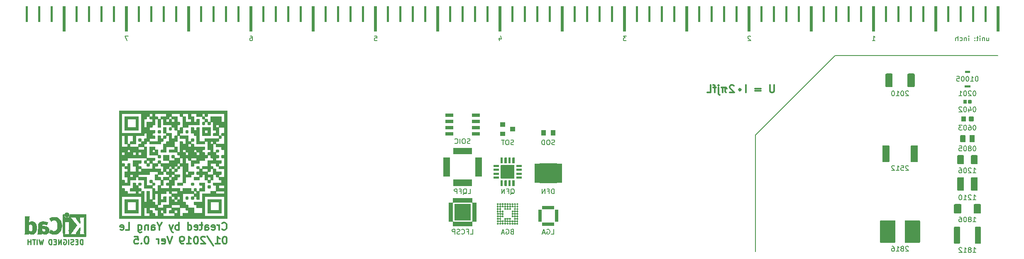
<source format=gbr>
G04 #@! TF.GenerationSoftware,KiCad,Pcbnew,5.0.2-bee76a0~70~ubuntu18.04.1*
G04 #@! TF.CreationDate,2019-01-05T21:06:59+08:00*
G04 #@! TF.ProjectId,ruler-pcb,72756c65-722d-4706-9362-2e6b69636164,rev?*
G04 #@! TF.SameCoordinates,Original*
G04 #@! TF.FileFunction,Soldermask,Bot*
G04 #@! TF.FilePolarity,Negative*
%FSLAX46Y46*%
G04 Gerber Fmt 4.6, Leading zero omitted, Abs format (unit mm)*
G04 Created by KiCad (PCBNEW 5.0.2-bee76a0~70~ubuntu18.04.1) date 2019年01月05日 星期六 21时06分59秒*
%MOMM*%
%LPD*%
G01*
G04 APERTURE LIST*
%ADD10C,0.200000*%
%ADD11C,0.150000*%
%ADD12C,0.300000*%
%ADD13C,0.254000*%
%ADD14C,0.010000*%
%ADD15C,0.100000*%
G04 APERTURE END LIST*
D10*
X175900000Y-51950000D02*
X175900000Y-75700000D01*
X192150000Y-35700000D02*
X175900000Y-51950000D01*
X225400000Y-35700000D02*
X192150000Y-35700000D01*
D11*
X117745238Y-72152380D02*
X118221428Y-72152380D01*
X118221428Y-71152380D01*
X117078571Y-71628571D02*
X117411904Y-71628571D01*
X117411904Y-72152380D02*
X117411904Y-71152380D01*
X116935714Y-71152380D01*
X115983333Y-72057142D02*
X116030952Y-72104761D01*
X116173809Y-72152380D01*
X116269047Y-72152380D01*
X116411904Y-72104761D01*
X116507142Y-72009523D01*
X116554761Y-71914285D01*
X116602380Y-71723809D01*
X116602380Y-71580952D01*
X116554761Y-71390476D01*
X116507142Y-71295238D01*
X116411904Y-71200000D01*
X116269047Y-71152380D01*
X116173809Y-71152380D01*
X116030952Y-71200000D01*
X115983333Y-71247619D01*
X115602380Y-72104761D02*
X115459523Y-72152380D01*
X115221428Y-72152380D01*
X115126190Y-72104761D01*
X115078571Y-72057142D01*
X115030952Y-71961904D01*
X115030952Y-71866666D01*
X115078571Y-71771428D01*
X115126190Y-71723809D01*
X115221428Y-71676190D01*
X115411904Y-71628571D01*
X115507142Y-71580952D01*
X115554761Y-71533333D01*
X115602380Y-71438095D01*
X115602380Y-71342857D01*
X115554761Y-71247619D01*
X115507142Y-71200000D01*
X115411904Y-71152380D01*
X115173809Y-71152380D01*
X115030952Y-71200000D01*
X114602380Y-72152380D02*
X114602380Y-71152380D01*
X114221428Y-71152380D01*
X114126190Y-71200000D01*
X114078571Y-71247619D01*
X114030952Y-71342857D01*
X114030952Y-71485714D01*
X114078571Y-71580952D01*
X114126190Y-71628571D01*
X114221428Y-71676190D01*
X114602380Y-71676190D01*
X117292857Y-63902380D02*
X117769047Y-63902380D01*
X117769047Y-62902380D01*
X116292857Y-63997619D02*
X116388095Y-63950000D01*
X116483333Y-63854761D01*
X116626190Y-63711904D01*
X116721428Y-63664285D01*
X116816666Y-63664285D01*
X116769047Y-63902380D02*
X116864285Y-63854761D01*
X116959523Y-63759523D01*
X117007142Y-63569047D01*
X117007142Y-63235714D01*
X116959523Y-63045238D01*
X116864285Y-62950000D01*
X116769047Y-62902380D01*
X116578571Y-62902380D01*
X116483333Y-62950000D01*
X116388095Y-63045238D01*
X116340476Y-63235714D01*
X116340476Y-63569047D01*
X116388095Y-63759523D01*
X116483333Y-63854761D01*
X116578571Y-63902380D01*
X116769047Y-63902380D01*
X115578571Y-63378571D02*
X115911904Y-63378571D01*
X115911904Y-63902380D02*
X115911904Y-62902380D01*
X115435714Y-62902380D01*
X115054761Y-63902380D02*
X115054761Y-62902380D01*
X114673809Y-62902380D01*
X114578571Y-62950000D01*
X114530952Y-62997619D01*
X114483333Y-63092857D01*
X114483333Y-63235714D01*
X114530952Y-63330952D01*
X114578571Y-63378571D01*
X114673809Y-63426190D01*
X115054761Y-63426190D01*
X125971428Y-63997619D02*
X126066666Y-63950000D01*
X126161904Y-63854761D01*
X126304761Y-63711904D01*
X126400000Y-63664285D01*
X126495238Y-63664285D01*
X126447619Y-63902380D02*
X126542857Y-63854761D01*
X126638095Y-63759523D01*
X126685714Y-63569047D01*
X126685714Y-63235714D01*
X126638095Y-63045238D01*
X126542857Y-62950000D01*
X126447619Y-62902380D01*
X126257142Y-62902380D01*
X126161904Y-62950000D01*
X126066666Y-63045238D01*
X126019047Y-63235714D01*
X126019047Y-63569047D01*
X126066666Y-63759523D01*
X126161904Y-63854761D01*
X126257142Y-63902380D01*
X126447619Y-63902380D01*
X125257142Y-63378571D02*
X125590476Y-63378571D01*
X125590476Y-63902380D02*
X125590476Y-62902380D01*
X125114285Y-62902380D01*
X124733333Y-63902380D02*
X124733333Y-62902380D01*
X124161904Y-63902380D01*
X124161904Y-62902380D01*
X126257142Y-71628571D02*
X126114285Y-71676190D01*
X126066666Y-71723809D01*
X126019047Y-71819047D01*
X126019047Y-71961904D01*
X126066666Y-72057142D01*
X126114285Y-72104761D01*
X126209523Y-72152380D01*
X126590476Y-72152380D01*
X126590476Y-71152380D01*
X126257142Y-71152380D01*
X126161904Y-71200000D01*
X126114285Y-71247619D01*
X126066666Y-71342857D01*
X126066666Y-71438095D01*
X126114285Y-71533333D01*
X126161904Y-71580952D01*
X126257142Y-71628571D01*
X126590476Y-71628571D01*
X125066666Y-71200000D02*
X125161904Y-71152380D01*
X125304761Y-71152380D01*
X125447619Y-71200000D01*
X125542857Y-71295238D01*
X125590476Y-71390476D01*
X125638095Y-71580952D01*
X125638095Y-71723809D01*
X125590476Y-71914285D01*
X125542857Y-72009523D01*
X125447619Y-72104761D01*
X125304761Y-72152380D01*
X125209523Y-72152380D01*
X125066666Y-72104761D01*
X125019047Y-72057142D01*
X125019047Y-71723809D01*
X125209523Y-71723809D01*
X124638095Y-71866666D02*
X124161904Y-71866666D01*
X124733333Y-72152380D02*
X124400000Y-71152380D01*
X124066666Y-72152380D01*
X134269047Y-72152380D02*
X134745238Y-72152380D01*
X134745238Y-71152380D01*
X133411904Y-71200000D02*
X133507142Y-71152380D01*
X133650000Y-71152380D01*
X133792857Y-71200000D01*
X133888095Y-71295238D01*
X133935714Y-71390476D01*
X133983333Y-71580952D01*
X133983333Y-71723809D01*
X133935714Y-71914285D01*
X133888095Y-72009523D01*
X133792857Y-72104761D01*
X133650000Y-72152380D01*
X133554761Y-72152380D01*
X133411904Y-72104761D01*
X133364285Y-72057142D01*
X133364285Y-71723809D01*
X133554761Y-71723809D01*
X132983333Y-71866666D02*
X132507142Y-71866666D01*
X133078571Y-72152380D02*
X132745238Y-71152380D01*
X132411904Y-72152380D01*
X134864285Y-63902380D02*
X134864285Y-62902380D01*
X134626190Y-62902380D01*
X134483333Y-62950000D01*
X134388095Y-63045238D01*
X134340476Y-63140476D01*
X134292857Y-63330952D01*
X134292857Y-63473809D01*
X134340476Y-63664285D01*
X134388095Y-63759523D01*
X134483333Y-63854761D01*
X134626190Y-63902380D01*
X134864285Y-63902380D01*
X133530952Y-63378571D02*
X133864285Y-63378571D01*
X133864285Y-63902380D02*
X133864285Y-62902380D01*
X133388095Y-62902380D01*
X133007142Y-63902380D02*
X133007142Y-62902380D01*
X132435714Y-63902380D01*
X132435714Y-62902380D01*
X134959523Y-53854761D02*
X134816666Y-53902380D01*
X134578571Y-53902380D01*
X134483333Y-53854761D01*
X134435714Y-53807142D01*
X134388095Y-53711904D01*
X134388095Y-53616666D01*
X134435714Y-53521428D01*
X134483333Y-53473809D01*
X134578571Y-53426190D01*
X134769047Y-53378571D01*
X134864285Y-53330952D01*
X134911904Y-53283333D01*
X134959523Y-53188095D01*
X134959523Y-53092857D01*
X134911904Y-52997619D01*
X134864285Y-52950000D01*
X134769047Y-52902380D01*
X134530952Y-52902380D01*
X134388095Y-52950000D01*
X133769047Y-52902380D02*
X133578571Y-52902380D01*
X133483333Y-52950000D01*
X133388095Y-53045238D01*
X133340476Y-53235714D01*
X133340476Y-53569047D01*
X133388095Y-53759523D01*
X133483333Y-53854761D01*
X133578571Y-53902380D01*
X133769047Y-53902380D01*
X133864285Y-53854761D01*
X133959523Y-53759523D01*
X134007142Y-53569047D01*
X134007142Y-53235714D01*
X133959523Y-53045238D01*
X133864285Y-52950000D01*
X133769047Y-52902380D01*
X132911904Y-53902380D02*
X132911904Y-52902380D01*
X132673809Y-52902380D01*
X132530952Y-52950000D01*
X132435714Y-53045238D01*
X132388095Y-53140476D01*
X132340476Y-53330952D01*
X132340476Y-53473809D01*
X132388095Y-53664285D01*
X132435714Y-53759523D01*
X132530952Y-53854761D01*
X132673809Y-53902380D01*
X132911904Y-53902380D01*
X126590476Y-53854761D02*
X126447619Y-53902380D01*
X126209523Y-53902380D01*
X126114285Y-53854761D01*
X126066666Y-53807142D01*
X126019047Y-53711904D01*
X126019047Y-53616666D01*
X126066666Y-53521428D01*
X126114285Y-53473809D01*
X126209523Y-53426190D01*
X126400000Y-53378571D01*
X126495238Y-53330952D01*
X126542857Y-53283333D01*
X126590476Y-53188095D01*
X126590476Y-53092857D01*
X126542857Y-52997619D01*
X126495238Y-52950000D01*
X126400000Y-52902380D01*
X126161904Y-52902380D01*
X126019047Y-52950000D01*
X125400000Y-52902380D02*
X125209523Y-52902380D01*
X125114285Y-52950000D01*
X125019047Y-53045238D01*
X124971428Y-53235714D01*
X124971428Y-53569047D01*
X125019047Y-53759523D01*
X125114285Y-53854761D01*
X125209523Y-53902380D01*
X125400000Y-53902380D01*
X125495238Y-53854761D01*
X125590476Y-53759523D01*
X125638095Y-53569047D01*
X125638095Y-53235714D01*
X125590476Y-53045238D01*
X125495238Y-52950000D01*
X125400000Y-52902380D01*
X124685714Y-52902380D02*
X124114285Y-52902380D01*
X124400000Y-53902380D02*
X124400000Y-52902380D01*
X117697619Y-53604761D02*
X117554761Y-53652380D01*
X117316666Y-53652380D01*
X117221428Y-53604761D01*
X117173809Y-53557142D01*
X117126190Y-53461904D01*
X117126190Y-53366666D01*
X117173809Y-53271428D01*
X117221428Y-53223809D01*
X117316666Y-53176190D01*
X117507142Y-53128571D01*
X117602380Y-53080952D01*
X117650000Y-53033333D01*
X117697619Y-52938095D01*
X117697619Y-52842857D01*
X117650000Y-52747619D01*
X117602380Y-52700000D01*
X117507142Y-52652380D01*
X117269047Y-52652380D01*
X117126190Y-52700000D01*
X116507142Y-52652380D02*
X116316666Y-52652380D01*
X116221428Y-52700000D01*
X116126190Y-52795238D01*
X116078571Y-52985714D01*
X116078571Y-53319047D01*
X116126190Y-53509523D01*
X116221428Y-53604761D01*
X116316666Y-53652380D01*
X116507142Y-53652380D01*
X116602380Y-53604761D01*
X116697619Y-53509523D01*
X116745238Y-53319047D01*
X116745238Y-52985714D01*
X116697619Y-52795238D01*
X116602380Y-52700000D01*
X116507142Y-52652380D01*
X115650000Y-53652380D02*
X115650000Y-52652380D01*
X114602380Y-53557142D02*
X114650000Y-53604761D01*
X114792857Y-53652380D01*
X114888095Y-53652380D01*
X115030952Y-53604761D01*
X115126190Y-53509523D01*
X115173809Y-53414285D01*
X115221428Y-53223809D01*
X115221428Y-53080952D01*
X115173809Y-52890476D01*
X115126190Y-52795238D01*
X115030952Y-52700000D01*
X114888095Y-52652380D01*
X114792857Y-52652380D01*
X114650000Y-52700000D01*
X114602380Y-52747619D01*
X199764285Y-32652380D02*
X200335714Y-32652380D01*
X200050000Y-32652380D02*
X200050000Y-31652380D01*
X200145238Y-31795238D01*
X200240476Y-31890476D01*
X200335714Y-31938095D01*
X174935714Y-31747619D02*
X174888095Y-31700000D01*
X174792857Y-31652380D01*
X174554761Y-31652380D01*
X174459523Y-31700000D01*
X174411904Y-31747619D01*
X174364285Y-31842857D01*
X174364285Y-31938095D01*
X174411904Y-32080952D01*
X174983333Y-32652380D01*
X174364285Y-32652380D01*
X149583333Y-31652380D02*
X148964285Y-31652380D01*
X149297619Y-32033333D01*
X149154761Y-32033333D01*
X149059523Y-32080952D01*
X149011904Y-32128571D01*
X148964285Y-32223809D01*
X148964285Y-32461904D01*
X149011904Y-32557142D01*
X149059523Y-32604761D01*
X149154761Y-32652380D01*
X149440476Y-32652380D01*
X149535714Y-32604761D01*
X149583333Y-32557142D01*
X123659523Y-31985714D02*
X123659523Y-32652380D01*
X123897619Y-31604761D02*
X124135714Y-32319047D01*
X123516666Y-32319047D01*
X98211904Y-31652380D02*
X98688095Y-31652380D01*
X98735714Y-32128571D01*
X98688095Y-32080952D01*
X98592857Y-32033333D01*
X98354761Y-32033333D01*
X98259523Y-32080952D01*
X98211904Y-32128571D01*
X98164285Y-32223809D01*
X98164285Y-32461904D01*
X98211904Y-32557142D01*
X98259523Y-32604761D01*
X98354761Y-32652380D01*
X98592857Y-32652380D01*
X98688095Y-32604761D01*
X98735714Y-32557142D01*
X72859523Y-31652380D02*
X73050000Y-31652380D01*
X73145238Y-31700000D01*
X73192857Y-31747619D01*
X73288095Y-31890476D01*
X73335714Y-32080952D01*
X73335714Y-32461904D01*
X73288095Y-32557142D01*
X73240476Y-32604761D01*
X73145238Y-32652380D01*
X72954761Y-32652380D01*
X72859523Y-32604761D01*
X72811904Y-32557142D01*
X72764285Y-32461904D01*
X72764285Y-32223809D01*
X72811904Y-32128571D01*
X72859523Y-32080952D01*
X72954761Y-32033333D01*
X73145238Y-32033333D01*
X73240476Y-32080952D01*
X73288095Y-32128571D01*
X73335714Y-32223809D01*
X47983333Y-31652380D02*
X47316666Y-31652380D01*
X47745238Y-32652380D01*
X223102380Y-31985714D02*
X223102380Y-32652380D01*
X223530952Y-31985714D02*
X223530952Y-32509523D01*
X223483333Y-32604761D01*
X223388095Y-32652380D01*
X223245238Y-32652380D01*
X223150000Y-32604761D01*
X223102380Y-32557142D01*
X222626190Y-31985714D02*
X222626190Y-32652380D01*
X222626190Y-32080952D02*
X222578571Y-32033333D01*
X222483333Y-31985714D01*
X222340476Y-31985714D01*
X222245238Y-32033333D01*
X222197619Y-32128571D01*
X222197619Y-32652380D01*
X221721428Y-32652380D02*
X221721428Y-31985714D01*
X221721428Y-31652380D02*
X221769047Y-31700000D01*
X221721428Y-31747619D01*
X221673809Y-31700000D01*
X221721428Y-31652380D01*
X221721428Y-31747619D01*
X221388095Y-31985714D02*
X221007142Y-31985714D01*
X221245238Y-31652380D02*
X221245238Y-32509523D01*
X221197619Y-32604761D01*
X221102380Y-32652380D01*
X221007142Y-32652380D01*
X220673809Y-32557142D02*
X220626190Y-32604761D01*
X220673809Y-32652380D01*
X220721428Y-32604761D01*
X220673809Y-32557142D01*
X220673809Y-32652380D01*
X220673809Y-32033333D02*
X220626190Y-32080952D01*
X220673809Y-32128571D01*
X220721428Y-32080952D01*
X220673809Y-32033333D01*
X220673809Y-32128571D01*
X219435714Y-32652380D02*
X219435714Y-31985714D01*
X219435714Y-31652380D02*
X219483333Y-31700000D01*
X219435714Y-31747619D01*
X219388095Y-31700000D01*
X219435714Y-31652380D01*
X219435714Y-31747619D01*
X218959523Y-31985714D02*
X218959523Y-32652380D01*
X218959523Y-32080952D02*
X218911904Y-32033333D01*
X218816666Y-31985714D01*
X218673809Y-31985714D01*
X218578571Y-32033333D01*
X218530952Y-32128571D01*
X218530952Y-32652380D01*
X217626190Y-32604761D02*
X217721428Y-32652380D01*
X217911904Y-32652380D01*
X218007142Y-32604761D01*
X218054761Y-32557142D01*
X218102380Y-32461904D01*
X218102380Y-32176190D01*
X218054761Y-32080952D01*
X218007142Y-32033333D01*
X217911904Y-31985714D01*
X217721428Y-31985714D01*
X217626190Y-32033333D01*
X217197619Y-32652380D02*
X217197619Y-31652380D01*
X216769047Y-32652380D02*
X216769047Y-32128571D01*
X216816666Y-32033333D01*
X216911904Y-31985714D01*
X217054761Y-31985714D01*
X217150000Y-32033333D01*
X217197619Y-32080952D01*
X207114285Y-42997619D02*
X207066666Y-42950000D01*
X206971428Y-42902380D01*
X206733333Y-42902380D01*
X206638095Y-42950000D01*
X206590476Y-42997619D01*
X206542857Y-43092857D01*
X206542857Y-43188095D01*
X206590476Y-43330952D01*
X207161904Y-43902380D01*
X206542857Y-43902380D01*
X205923809Y-42902380D02*
X205828571Y-42902380D01*
X205733333Y-42950000D01*
X205685714Y-42997619D01*
X205638095Y-43092857D01*
X205590476Y-43283333D01*
X205590476Y-43521428D01*
X205638095Y-43711904D01*
X205685714Y-43807142D01*
X205733333Y-43854761D01*
X205828571Y-43902380D01*
X205923809Y-43902380D01*
X206019047Y-43854761D01*
X206066666Y-43807142D01*
X206114285Y-43711904D01*
X206161904Y-43521428D01*
X206161904Y-43283333D01*
X206114285Y-43092857D01*
X206066666Y-42997619D01*
X206019047Y-42950000D01*
X205923809Y-42902380D01*
X204638095Y-43902380D02*
X205209523Y-43902380D01*
X204923809Y-43902380D02*
X204923809Y-42902380D01*
X205019047Y-43045238D01*
X205114285Y-43140476D01*
X205209523Y-43188095D01*
X204019047Y-42902380D02*
X203923809Y-42902380D01*
X203828571Y-42950000D01*
X203780952Y-42997619D01*
X203733333Y-43092857D01*
X203685714Y-43283333D01*
X203685714Y-43521428D01*
X203733333Y-43711904D01*
X203780952Y-43807142D01*
X203828571Y-43854761D01*
X203923809Y-43902380D01*
X204019047Y-43902380D01*
X204114285Y-43854761D01*
X204161904Y-43807142D01*
X204209523Y-43711904D01*
X204257142Y-43521428D01*
X204257142Y-43283333D01*
X204209523Y-43092857D01*
X204161904Y-42997619D01*
X204114285Y-42950000D01*
X204019047Y-42902380D01*
X207114285Y-58247619D02*
X207066666Y-58200000D01*
X206971428Y-58152380D01*
X206733333Y-58152380D01*
X206638095Y-58200000D01*
X206590476Y-58247619D01*
X206542857Y-58342857D01*
X206542857Y-58438095D01*
X206590476Y-58580952D01*
X207161904Y-59152380D01*
X206542857Y-59152380D01*
X205638095Y-58152380D02*
X206114285Y-58152380D01*
X206161904Y-58628571D01*
X206114285Y-58580952D01*
X206019047Y-58533333D01*
X205780952Y-58533333D01*
X205685714Y-58580952D01*
X205638095Y-58628571D01*
X205590476Y-58723809D01*
X205590476Y-58961904D01*
X205638095Y-59057142D01*
X205685714Y-59104761D01*
X205780952Y-59152380D01*
X206019047Y-59152380D01*
X206114285Y-59104761D01*
X206161904Y-59057142D01*
X204638095Y-59152380D02*
X205209523Y-59152380D01*
X204923809Y-59152380D02*
X204923809Y-58152380D01*
X205019047Y-58295238D01*
X205114285Y-58390476D01*
X205209523Y-58438095D01*
X204257142Y-58247619D02*
X204209523Y-58200000D01*
X204114285Y-58152380D01*
X203876190Y-58152380D01*
X203780952Y-58200000D01*
X203733333Y-58247619D01*
X203685714Y-58342857D01*
X203685714Y-58438095D01*
X203733333Y-58580952D01*
X204304761Y-59152380D01*
X203685714Y-59152380D01*
X207114285Y-74747619D02*
X207066666Y-74700000D01*
X206971428Y-74652380D01*
X206733333Y-74652380D01*
X206638095Y-74700000D01*
X206590476Y-74747619D01*
X206542857Y-74842857D01*
X206542857Y-74938095D01*
X206590476Y-75080952D01*
X207161904Y-75652380D01*
X206542857Y-75652380D01*
X205971428Y-75080952D02*
X206066666Y-75033333D01*
X206114285Y-74985714D01*
X206161904Y-74890476D01*
X206161904Y-74842857D01*
X206114285Y-74747619D01*
X206066666Y-74700000D01*
X205971428Y-74652380D01*
X205780952Y-74652380D01*
X205685714Y-74700000D01*
X205638095Y-74747619D01*
X205590476Y-74842857D01*
X205590476Y-74890476D01*
X205638095Y-74985714D01*
X205685714Y-75033333D01*
X205780952Y-75080952D01*
X205971428Y-75080952D01*
X206066666Y-75128571D01*
X206114285Y-75176190D01*
X206161904Y-75271428D01*
X206161904Y-75461904D01*
X206114285Y-75557142D01*
X206066666Y-75604761D01*
X205971428Y-75652380D01*
X205780952Y-75652380D01*
X205685714Y-75604761D01*
X205638095Y-75557142D01*
X205590476Y-75461904D01*
X205590476Y-75271428D01*
X205638095Y-75176190D01*
X205685714Y-75128571D01*
X205780952Y-75080952D01*
X204638095Y-75652380D02*
X205209523Y-75652380D01*
X204923809Y-75652380D02*
X204923809Y-74652380D01*
X205019047Y-74795238D01*
X205114285Y-74890476D01*
X205209523Y-74938095D01*
X203780952Y-74652380D02*
X203971428Y-74652380D01*
X204066666Y-74700000D01*
X204114285Y-74747619D01*
X204209523Y-74890476D01*
X204257142Y-75080952D01*
X204257142Y-75461904D01*
X204209523Y-75557142D01*
X204161904Y-75604761D01*
X204066666Y-75652380D01*
X203876190Y-75652380D01*
X203780952Y-75604761D01*
X203733333Y-75557142D01*
X203685714Y-75461904D01*
X203685714Y-75223809D01*
X203733333Y-75128571D01*
X203780952Y-75080952D01*
X203876190Y-75033333D01*
X204066666Y-75033333D01*
X204161904Y-75080952D01*
X204209523Y-75128571D01*
X204257142Y-75223809D01*
X220292857Y-75902380D02*
X220864285Y-75902380D01*
X220578571Y-75902380D02*
X220578571Y-74902380D01*
X220673809Y-75045238D01*
X220769047Y-75140476D01*
X220864285Y-75188095D01*
X219721428Y-75330952D02*
X219816666Y-75283333D01*
X219864285Y-75235714D01*
X219911904Y-75140476D01*
X219911904Y-75092857D01*
X219864285Y-74997619D01*
X219816666Y-74950000D01*
X219721428Y-74902380D01*
X219530952Y-74902380D01*
X219435714Y-74950000D01*
X219388095Y-74997619D01*
X219340476Y-75092857D01*
X219340476Y-75140476D01*
X219388095Y-75235714D01*
X219435714Y-75283333D01*
X219530952Y-75330952D01*
X219721428Y-75330952D01*
X219816666Y-75378571D01*
X219864285Y-75426190D01*
X219911904Y-75521428D01*
X219911904Y-75711904D01*
X219864285Y-75807142D01*
X219816666Y-75854761D01*
X219721428Y-75902380D01*
X219530952Y-75902380D01*
X219435714Y-75854761D01*
X219388095Y-75807142D01*
X219340476Y-75711904D01*
X219340476Y-75521428D01*
X219388095Y-75426190D01*
X219435714Y-75378571D01*
X219530952Y-75330952D01*
X218388095Y-75902380D02*
X218959523Y-75902380D01*
X218673809Y-75902380D02*
X218673809Y-74902380D01*
X218769047Y-75045238D01*
X218864285Y-75140476D01*
X218959523Y-75188095D01*
X218007142Y-74997619D02*
X217959523Y-74950000D01*
X217864285Y-74902380D01*
X217626190Y-74902380D01*
X217530952Y-74950000D01*
X217483333Y-74997619D01*
X217435714Y-75092857D01*
X217435714Y-75188095D01*
X217483333Y-75330952D01*
X218054761Y-75902380D01*
X217435714Y-75902380D01*
X220292857Y-69652380D02*
X220864285Y-69652380D01*
X220578571Y-69652380D02*
X220578571Y-68652380D01*
X220673809Y-68795238D01*
X220769047Y-68890476D01*
X220864285Y-68938095D01*
X219721428Y-69080952D02*
X219816666Y-69033333D01*
X219864285Y-68985714D01*
X219911904Y-68890476D01*
X219911904Y-68842857D01*
X219864285Y-68747619D01*
X219816666Y-68700000D01*
X219721428Y-68652380D01*
X219530952Y-68652380D01*
X219435714Y-68700000D01*
X219388095Y-68747619D01*
X219340476Y-68842857D01*
X219340476Y-68890476D01*
X219388095Y-68985714D01*
X219435714Y-69033333D01*
X219530952Y-69080952D01*
X219721428Y-69080952D01*
X219816666Y-69128571D01*
X219864285Y-69176190D01*
X219911904Y-69271428D01*
X219911904Y-69461904D01*
X219864285Y-69557142D01*
X219816666Y-69604761D01*
X219721428Y-69652380D01*
X219530952Y-69652380D01*
X219435714Y-69604761D01*
X219388095Y-69557142D01*
X219340476Y-69461904D01*
X219340476Y-69271428D01*
X219388095Y-69176190D01*
X219435714Y-69128571D01*
X219530952Y-69080952D01*
X218721428Y-68652380D02*
X218626190Y-68652380D01*
X218530952Y-68700000D01*
X218483333Y-68747619D01*
X218435714Y-68842857D01*
X218388095Y-69033333D01*
X218388095Y-69271428D01*
X218435714Y-69461904D01*
X218483333Y-69557142D01*
X218530952Y-69604761D01*
X218626190Y-69652380D01*
X218721428Y-69652380D01*
X218816666Y-69604761D01*
X218864285Y-69557142D01*
X218911904Y-69461904D01*
X218959523Y-69271428D01*
X218959523Y-69033333D01*
X218911904Y-68842857D01*
X218864285Y-68747619D01*
X218816666Y-68700000D01*
X218721428Y-68652380D01*
X217530952Y-68652380D02*
X217721428Y-68652380D01*
X217816666Y-68700000D01*
X217864285Y-68747619D01*
X217959523Y-68890476D01*
X218007142Y-69080952D01*
X218007142Y-69461904D01*
X217959523Y-69557142D01*
X217911904Y-69604761D01*
X217816666Y-69652380D01*
X217626190Y-69652380D01*
X217530952Y-69604761D01*
X217483333Y-69557142D01*
X217435714Y-69461904D01*
X217435714Y-69223809D01*
X217483333Y-69128571D01*
X217530952Y-69080952D01*
X217626190Y-69033333D01*
X217816666Y-69033333D01*
X217911904Y-69080952D01*
X217959523Y-69128571D01*
X218007142Y-69223809D01*
X220292857Y-65152380D02*
X220864285Y-65152380D01*
X220578571Y-65152380D02*
X220578571Y-64152380D01*
X220673809Y-64295238D01*
X220769047Y-64390476D01*
X220864285Y-64438095D01*
X219911904Y-64247619D02*
X219864285Y-64200000D01*
X219769047Y-64152380D01*
X219530952Y-64152380D01*
X219435714Y-64200000D01*
X219388095Y-64247619D01*
X219340476Y-64342857D01*
X219340476Y-64438095D01*
X219388095Y-64580952D01*
X219959523Y-65152380D01*
X219340476Y-65152380D01*
X218388095Y-65152380D02*
X218959523Y-65152380D01*
X218673809Y-65152380D02*
X218673809Y-64152380D01*
X218769047Y-64295238D01*
X218864285Y-64390476D01*
X218959523Y-64438095D01*
X217769047Y-64152380D02*
X217673809Y-64152380D01*
X217578571Y-64200000D01*
X217530952Y-64247619D01*
X217483333Y-64342857D01*
X217435714Y-64533333D01*
X217435714Y-64771428D01*
X217483333Y-64961904D01*
X217530952Y-65057142D01*
X217578571Y-65104761D01*
X217673809Y-65152380D01*
X217769047Y-65152380D01*
X217864285Y-65104761D01*
X217911904Y-65057142D01*
X217959523Y-64961904D01*
X218007142Y-64771428D01*
X218007142Y-64533333D01*
X217959523Y-64342857D01*
X217911904Y-64247619D01*
X217864285Y-64200000D01*
X217769047Y-64152380D01*
X220292857Y-59652380D02*
X220864285Y-59652380D01*
X220578571Y-59652380D02*
X220578571Y-58652380D01*
X220673809Y-58795238D01*
X220769047Y-58890476D01*
X220864285Y-58938095D01*
X219911904Y-58747619D02*
X219864285Y-58700000D01*
X219769047Y-58652380D01*
X219530952Y-58652380D01*
X219435714Y-58700000D01*
X219388095Y-58747619D01*
X219340476Y-58842857D01*
X219340476Y-58938095D01*
X219388095Y-59080952D01*
X219959523Y-59652380D01*
X219340476Y-59652380D01*
X218721428Y-58652380D02*
X218626190Y-58652380D01*
X218530952Y-58700000D01*
X218483333Y-58747619D01*
X218435714Y-58842857D01*
X218388095Y-59033333D01*
X218388095Y-59271428D01*
X218435714Y-59461904D01*
X218483333Y-59557142D01*
X218530952Y-59604761D01*
X218626190Y-59652380D01*
X218721428Y-59652380D01*
X218816666Y-59604761D01*
X218864285Y-59557142D01*
X218911904Y-59461904D01*
X218959523Y-59271428D01*
X218959523Y-59033333D01*
X218911904Y-58842857D01*
X218864285Y-58747619D01*
X218816666Y-58700000D01*
X218721428Y-58652380D01*
X217530952Y-58652380D02*
X217721428Y-58652380D01*
X217816666Y-58700000D01*
X217864285Y-58747619D01*
X217959523Y-58890476D01*
X218007142Y-59080952D01*
X218007142Y-59461904D01*
X217959523Y-59557142D01*
X217911904Y-59604761D01*
X217816666Y-59652380D01*
X217626190Y-59652380D01*
X217530952Y-59604761D01*
X217483333Y-59557142D01*
X217435714Y-59461904D01*
X217435714Y-59223809D01*
X217483333Y-59128571D01*
X217530952Y-59080952D01*
X217626190Y-59033333D01*
X217816666Y-59033333D01*
X217911904Y-59080952D01*
X217959523Y-59128571D01*
X218007142Y-59223809D01*
X220626190Y-54152380D02*
X220530952Y-54152380D01*
X220435714Y-54200000D01*
X220388095Y-54247619D01*
X220340476Y-54342857D01*
X220292857Y-54533333D01*
X220292857Y-54771428D01*
X220340476Y-54961904D01*
X220388095Y-55057142D01*
X220435714Y-55104761D01*
X220530952Y-55152380D01*
X220626190Y-55152380D01*
X220721428Y-55104761D01*
X220769047Y-55057142D01*
X220816666Y-54961904D01*
X220864285Y-54771428D01*
X220864285Y-54533333D01*
X220816666Y-54342857D01*
X220769047Y-54247619D01*
X220721428Y-54200000D01*
X220626190Y-54152380D01*
X219721428Y-54580952D02*
X219816666Y-54533333D01*
X219864285Y-54485714D01*
X219911904Y-54390476D01*
X219911904Y-54342857D01*
X219864285Y-54247619D01*
X219816666Y-54200000D01*
X219721428Y-54152380D01*
X219530952Y-54152380D01*
X219435714Y-54200000D01*
X219388095Y-54247619D01*
X219340476Y-54342857D01*
X219340476Y-54390476D01*
X219388095Y-54485714D01*
X219435714Y-54533333D01*
X219530952Y-54580952D01*
X219721428Y-54580952D01*
X219816666Y-54628571D01*
X219864285Y-54676190D01*
X219911904Y-54771428D01*
X219911904Y-54961904D01*
X219864285Y-55057142D01*
X219816666Y-55104761D01*
X219721428Y-55152380D01*
X219530952Y-55152380D01*
X219435714Y-55104761D01*
X219388095Y-55057142D01*
X219340476Y-54961904D01*
X219340476Y-54771428D01*
X219388095Y-54676190D01*
X219435714Y-54628571D01*
X219530952Y-54580952D01*
X218721428Y-54152380D02*
X218626190Y-54152380D01*
X218530952Y-54200000D01*
X218483333Y-54247619D01*
X218435714Y-54342857D01*
X218388095Y-54533333D01*
X218388095Y-54771428D01*
X218435714Y-54961904D01*
X218483333Y-55057142D01*
X218530952Y-55104761D01*
X218626190Y-55152380D01*
X218721428Y-55152380D01*
X218816666Y-55104761D01*
X218864285Y-55057142D01*
X218911904Y-54961904D01*
X218959523Y-54771428D01*
X218959523Y-54533333D01*
X218911904Y-54342857D01*
X218864285Y-54247619D01*
X218816666Y-54200000D01*
X218721428Y-54152380D01*
X217483333Y-54152380D02*
X217959523Y-54152380D01*
X218007142Y-54628571D01*
X217959523Y-54580952D01*
X217864285Y-54533333D01*
X217626190Y-54533333D01*
X217530952Y-54580952D01*
X217483333Y-54628571D01*
X217435714Y-54723809D01*
X217435714Y-54961904D01*
X217483333Y-55057142D01*
X217530952Y-55104761D01*
X217626190Y-55152380D01*
X217864285Y-55152380D01*
X217959523Y-55104761D01*
X218007142Y-55057142D01*
X220626190Y-49902380D02*
X220530952Y-49902380D01*
X220435714Y-49950000D01*
X220388095Y-49997619D01*
X220340476Y-50092857D01*
X220292857Y-50283333D01*
X220292857Y-50521428D01*
X220340476Y-50711904D01*
X220388095Y-50807142D01*
X220435714Y-50854761D01*
X220530952Y-50902380D01*
X220626190Y-50902380D01*
X220721428Y-50854761D01*
X220769047Y-50807142D01*
X220816666Y-50711904D01*
X220864285Y-50521428D01*
X220864285Y-50283333D01*
X220816666Y-50092857D01*
X220769047Y-49997619D01*
X220721428Y-49950000D01*
X220626190Y-49902380D01*
X219435714Y-49902380D02*
X219626190Y-49902380D01*
X219721428Y-49950000D01*
X219769047Y-49997619D01*
X219864285Y-50140476D01*
X219911904Y-50330952D01*
X219911904Y-50711904D01*
X219864285Y-50807142D01*
X219816666Y-50854761D01*
X219721428Y-50902380D01*
X219530952Y-50902380D01*
X219435714Y-50854761D01*
X219388095Y-50807142D01*
X219340476Y-50711904D01*
X219340476Y-50473809D01*
X219388095Y-50378571D01*
X219435714Y-50330952D01*
X219530952Y-50283333D01*
X219721428Y-50283333D01*
X219816666Y-50330952D01*
X219864285Y-50378571D01*
X219911904Y-50473809D01*
X218721428Y-49902380D02*
X218626190Y-49902380D01*
X218530952Y-49950000D01*
X218483333Y-49997619D01*
X218435714Y-50092857D01*
X218388095Y-50283333D01*
X218388095Y-50521428D01*
X218435714Y-50711904D01*
X218483333Y-50807142D01*
X218530952Y-50854761D01*
X218626190Y-50902380D01*
X218721428Y-50902380D01*
X218816666Y-50854761D01*
X218864285Y-50807142D01*
X218911904Y-50711904D01*
X218959523Y-50521428D01*
X218959523Y-50283333D01*
X218911904Y-50092857D01*
X218864285Y-49997619D01*
X218816666Y-49950000D01*
X218721428Y-49902380D01*
X218054761Y-49902380D02*
X217435714Y-49902380D01*
X217769047Y-50283333D01*
X217626190Y-50283333D01*
X217530952Y-50330952D01*
X217483333Y-50378571D01*
X217435714Y-50473809D01*
X217435714Y-50711904D01*
X217483333Y-50807142D01*
X217530952Y-50854761D01*
X217626190Y-50902380D01*
X217911904Y-50902380D01*
X218007142Y-50854761D01*
X218054761Y-50807142D01*
X220626190Y-46152380D02*
X220530952Y-46152380D01*
X220435714Y-46200000D01*
X220388095Y-46247619D01*
X220340476Y-46342857D01*
X220292857Y-46533333D01*
X220292857Y-46771428D01*
X220340476Y-46961904D01*
X220388095Y-47057142D01*
X220435714Y-47104761D01*
X220530952Y-47152380D01*
X220626190Y-47152380D01*
X220721428Y-47104761D01*
X220769047Y-47057142D01*
X220816666Y-46961904D01*
X220864285Y-46771428D01*
X220864285Y-46533333D01*
X220816666Y-46342857D01*
X220769047Y-46247619D01*
X220721428Y-46200000D01*
X220626190Y-46152380D01*
X219435714Y-46485714D02*
X219435714Y-47152380D01*
X219673809Y-46104761D02*
X219911904Y-46819047D01*
X219292857Y-46819047D01*
X218721428Y-46152380D02*
X218626190Y-46152380D01*
X218530952Y-46200000D01*
X218483333Y-46247619D01*
X218435714Y-46342857D01*
X218388095Y-46533333D01*
X218388095Y-46771428D01*
X218435714Y-46961904D01*
X218483333Y-47057142D01*
X218530952Y-47104761D01*
X218626190Y-47152380D01*
X218721428Y-47152380D01*
X218816666Y-47104761D01*
X218864285Y-47057142D01*
X218911904Y-46961904D01*
X218959523Y-46771428D01*
X218959523Y-46533333D01*
X218911904Y-46342857D01*
X218864285Y-46247619D01*
X218816666Y-46200000D01*
X218721428Y-46152380D01*
X218007142Y-46247619D02*
X217959523Y-46200000D01*
X217864285Y-46152380D01*
X217626190Y-46152380D01*
X217530952Y-46200000D01*
X217483333Y-46247619D01*
X217435714Y-46342857D01*
X217435714Y-46438095D01*
X217483333Y-46580952D01*
X218054761Y-47152380D01*
X217435714Y-47152380D01*
X220626190Y-42902380D02*
X220530952Y-42902380D01*
X220435714Y-42950000D01*
X220388095Y-42997619D01*
X220340476Y-43092857D01*
X220292857Y-43283333D01*
X220292857Y-43521428D01*
X220340476Y-43711904D01*
X220388095Y-43807142D01*
X220435714Y-43854761D01*
X220530952Y-43902380D01*
X220626190Y-43902380D01*
X220721428Y-43854761D01*
X220769047Y-43807142D01*
X220816666Y-43711904D01*
X220864285Y-43521428D01*
X220864285Y-43283333D01*
X220816666Y-43092857D01*
X220769047Y-42997619D01*
X220721428Y-42950000D01*
X220626190Y-42902380D01*
X219911904Y-42997619D02*
X219864285Y-42950000D01*
X219769047Y-42902380D01*
X219530952Y-42902380D01*
X219435714Y-42950000D01*
X219388095Y-42997619D01*
X219340476Y-43092857D01*
X219340476Y-43188095D01*
X219388095Y-43330952D01*
X219959523Y-43902380D01*
X219340476Y-43902380D01*
X218721428Y-42902380D02*
X218626190Y-42902380D01*
X218530952Y-42950000D01*
X218483333Y-42997619D01*
X218435714Y-43092857D01*
X218388095Y-43283333D01*
X218388095Y-43521428D01*
X218435714Y-43711904D01*
X218483333Y-43807142D01*
X218530952Y-43854761D01*
X218626190Y-43902380D01*
X218721428Y-43902380D01*
X218816666Y-43854761D01*
X218864285Y-43807142D01*
X218911904Y-43711904D01*
X218959523Y-43521428D01*
X218959523Y-43283333D01*
X218911904Y-43092857D01*
X218864285Y-42997619D01*
X218816666Y-42950000D01*
X218721428Y-42902380D01*
X217435714Y-43902380D02*
X218007142Y-43902380D01*
X217721428Y-43902380D02*
X217721428Y-42902380D01*
X217816666Y-43045238D01*
X217911904Y-43140476D01*
X218007142Y-43188095D01*
X221102380Y-39902380D02*
X221007142Y-39902380D01*
X220911904Y-39950000D01*
X220864285Y-39997619D01*
X220816666Y-40092857D01*
X220769047Y-40283333D01*
X220769047Y-40521428D01*
X220816666Y-40711904D01*
X220864285Y-40807142D01*
X220911904Y-40854761D01*
X221007142Y-40902380D01*
X221102380Y-40902380D01*
X221197619Y-40854761D01*
X221245238Y-40807142D01*
X221292857Y-40711904D01*
X221340476Y-40521428D01*
X221340476Y-40283333D01*
X221292857Y-40092857D01*
X221245238Y-39997619D01*
X221197619Y-39950000D01*
X221102380Y-39902380D01*
X219816666Y-40902380D02*
X220388095Y-40902380D01*
X220102380Y-40902380D02*
X220102380Y-39902380D01*
X220197619Y-40045238D01*
X220292857Y-40140476D01*
X220388095Y-40188095D01*
X219197619Y-39902380D02*
X219102380Y-39902380D01*
X219007142Y-39950000D01*
X218959523Y-39997619D01*
X218911904Y-40092857D01*
X218864285Y-40283333D01*
X218864285Y-40521428D01*
X218911904Y-40711904D01*
X218959523Y-40807142D01*
X219007142Y-40854761D01*
X219102380Y-40902380D01*
X219197619Y-40902380D01*
X219292857Y-40854761D01*
X219340476Y-40807142D01*
X219388095Y-40711904D01*
X219435714Y-40521428D01*
X219435714Y-40283333D01*
X219388095Y-40092857D01*
X219340476Y-39997619D01*
X219292857Y-39950000D01*
X219197619Y-39902380D01*
X218245238Y-39902380D02*
X218150000Y-39902380D01*
X218054761Y-39950000D01*
X218007142Y-39997619D01*
X217959523Y-40092857D01*
X217911904Y-40283333D01*
X217911904Y-40521428D01*
X217959523Y-40711904D01*
X218007142Y-40807142D01*
X218054761Y-40854761D01*
X218150000Y-40902380D01*
X218245238Y-40902380D01*
X218340476Y-40854761D01*
X218388095Y-40807142D01*
X218435714Y-40711904D01*
X218483333Y-40521428D01*
X218483333Y-40283333D01*
X218435714Y-40092857D01*
X218388095Y-39997619D01*
X218340476Y-39950000D01*
X218245238Y-39902380D01*
X217007142Y-39902380D02*
X217483333Y-39902380D01*
X217530952Y-40378571D01*
X217483333Y-40330952D01*
X217388095Y-40283333D01*
X217150000Y-40283333D01*
X217054761Y-40330952D01*
X217007142Y-40378571D01*
X216959523Y-40473809D01*
X216959523Y-40711904D01*
X217007142Y-40807142D01*
X217054761Y-40854761D01*
X217150000Y-40902380D01*
X217388095Y-40902380D01*
X217483333Y-40854761D01*
X217530952Y-40807142D01*
D12*
X67732602Y-72640071D02*
X67589745Y-72640071D01*
X67446888Y-72711500D01*
X67375460Y-72782928D01*
X67304031Y-72925785D01*
X67232602Y-73211500D01*
X67232602Y-73568642D01*
X67304031Y-73854357D01*
X67375460Y-73997214D01*
X67446888Y-74068642D01*
X67589745Y-74140071D01*
X67732602Y-74140071D01*
X67875460Y-74068642D01*
X67946888Y-73997214D01*
X68018317Y-73854357D01*
X68089745Y-73568642D01*
X68089745Y-73211500D01*
X68018317Y-72925785D01*
X67946888Y-72782928D01*
X67875460Y-72711500D01*
X67732602Y-72640071D01*
X65804031Y-74140071D02*
X66661174Y-74140071D01*
X66232602Y-74140071D02*
X66232602Y-72640071D01*
X66375460Y-72854357D01*
X66518317Y-72997214D01*
X66661174Y-73068642D01*
X64089745Y-72568642D02*
X65375460Y-74497214D01*
X63661174Y-72782928D02*
X63589745Y-72711500D01*
X63446888Y-72640071D01*
X63089745Y-72640071D01*
X62946888Y-72711500D01*
X62875460Y-72782928D01*
X62804031Y-72925785D01*
X62804031Y-73068642D01*
X62875460Y-73282928D01*
X63732602Y-74140071D01*
X62804031Y-74140071D01*
X61875460Y-72640071D02*
X61732602Y-72640071D01*
X61589745Y-72711500D01*
X61518317Y-72782928D01*
X61446888Y-72925785D01*
X61375460Y-73211500D01*
X61375460Y-73568642D01*
X61446888Y-73854357D01*
X61518317Y-73997214D01*
X61589745Y-74068642D01*
X61732602Y-74140071D01*
X61875460Y-74140071D01*
X62018317Y-74068642D01*
X62089745Y-73997214D01*
X62161174Y-73854357D01*
X62232602Y-73568642D01*
X62232602Y-73211500D01*
X62161174Y-72925785D01*
X62089745Y-72782928D01*
X62018317Y-72711500D01*
X61875460Y-72640071D01*
X59946888Y-74140071D02*
X60804031Y-74140071D01*
X60375460Y-74140071D02*
X60375460Y-72640071D01*
X60518317Y-72854357D01*
X60661174Y-72997214D01*
X60804031Y-73068642D01*
X59232602Y-74140071D02*
X58946888Y-74140071D01*
X58804031Y-74068642D01*
X58732602Y-73997214D01*
X58589745Y-73782928D01*
X58518317Y-73497214D01*
X58518317Y-72925785D01*
X58589745Y-72782928D01*
X58661174Y-72711500D01*
X58804031Y-72640071D01*
X59089745Y-72640071D01*
X59232602Y-72711500D01*
X59304031Y-72782928D01*
X59375460Y-72925785D01*
X59375460Y-73282928D01*
X59304031Y-73425785D01*
X59232602Y-73497214D01*
X59089745Y-73568642D01*
X58804031Y-73568642D01*
X58661174Y-73497214D01*
X58589745Y-73425785D01*
X58518317Y-73282928D01*
X56946888Y-72640071D02*
X56446888Y-74140071D01*
X55946888Y-72640071D01*
X54875460Y-74068642D02*
X55018317Y-74140071D01*
X55304031Y-74140071D01*
X55446888Y-74068642D01*
X55518317Y-73925785D01*
X55518317Y-73354357D01*
X55446888Y-73211500D01*
X55304031Y-73140071D01*
X55018317Y-73140071D01*
X54875460Y-73211500D01*
X54804031Y-73354357D01*
X54804031Y-73497214D01*
X55518317Y-73640071D01*
X54161174Y-74140071D02*
X54161174Y-73140071D01*
X54161174Y-73425785D02*
X54089745Y-73282928D01*
X54018317Y-73211500D01*
X53875460Y-73140071D01*
X53732602Y-73140071D01*
X51804031Y-72640071D02*
X51661174Y-72640071D01*
X51518317Y-72711500D01*
X51446888Y-72782928D01*
X51375460Y-72925785D01*
X51304031Y-73211500D01*
X51304031Y-73568642D01*
X51375460Y-73854357D01*
X51446888Y-73997214D01*
X51518317Y-74068642D01*
X51661174Y-74140071D01*
X51804031Y-74140071D01*
X51946888Y-74068642D01*
X52018317Y-73997214D01*
X52089745Y-73854357D01*
X52161174Y-73568642D01*
X52161174Y-73211500D01*
X52089745Y-72925785D01*
X52018317Y-72782928D01*
X51946888Y-72711500D01*
X51804031Y-72640071D01*
X50661174Y-73997214D02*
X50589745Y-74068642D01*
X50661174Y-74140071D01*
X50732602Y-74068642D01*
X50661174Y-73997214D01*
X50661174Y-74140071D01*
X49232602Y-72640071D02*
X49946888Y-72640071D01*
X50018317Y-73354357D01*
X49946888Y-73282928D01*
X49804031Y-73211500D01*
X49446888Y-73211500D01*
X49304031Y-73282928D01*
X49232602Y-73354357D01*
X49161174Y-73497214D01*
X49161174Y-73854357D01*
X49232602Y-73997214D01*
X49304031Y-74068642D01*
X49446888Y-74140071D01*
X49804031Y-74140071D01*
X49946888Y-74068642D01*
X50018317Y-73997214D01*
X67161173Y-71167654D02*
X67232602Y-71239082D01*
X67446888Y-71310511D01*
X67589745Y-71310511D01*
X67804030Y-71239082D01*
X67946888Y-71096225D01*
X68018316Y-70953368D01*
X68089745Y-70667654D01*
X68089745Y-70453368D01*
X68018316Y-70167654D01*
X67946888Y-70024797D01*
X67804030Y-69881940D01*
X67589745Y-69810511D01*
X67446888Y-69810511D01*
X67232602Y-69881940D01*
X67161173Y-69953368D01*
X66518316Y-71310511D02*
X66518316Y-70310511D01*
X66518316Y-70596225D02*
X66446888Y-70453368D01*
X66375459Y-70381940D01*
X66232602Y-70310511D01*
X66089745Y-70310511D01*
X65018316Y-71239082D02*
X65161173Y-71310511D01*
X65446888Y-71310511D01*
X65589745Y-71239082D01*
X65661173Y-71096225D01*
X65661173Y-70524797D01*
X65589745Y-70381940D01*
X65446888Y-70310511D01*
X65161173Y-70310511D01*
X65018316Y-70381940D01*
X64946888Y-70524797D01*
X64946888Y-70667654D01*
X65661173Y-70810511D01*
X63661173Y-71310511D02*
X63661173Y-70524797D01*
X63732602Y-70381940D01*
X63875459Y-70310511D01*
X64161173Y-70310511D01*
X64304030Y-70381940D01*
X63661173Y-71239082D02*
X63804030Y-71310511D01*
X64161173Y-71310511D01*
X64304030Y-71239082D01*
X64375459Y-71096225D01*
X64375459Y-70953368D01*
X64304030Y-70810511D01*
X64161173Y-70739082D01*
X63804030Y-70739082D01*
X63661173Y-70667654D01*
X63161173Y-70310511D02*
X62589745Y-70310511D01*
X62946888Y-69810511D02*
X62946888Y-71096225D01*
X62875459Y-71239082D01*
X62732602Y-71310511D01*
X62589745Y-71310511D01*
X61518316Y-71239082D02*
X61661173Y-71310511D01*
X61946888Y-71310511D01*
X62089745Y-71239082D01*
X62161173Y-71096225D01*
X62161173Y-70524797D01*
X62089745Y-70381940D01*
X61946888Y-70310511D01*
X61661173Y-70310511D01*
X61518316Y-70381940D01*
X61446888Y-70524797D01*
X61446888Y-70667654D01*
X62161173Y-70810511D01*
X60161173Y-71310511D02*
X60161173Y-69810511D01*
X60161173Y-71239082D02*
X60304030Y-71310511D01*
X60589745Y-71310511D01*
X60732602Y-71239082D01*
X60804030Y-71167654D01*
X60875459Y-71024797D01*
X60875459Y-70596225D01*
X60804030Y-70453368D01*
X60732602Y-70381940D01*
X60589745Y-70310511D01*
X60304030Y-70310511D01*
X60161173Y-70381940D01*
X58304030Y-71310511D02*
X58304030Y-69810511D01*
X58304030Y-70381940D02*
X58161173Y-70310511D01*
X57875459Y-70310511D01*
X57732602Y-70381940D01*
X57661173Y-70453368D01*
X57589745Y-70596225D01*
X57589745Y-71024797D01*
X57661173Y-71167654D01*
X57732602Y-71239082D01*
X57875459Y-71310511D01*
X58161173Y-71310511D01*
X58304030Y-71239082D01*
X57089745Y-70310511D02*
X56732602Y-71310511D01*
X56375459Y-70310511D02*
X56732602Y-71310511D01*
X56875459Y-71667654D01*
X56946888Y-71739082D01*
X57089745Y-71810511D01*
X54375459Y-70596225D02*
X54375459Y-71310511D01*
X54875459Y-69810511D02*
X54375459Y-70596225D01*
X53875459Y-69810511D01*
X52732602Y-71310511D02*
X52732602Y-70524797D01*
X52804030Y-70381940D01*
X52946888Y-70310511D01*
X53232602Y-70310511D01*
X53375459Y-70381940D01*
X52732602Y-71239082D02*
X52875459Y-71310511D01*
X53232602Y-71310511D01*
X53375459Y-71239082D01*
X53446888Y-71096225D01*
X53446888Y-70953368D01*
X53375459Y-70810511D01*
X53232602Y-70739082D01*
X52875459Y-70739082D01*
X52732602Y-70667654D01*
X52018316Y-70310511D02*
X52018316Y-71310511D01*
X52018316Y-70453368D02*
X51946888Y-70381940D01*
X51804030Y-70310511D01*
X51589745Y-70310511D01*
X51446888Y-70381940D01*
X51375459Y-70524797D01*
X51375459Y-71310511D01*
X50018316Y-70310511D02*
X50018316Y-71524797D01*
X50089745Y-71667654D01*
X50161173Y-71739082D01*
X50304030Y-71810511D01*
X50518316Y-71810511D01*
X50661173Y-71739082D01*
X50018316Y-71239082D02*
X50161173Y-71310511D01*
X50446888Y-71310511D01*
X50589745Y-71239082D01*
X50661173Y-71167654D01*
X50732602Y-71024797D01*
X50732602Y-70596225D01*
X50661173Y-70453368D01*
X50589745Y-70381940D01*
X50446888Y-70310511D01*
X50161173Y-70310511D01*
X50018316Y-70381940D01*
X47446888Y-71310511D02*
X48161173Y-71310511D01*
X48161173Y-69810511D01*
X46375459Y-71239082D02*
X46518316Y-71310511D01*
X46804030Y-71310511D01*
X46946888Y-71239082D01*
X47018316Y-71096225D01*
X47018316Y-70524797D01*
X46946888Y-70381940D01*
X46804030Y-70310511D01*
X46518316Y-70310511D01*
X46375459Y-70381940D01*
X46304030Y-70524797D01*
X46304030Y-70667654D01*
X47018316Y-70810511D01*
D13*
X38711520Y-74238619D02*
X38711520Y-73222619D01*
X38469615Y-73222619D01*
X38324472Y-73271000D01*
X38227710Y-73367761D01*
X38179329Y-73464523D01*
X38130948Y-73658047D01*
X38130948Y-73803190D01*
X38179329Y-73996714D01*
X38227710Y-74093476D01*
X38324472Y-74190238D01*
X38469615Y-74238619D01*
X38711520Y-74238619D01*
X37695520Y-73706428D02*
X37356853Y-73706428D01*
X37211710Y-74238619D02*
X37695520Y-74238619D01*
X37695520Y-73222619D01*
X37211710Y-73222619D01*
X36824662Y-74190238D02*
X36679520Y-74238619D01*
X36437615Y-74238619D01*
X36340853Y-74190238D01*
X36292472Y-74141857D01*
X36244091Y-74045095D01*
X36244091Y-73948333D01*
X36292472Y-73851571D01*
X36340853Y-73803190D01*
X36437615Y-73754809D01*
X36631139Y-73706428D01*
X36727900Y-73658047D01*
X36776281Y-73609666D01*
X36824662Y-73512904D01*
X36824662Y-73416142D01*
X36776281Y-73319380D01*
X36727900Y-73271000D01*
X36631139Y-73222619D01*
X36389234Y-73222619D01*
X36244091Y-73271000D01*
X35808662Y-74238619D02*
X35808662Y-73222619D01*
X34792662Y-73271000D02*
X34889424Y-73222619D01*
X35034567Y-73222619D01*
X35179710Y-73271000D01*
X35276472Y-73367761D01*
X35324853Y-73464523D01*
X35373234Y-73658047D01*
X35373234Y-73803190D01*
X35324853Y-73996714D01*
X35276472Y-74093476D01*
X35179710Y-74190238D01*
X35034567Y-74238619D01*
X34937805Y-74238619D01*
X34792662Y-74190238D01*
X34744281Y-74141857D01*
X34744281Y-73803190D01*
X34937805Y-73803190D01*
X34308853Y-74238619D02*
X34308853Y-73222619D01*
X33728281Y-74238619D01*
X33728281Y-73222619D01*
X33244472Y-73706428D02*
X32905805Y-73706428D01*
X32760662Y-74238619D02*
X33244472Y-74238619D01*
X33244472Y-73222619D01*
X32760662Y-73222619D01*
X32325234Y-74238619D02*
X32325234Y-73222619D01*
X32083329Y-73222619D01*
X31938186Y-73271000D01*
X31841424Y-73367761D01*
X31793043Y-73464523D01*
X31744662Y-73658047D01*
X31744662Y-73803190D01*
X31793043Y-73996714D01*
X31841424Y-74093476D01*
X31938186Y-74190238D01*
X32083329Y-74238619D01*
X32325234Y-74238619D01*
X30631900Y-73222619D02*
X30389996Y-74238619D01*
X30196472Y-73512904D01*
X30002948Y-74238619D01*
X29761043Y-73222619D01*
X29373996Y-74238619D02*
X29373996Y-73222619D01*
X29035329Y-73222619D02*
X28454758Y-73222619D01*
X28745043Y-74238619D02*
X28745043Y-73222619D01*
X28116091Y-74238619D02*
X28116091Y-73222619D01*
X28116091Y-73706428D02*
X27535520Y-73706428D01*
X27535520Y-74238619D02*
X27535520Y-73222619D01*
D12*
X179727145Y-41720651D02*
X179727145Y-42934937D01*
X179655717Y-43077794D01*
X179584288Y-43149222D01*
X179441431Y-43220651D01*
X179155717Y-43220651D01*
X179012860Y-43149222D01*
X178941431Y-43077794D01*
X178870002Y-42934937D01*
X178870002Y-41720651D01*
X177012860Y-42434937D02*
X175870002Y-42434937D01*
X175870002Y-42863508D02*
X177012860Y-42863508D01*
X174012860Y-43220651D02*
X174012860Y-41720651D01*
X172870002Y-42506365D02*
X172870002Y-42792080D01*
X172798574Y-42792080D02*
X172798574Y-42506365D01*
X172727145Y-42434937D02*
X172727145Y-42863508D01*
X172655717Y-42792080D02*
X172655717Y-42506365D01*
X172584288Y-42506365D02*
X172584288Y-42792080D01*
X172870002Y-42720651D02*
X172727145Y-42863508D01*
X172584288Y-42720651D01*
X172870002Y-42577794D02*
X172727145Y-42434937D01*
X172584288Y-42577794D01*
X172870002Y-42506365D02*
X172727145Y-42434937D01*
X172584288Y-42506365D01*
X172512860Y-42649222D01*
X172584288Y-42792080D01*
X172727145Y-42863508D01*
X172870002Y-42792080D01*
X172941431Y-42649222D01*
X172870002Y-42506365D01*
X171512860Y-41863508D02*
X171441431Y-41792080D01*
X171298574Y-41720651D01*
X170941431Y-41720651D01*
X170798574Y-41792080D01*
X170727145Y-41863508D01*
X170655717Y-42006365D01*
X170655717Y-42149222D01*
X170727145Y-42363508D01*
X171584288Y-43220651D01*
X170655717Y-43220651D01*
X169227145Y-42220651D02*
X169227145Y-43220651D01*
X169727145Y-42220651D02*
X169727145Y-43006365D01*
X169798574Y-43149222D01*
X169941431Y-43220651D01*
X168941431Y-42220651D02*
X169870002Y-42220651D01*
X170012860Y-42292080D01*
X170084288Y-42434937D01*
X168370002Y-42220651D02*
X168370002Y-43506365D01*
X168441431Y-43649222D01*
X168584288Y-43720651D01*
X168655717Y-43720651D01*
X168370002Y-41720651D02*
X168441431Y-41792080D01*
X168370002Y-41863508D01*
X168298574Y-41792080D01*
X168370002Y-41720651D01*
X168370002Y-41863508D01*
X167870002Y-42220651D02*
X167298574Y-42220651D01*
X167655717Y-43220651D02*
X167655717Y-41934937D01*
X167584288Y-41792080D01*
X167441431Y-41720651D01*
X167298574Y-41720651D01*
X166084288Y-43220651D02*
X166798574Y-43220651D01*
X166798574Y-41720651D01*
D14*
G04 #@! TO.C,G\002A\002A\002A*
G36*
X66971334Y-65062000D02*
X64177334Y-65062000D01*
X64177334Y-67263333D01*
X64770000Y-67263333D01*
X64770000Y-65570000D01*
X66463334Y-65570000D01*
X66463334Y-67263333D01*
X64770000Y-67263333D01*
X64177334Y-67263333D01*
X64177334Y-67856000D01*
X66971334Y-67856000D01*
X66971334Y-65062000D01*
X66971334Y-65062000D01*
G37*
X66971334Y-65062000D02*
X64177334Y-65062000D01*
X64177334Y-67263333D01*
X64770000Y-67263333D01*
X64770000Y-65570000D01*
X66463334Y-65570000D01*
X66463334Y-67263333D01*
X64770000Y-67263333D01*
X64177334Y-67263333D01*
X64177334Y-67856000D01*
X66971334Y-67856000D01*
X66971334Y-65062000D01*
G36*
X50038000Y-65062000D02*
X47244000Y-65062000D01*
X47244000Y-67263333D01*
X47836667Y-67263333D01*
X47836667Y-65570000D01*
X49530000Y-65570000D01*
X49530000Y-67263333D01*
X47836667Y-67263333D01*
X47244000Y-67263333D01*
X47244000Y-67856000D01*
X50038000Y-67856000D01*
X50038000Y-65062000D01*
X50038000Y-65062000D01*
G37*
X50038000Y-65062000D02*
X47244000Y-65062000D01*
X47244000Y-67263333D01*
X47836667Y-67263333D01*
X47836667Y-65570000D01*
X49530000Y-65570000D01*
X49530000Y-67263333D01*
X47836667Y-67263333D01*
X47244000Y-67263333D01*
X47244000Y-67856000D01*
X50038000Y-67856000D01*
X50038000Y-65062000D01*
G36*
X60114653Y-65045480D02*
X60184648Y-64961690D01*
X60198000Y-64765666D01*
X60183841Y-64566572D01*
X60112021Y-64484911D01*
X59944000Y-64469333D01*
X59773347Y-64485853D01*
X59703353Y-64569643D01*
X59690000Y-64765666D01*
X59704160Y-64964761D01*
X59775980Y-65046422D01*
X59944000Y-65062000D01*
X60114653Y-65045480D01*
X60114653Y-65045480D01*
G37*
X60114653Y-65045480D02*
X60184648Y-64961690D01*
X60198000Y-64765666D01*
X60183841Y-64566572D01*
X60112021Y-64484911D01*
X59944000Y-64469333D01*
X59773347Y-64485853D01*
X59703353Y-64569643D01*
X59690000Y-64765666D01*
X59704160Y-64964761D01*
X59775980Y-65046422D01*
X59944000Y-65062000D01*
X60114653Y-65045480D01*
G36*
X64672279Y-62762893D02*
X64753731Y-62688947D01*
X64769963Y-62502222D01*
X64770000Y-62479666D01*
X64756894Y-62281055D01*
X64682947Y-62199602D01*
X64496222Y-62183370D01*
X64473667Y-62183333D01*
X64275055Y-62196440D01*
X64193603Y-62270386D01*
X64177370Y-62457111D01*
X64177334Y-62479666D01*
X64190440Y-62678278D01*
X64264386Y-62759731D01*
X64451111Y-62775963D01*
X64473667Y-62776000D01*
X64672279Y-62762893D01*
X64672279Y-62762893D01*
G37*
X64672279Y-62762893D02*
X64753731Y-62688947D01*
X64769963Y-62502222D01*
X64770000Y-62479666D01*
X64756894Y-62281055D01*
X64682947Y-62199602D01*
X64496222Y-62183370D01*
X64473667Y-62183333D01*
X64275055Y-62196440D01*
X64193603Y-62270386D01*
X64177370Y-62457111D01*
X64177334Y-62479666D01*
X64190440Y-62678278D01*
X64264386Y-62759731D01*
X64451111Y-62775963D01*
X64473667Y-62776000D01*
X64672279Y-62762893D01*
G36*
X62484000Y-63368666D02*
X63584667Y-63368666D01*
X63584667Y-61675333D01*
X62484000Y-61675333D01*
X62484000Y-61929333D01*
X62500520Y-62099986D01*
X62584310Y-62169981D01*
X62780334Y-62183333D01*
X62978945Y-62196440D01*
X63060398Y-62270386D01*
X63076630Y-62457111D01*
X63076667Y-62479666D01*
X63063560Y-62678278D01*
X62989614Y-62759731D01*
X62802889Y-62775963D01*
X62780334Y-62776000D01*
X62581722Y-62789106D01*
X62500269Y-62863053D01*
X62484037Y-63049778D01*
X62484000Y-63072333D01*
X62470894Y-63270945D01*
X62396947Y-63352397D01*
X62210222Y-63368630D01*
X62187667Y-63368666D01*
X61989055Y-63355560D01*
X61907603Y-63281614D01*
X61891370Y-63094889D01*
X61891334Y-63072333D01*
X61877174Y-62873238D01*
X61805354Y-62791578D01*
X61637334Y-62776000D01*
X61466681Y-62792519D01*
X61396686Y-62876309D01*
X61383334Y-63072333D01*
X61397493Y-63271428D01*
X61469313Y-63353089D01*
X61637334Y-63368666D01*
X61817242Y-63389646D01*
X61883552Y-63488606D01*
X61891334Y-63622666D01*
X61870354Y-63802575D01*
X61771394Y-63868885D01*
X61637334Y-63876666D01*
X61466681Y-63893186D01*
X61396686Y-63976976D01*
X61383334Y-64173000D01*
X61370227Y-64371612D01*
X61296281Y-64453064D01*
X61109556Y-64469296D01*
X61087000Y-64469333D01*
X60888388Y-64482440D01*
X60806936Y-64556386D01*
X60790704Y-64743111D01*
X60790667Y-64765666D01*
X60803773Y-64964278D01*
X60877720Y-65045731D01*
X61064445Y-65061963D01*
X61087000Y-65062000D01*
X61285612Y-65048893D01*
X61367064Y-64974947D01*
X61383297Y-64788222D01*
X61383334Y-64765666D01*
X61397493Y-64566572D01*
X61469313Y-64484911D01*
X61637334Y-64469333D01*
X61807986Y-64485853D01*
X61877981Y-64569643D01*
X61891334Y-64765666D01*
X61904440Y-64964278D01*
X61978386Y-65045731D01*
X62165111Y-65061963D01*
X62187667Y-65062000D01*
X62484000Y-65062000D01*
X62484000Y-63368666D01*
X62484000Y-63368666D01*
G37*
X62484000Y-63368666D02*
X63584667Y-63368666D01*
X63584667Y-61675333D01*
X62484000Y-61675333D01*
X62484000Y-61929333D01*
X62500520Y-62099986D01*
X62584310Y-62169981D01*
X62780334Y-62183333D01*
X62978945Y-62196440D01*
X63060398Y-62270386D01*
X63076630Y-62457111D01*
X63076667Y-62479666D01*
X63063560Y-62678278D01*
X62989614Y-62759731D01*
X62802889Y-62775963D01*
X62780334Y-62776000D01*
X62581722Y-62789106D01*
X62500269Y-62863053D01*
X62484037Y-63049778D01*
X62484000Y-63072333D01*
X62470894Y-63270945D01*
X62396947Y-63352397D01*
X62210222Y-63368630D01*
X62187667Y-63368666D01*
X61989055Y-63355560D01*
X61907603Y-63281614D01*
X61891370Y-63094889D01*
X61891334Y-63072333D01*
X61877174Y-62873238D01*
X61805354Y-62791578D01*
X61637334Y-62776000D01*
X61466681Y-62792519D01*
X61396686Y-62876309D01*
X61383334Y-63072333D01*
X61397493Y-63271428D01*
X61469313Y-63353089D01*
X61637334Y-63368666D01*
X61817242Y-63389646D01*
X61883552Y-63488606D01*
X61891334Y-63622666D01*
X61870354Y-63802575D01*
X61771394Y-63868885D01*
X61637334Y-63876666D01*
X61466681Y-63893186D01*
X61396686Y-63976976D01*
X61383334Y-64173000D01*
X61370227Y-64371612D01*
X61296281Y-64453064D01*
X61109556Y-64469296D01*
X61087000Y-64469333D01*
X60888388Y-64482440D01*
X60806936Y-64556386D01*
X60790704Y-64743111D01*
X60790667Y-64765666D01*
X60803773Y-64964278D01*
X60877720Y-65045731D01*
X61064445Y-65061963D01*
X61087000Y-65062000D01*
X61285612Y-65048893D01*
X61367064Y-64974947D01*
X61383297Y-64788222D01*
X61383334Y-64765666D01*
X61397493Y-64566572D01*
X61469313Y-64484911D01*
X61637334Y-64469333D01*
X61807986Y-64485853D01*
X61877981Y-64569643D01*
X61891334Y-64765666D01*
X61904440Y-64964278D01*
X61978386Y-65045731D01*
X62165111Y-65061963D01*
X62187667Y-65062000D01*
X62484000Y-65062000D01*
X62484000Y-63368666D01*
G36*
X61286095Y-62169174D02*
X61367756Y-62097354D01*
X61383334Y-61929333D01*
X61366814Y-61758680D01*
X61283024Y-61688686D01*
X61087000Y-61675333D01*
X60887905Y-61689493D01*
X60806245Y-61761313D01*
X60790667Y-61929333D01*
X60807186Y-62099986D01*
X60890976Y-62169981D01*
X61087000Y-62183333D01*
X61286095Y-62169174D01*
X61286095Y-62169174D01*
G37*
X61286095Y-62169174D02*
X61367756Y-62097354D01*
X61383334Y-61929333D01*
X61366814Y-61758680D01*
X61283024Y-61688686D01*
X61087000Y-61675333D01*
X60887905Y-61689493D01*
X60806245Y-61761313D01*
X60790667Y-61929333D01*
X60807186Y-62099986D01*
X60890976Y-62169981D01*
X61087000Y-62183333D01*
X61286095Y-62169174D01*
G36*
X50533428Y-62169174D02*
X50615089Y-62097354D01*
X50630667Y-61929333D01*
X50614147Y-61758680D01*
X50530357Y-61688686D01*
X50334334Y-61675333D01*
X50135239Y-61689493D01*
X50053578Y-61761313D01*
X50038000Y-61929333D01*
X50054520Y-62099986D01*
X50138310Y-62169981D01*
X50334334Y-62183333D01*
X50533428Y-62169174D01*
X50533428Y-62169174D01*
G37*
X50533428Y-62169174D02*
X50615089Y-62097354D01*
X50630667Y-61929333D01*
X50614147Y-61758680D01*
X50530357Y-61688686D01*
X50334334Y-61675333D01*
X50135239Y-61689493D01*
X50053578Y-61761313D01*
X50038000Y-61929333D01*
X50054520Y-62099986D01*
X50138310Y-62169981D01*
X50334334Y-62183333D01*
X50533428Y-62169174D01*
G36*
X52916667Y-62479666D02*
X52930826Y-62280572D01*
X53002646Y-62198911D01*
X53170667Y-62183333D01*
X53350575Y-62162354D01*
X53416885Y-62063393D01*
X53424667Y-61929333D01*
X53403688Y-61749425D01*
X53304727Y-61683115D01*
X53170667Y-61675333D01*
X53000014Y-61658814D01*
X52930019Y-61575024D01*
X52916667Y-61379000D01*
X52903560Y-61180388D01*
X52829614Y-61098936D01*
X52642889Y-61082703D01*
X52620334Y-61082666D01*
X52421722Y-61095773D01*
X52340269Y-61169719D01*
X52324037Y-61356444D01*
X52324000Y-61379000D01*
X52337107Y-61577612D01*
X52411053Y-61659064D01*
X52597778Y-61675296D01*
X52620334Y-61675333D01*
X52819428Y-61689493D01*
X52901089Y-61761313D01*
X52916667Y-61929333D01*
X52916667Y-62183333D01*
X51731334Y-62183333D01*
X51731334Y-60490000D01*
X50038000Y-60490000D01*
X50038000Y-61082666D01*
X51223334Y-61082666D01*
X51223334Y-62776000D01*
X52916667Y-62776000D01*
X52916667Y-62479666D01*
X52916667Y-62479666D01*
G37*
X52916667Y-62479666D02*
X52930826Y-62280572D01*
X53002646Y-62198911D01*
X53170667Y-62183333D01*
X53350575Y-62162354D01*
X53416885Y-62063393D01*
X53424667Y-61929333D01*
X53403688Y-61749425D01*
X53304727Y-61683115D01*
X53170667Y-61675333D01*
X53000014Y-61658814D01*
X52930019Y-61575024D01*
X52916667Y-61379000D01*
X52903560Y-61180388D01*
X52829614Y-61098936D01*
X52642889Y-61082703D01*
X52620334Y-61082666D01*
X52421722Y-61095773D01*
X52340269Y-61169719D01*
X52324037Y-61356444D01*
X52324000Y-61379000D01*
X52337107Y-61577612D01*
X52411053Y-61659064D01*
X52597778Y-61675296D01*
X52620334Y-61675333D01*
X52819428Y-61689493D01*
X52901089Y-61761313D01*
X52916667Y-61929333D01*
X52916667Y-62183333D01*
X51731334Y-62183333D01*
X51731334Y-60490000D01*
X50038000Y-60490000D01*
X50038000Y-61082666D01*
X51223334Y-61082666D01*
X51223334Y-62776000D01*
X52916667Y-62776000D01*
X52916667Y-62479666D01*
G36*
X52226279Y-58275560D02*
X52307731Y-58201614D01*
X52323963Y-58014889D01*
X52324000Y-57992333D01*
X52337107Y-57793721D01*
X52411053Y-57712269D01*
X52597778Y-57696037D01*
X52620334Y-57696000D01*
X52818945Y-57682893D01*
X52900398Y-57608947D01*
X52916630Y-57422222D01*
X52916667Y-57399666D01*
X52930826Y-57200572D01*
X53002646Y-57118911D01*
X53170667Y-57103333D01*
X53350575Y-57082354D01*
X53416885Y-56983393D01*
X53424667Y-56849333D01*
X53424667Y-56595333D01*
X51731334Y-56595333D01*
X51731334Y-56849333D01*
X51710354Y-57029241D01*
X51611394Y-57095552D01*
X51477334Y-57103333D01*
X51306681Y-57119853D01*
X51236686Y-57203643D01*
X51223334Y-57399666D01*
X51731334Y-57399666D01*
X51744440Y-57201055D01*
X51818386Y-57119602D01*
X52005111Y-57103370D01*
X52027667Y-57103333D01*
X52226279Y-57116440D01*
X52307731Y-57190386D01*
X52323963Y-57377111D01*
X52324000Y-57399666D01*
X52310894Y-57598278D01*
X52236947Y-57679731D01*
X52050222Y-57695963D01*
X52027667Y-57696000D01*
X51829055Y-57682893D01*
X51747603Y-57608947D01*
X51731370Y-57422222D01*
X51731334Y-57399666D01*
X51223334Y-57399666D01*
X51237493Y-57598761D01*
X51309313Y-57680422D01*
X51477334Y-57696000D01*
X51647986Y-57712519D01*
X51717981Y-57796309D01*
X51731334Y-57992333D01*
X51744440Y-58190945D01*
X51818386Y-58272397D01*
X52005111Y-58288630D01*
X52027667Y-58288666D01*
X52226279Y-58275560D01*
X52226279Y-58275560D01*
G37*
X52226279Y-58275560D02*
X52307731Y-58201614D01*
X52323963Y-58014889D01*
X52324000Y-57992333D01*
X52337107Y-57793721D01*
X52411053Y-57712269D01*
X52597778Y-57696037D01*
X52620334Y-57696000D01*
X52818945Y-57682893D01*
X52900398Y-57608947D01*
X52916630Y-57422222D01*
X52916667Y-57399666D01*
X52930826Y-57200572D01*
X53002646Y-57118911D01*
X53170667Y-57103333D01*
X53350575Y-57082354D01*
X53416885Y-56983393D01*
X53424667Y-56849333D01*
X53424667Y-56595333D01*
X51731334Y-56595333D01*
X51731334Y-56849333D01*
X51710354Y-57029241D01*
X51611394Y-57095552D01*
X51477334Y-57103333D01*
X51306681Y-57119853D01*
X51236686Y-57203643D01*
X51223334Y-57399666D01*
X51731334Y-57399666D01*
X51744440Y-57201055D01*
X51818386Y-57119602D01*
X52005111Y-57103370D01*
X52027667Y-57103333D01*
X52226279Y-57116440D01*
X52307731Y-57190386D01*
X52323963Y-57377111D01*
X52324000Y-57399666D01*
X52310894Y-57598278D01*
X52236947Y-57679731D01*
X52050222Y-57695963D01*
X52027667Y-57696000D01*
X51829055Y-57682893D01*
X51747603Y-57608947D01*
X51731370Y-57422222D01*
X51731334Y-57399666D01*
X51223334Y-57399666D01*
X51237493Y-57598761D01*
X51309313Y-57680422D01*
X51477334Y-57696000D01*
X51647986Y-57712519D01*
X51717981Y-57796309D01*
X51731334Y-57992333D01*
X51744440Y-58190945D01*
X51818386Y-58272397D01*
X52005111Y-58288630D01*
X52027667Y-58288666D01*
X52226279Y-58275560D01*
G36*
X54017334Y-56299000D02*
X54030440Y-56497612D01*
X54104386Y-56579064D01*
X54291111Y-56595296D01*
X54313667Y-56595333D01*
X54512279Y-56582227D01*
X54593731Y-56508280D01*
X54609963Y-56321555D01*
X54610000Y-56299000D01*
X54596894Y-56100388D01*
X54522947Y-56018936D01*
X54336222Y-56002703D01*
X54313667Y-56002666D01*
X54017334Y-56002666D01*
X54017334Y-56299000D01*
X54017334Y-56299000D01*
G37*
X54017334Y-56299000D02*
X54030440Y-56497612D01*
X54104386Y-56579064D01*
X54291111Y-56595296D01*
X54313667Y-56595333D01*
X54512279Y-56582227D01*
X54593731Y-56508280D01*
X54609963Y-56321555D01*
X54610000Y-56299000D01*
X54596894Y-56100388D01*
X54522947Y-56018936D01*
X54336222Y-56002703D01*
X54313667Y-56002666D01*
X54017334Y-56002666D01*
X54017334Y-56299000D01*
G36*
X54017334Y-54902000D02*
X53721000Y-54902000D01*
X53522388Y-54888893D01*
X53440936Y-54814947D01*
X53424704Y-54628222D01*
X53424667Y-54605666D01*
X53424667Y-54309333D01*
X52324000Y-54309333D01*
X52324000Y-55156000D01*
X52916667Y-55156000D01*
X52937646Y-54976092D01*
X53036607Y-54909781D01*
X53170667Y-54902000D01*
X53350575Y-54922979D01*
X53416885Y-55021940D01*
X53424667Y-55156000D01*
X53403688Y-55335908D01*
X53304727Y-55402218D01*
X53170667Y-55410000D01*
X52990759Y-55389021D01*
X52924448Y-55290060D01*
X52916667Y-55156000D01*
X52324000Y-55156000D01*
X52324000Y-56002666D01*
X54017334Y-56002666D01*
X54017334Y-54902000D01*
X54017334Y-54902000D01*
G37*
X54017334Y-54902000D02*
X53721000Y-54902000D01*
X53522388Y-54888893D01*
X53440936Y-54814947D01*
X53424704Y-54628222D01*
X53424667Y-54605666D01*
X53424667Y-54309333D01*
X52324000Y-54309333D01*
X52324000Y-55156000D01*
X52916667Y-55156000D01*
X52937646Y-54976092D01*
X53036607Y-54909781D01*
X53170667Y-54902000D01*
X53350575Y-54922979D01*
X53416885Y-55021940D01*
X53424667Y-55156000D01*
X53403688Y-55335908D01*
X53304727Y-55402218D01*
X53170667Y-55410000D01*
X52990759Y-55389021D01*
X52924448Y-55290060D01*
X52916667Y-55156000D01*
X52324000Y-55156000D01*
X52324000Y-56002666D01*
X54017334Y-56002666D01*
X54017334Y-54902000D01*
G36*
X50532945Y-53195560D02*
X50614398Y-53121614D01*
X50630630Y-52934889D01*
X50630667Y-52912333D01*
X50617560Y-52713721D01*
X50543614Y-52632269D01*
X50356889Y-52616037D01*
X50334334Y-52616000D01*
X50135722Y-52629106D01*
X50054269Y-52703053D01*
X50038037Y-52889778D01*
X50038000Y-52912333D01*
X50051107Y-53110945D01*
X50125053Y-53192397D01*
X50311778Y-53208630D01*
X50334334Y-53208666D01*
X50532945Y-53195560D01*
X50532945Y-53195560D01*
G37*
X50532945Y-53195560D02*
X50614398Y-53121614D01*
X50630630Y-52934889D01*
X50630667Y-52912333D01*
X50617560Y-52713721D01*
X50543614Y-52632269D01*
X50356889Y-52616037D01*
X50334334Y-52616000D01*
X50135722Y-52629106D01*
X50054269Y-52703053D01*
X50038037Y-52889778D01*
X50038000Y-52912333D01*
X50051107Y-53110945D01*
X50125053Y-53192397D01*
X50311778Y-53208630D01*
X50334334Y-53208666D01*
X50532945Y-53195560D01*
G36*
X60114653Y-51498814D02*
X60184648Y-51415024D01*
X60198000Y-51219000D01*
X60183841Y-51019905D01*
X60112021Y-50938244D01*
X59944000Y-50922666D01*
X59773347Y-50939186D01*
X59703353Y-51022976D01*
X59690000Y-51219000D01*
X59704160Y-51418095D01*
X59775980Y-51499755D01*
X59944000Y-51515333D01*
X60114653Y-51498814D01*
X60114653Y-51498814D01*
G37*
X60114653Y-51498814D02*
X60184648Y-51415024D01*
X60198000Y-51219000D01*
X60183841Y-51019905D01*
X60112021Y-50938244D01*
X59944000Y-50922666D01*
X59773347Y-50939186D01*
X59703353Y-51022976D01*
X59690000Y-51219000D01*
X59704160Y-51418095D01*
X59775980Y-51499755D01*
X59944000Y-51515333D01*
X60114653Y-51498814D01*
G36*
X54512279Y-51502227D02*
X54593731Y-51428280D01*
X54609963Y-51241555D01*
X54610000Y-51219000D01*
X54596894Y-51020388D01*
X54522947Y-50938936D01*
X54336222Y-50922703D01*
X54313667Y-50922666D01*
X54115055Y-50935773D01*
X54033603Y-51009719D01*
X54017370Y-51196444D01*
X54017334Y-51219000D01*
X54030440Y-51417612D01*
X54104386Y-51499064D01*
X54291111Y-51515296D01*
X54313667Y-51515333D01*
X54512279Y-51502227D01*
X54512279Y-51502227D01*
G37*
X54512279Y-51502227D02*
X54593731Y-51428280D01*
X54609963Y-51241555D01*
X54610000Y-51219000D01*
X54596894Y-51020388D01*
X54522947Y-50938936D01*
X54336222Y-50922703D01*
X54313667Y-50922666D01*
X54115055Y-50935773D01*
X54033603Y-51009719D01*
X54017370Y-51196444D01*
X54017334Y-51219000D01*
X54030440Y-51417612D01*
X54104386Y-51499064D01*
X54291111Y-51515296D01*
X54313667Y-51515333D01*
X54512279Y-51502227D01*
G36*
X64770000Y-50330000D02*
X63076667Y-50330000D01*
X63076667Y-51219000D01*
X63584667Y-51219000D01*
X63597773Y-51020388D01*
X63671720Y-50938936D01*
X63858445Y-50922703D01*
X63881000Y-50922666D01*
X64079612Y-50935773D01*
X64161064Y-51009719D01*
X64177297Y-51196444D01*
X64177334Y-51219000D01*
X64164227Y-51417612D01*
X64090281Y-51499064D01*
X63903556Y-51515296D01*
X63881000Y-51515333D01*
X63682388Y-51502227D01*
X63600936Y-51428280D01*
X63584704Y-51241555D01*
X63584667Y-51219000D01*
X63076667Y-51219000D01*
X63076667Y-52023333D01*
X64770000Y-52023333D01*
X64770000Y-50330000D01*
X64770000Y-50330000D01*
G37*
X64770000Y-50330000D02*
X63076667Y-50330000D01*
X63076667Y-51219000D01*
X63584667Y-51219000D01*
X63597773Y-51020388D01*
X63671720Y-50938936D01*
X63858445Y-50922703D01*
X63881000Y-50922666D01*
X64079612Y-50935773D01*
X64161064Y-51009719D01*
X64177297Y-51196444D01*
X64177334Y-51219000D01*
X64164227Y-51417612D01*
X64090281Y-51499064D01*
X63903556Y-51515296D01*
X63881000Y-51515333D01*
X63682388Y-51502227D01*
X63600936Y-51428280D01*
X63584704Y-51241555D01*
X63584667Y-51219000D01*
X63076667Y-51219000D01*
X63076667Y-52023333D01*
X64770000Y-52023333D01*
X64770000Y-50330000D01*
G36*
X56727986Y-50906147D02*
X56797981Y-50822357D01*
X56811334Y-50626333D01*
X56797174Y-50427238D01*
X56725354Y-50345578D01*
X56557334Y-50330000D01*
X56386681Y-50346519D01*
X56316686Y-50430309D01*
X56303334Y-50626333D01*
X56317493Y-50825428D01*
X56389313Y-50907089D01*
X56557334Y-50922666D01*
X56727986Y-50906147D01*
X56727986Y-50906147D01*
G37*
X56727986Y-50906147D02*
X56797981Y-50822357D01*
X56811334Y-50626333D01*
X56797174Y-50427238D01*
X56725354Y-50345578D01*
X56557334Y-50330000D01*
X56386681Y-50346519D01*
X56316686Y-50430309D01*
X56303334Y-50626333D01*
X56317493Y-50825428D01*
X56389313Y-50907089D01*
X56557334Y-50922666D01*
X56727986Y-50906147D01*
G36*
X56303334Y-57696000D02*
X54610000Y-57696000D01*
X54610000Y-57399666D01*
X54596894Y-57201055D01*
X54522947Y-57119602D01*
X54336222Y-57103370D01*
X54313667Y-57103333D01*
X54115055Y-57116440D01*
X54033603Y-57190386D01*
X54017370Y-57377111D01*
X54017334Y-57399666D01*
X54030440Y-57598278D01*
X54104386Y-57679731D01*
X54291111Y-57695963D01*
X54313667Y-57696000D01*
X54512279Y-57709106D01*
X54593731Y-57783053D01*
X54609963Y-57969778D01*
X54610000Y-57992333D01*
X54624160Y-58191428D01*
X54695980Y-58273089D01*
X54864000Y-58288666D01*
X55118000Y-58288666D01*
X55118000Y-59093000D01*
X55710667Y-59093000D01*
X55723773Y-58894388D01*
X55797720Y-58812936D01*
X55984445Y-58796703D01*
X56007000Y-58796666D01*
X56206095Y-58782507D01*
X56287756Y-58710687D01*
X56303334Y-58542666D01*
X56324313Y-58362758D01*
X56423273Y-58296448D01*
X56557334Y-58288666D01*
X56737242Y-58309646D01*
X56803552Y-58408606D01*
X56811334Y-58542666D01*
X56827853Y-58713319D01*
X56911643Y-58783314D01*
X57107667Y-58796666D01*
X57306762Y-58782507D01*
X57388422Y-58710687D01*
X57404000Y-58542666D01*
X57420520Y-58372014D01*
X57504310Y-58302019D01*
X57700334Y-58288666D01*
X57898945Y-58275560D01*
X57980398Y-58201614D01*
X57996630Y-58014889D01*
X57996667Y-57992333D01*
X58010826Y-57793238D01*
X58082646Y-57711578D01*
X58250667Y-57696000D01*
X58504667Y-57696000D01*
X58504667Y-56595333D01*
X59097334Y-56595333D01*
X59097334Y-57696000D01*
X58801000Y-57696000D01*
X58602388Y-57709106D01*
X58520936Y-57783053D01*
X58504704Y-57969778D01*
X58504667Y-57992333D01*
X58490507Y-58191428D01*
X58418687Y-58273089D01*
X58250667Y-58288666D01*
X58070759Y-58309646D01*
X58004448Y-58408606D01*
X57996667Y-58542666D01*
X57980147Y-58713319D01*
X57896357Y-58783314D01*
X57700334Y-58796666D01*
X57501722Y-58809773D01*
X57420269Y-58883719D01*
X57404037Y-59070444D01*
X57404000Y-59093000D01*
X57390894Y-59291612D01*
X57316947Y-59373064D01*
X57130222Y-59389296D01*
X57107667Y-59389333D01*
X56909055Y-59376227D01*
X56827603Y-59302280D01*
X56811370Y-59115555D01*
X56811334Y-59093000D01*
X56797174Y-58893905D01*
X56725354Y-58812244D01*
X56557334Y-58796666D01*
X56386681Y-58813186D01*
X56316686Y-58896976D01*
X56303334Y-59093000D01*
X56290227Y-59291612D01*
X56216281Y-59373064D01*
X56029556Y-59389296D01*
X56007000Y-59389333D01*
X55808388Y-59376227D01*
X55726936Y-59302280D01*
X55710704Y-59115555D01*
X55710667Y-59093000D01*
X55118000Y-59093000D01*
X55118000Y-59389333D01*
X55414334Y-59389333D01*
X55612945Y-59402440D01*
X55694398Y-59476386D01*
X55710630Y-59663111D01*
X55710667Y-59685666D01*
X55723773Y-59884278D01*
X55797720Y-59965731D01*
X55984445Y-59981963D01*
X56007000Y-59982000D01*
X56206095Y-59996159D01*
X56287756Y-60067979D01*
X56303334Y-60236000D01*
X56303334Y-60490000D01*
X55118000Y-60490000D01*
X55118000Y-60786333D01*
X55103841Y-60985428D01*
X55032021Y-61067089D01*
X54864000Y-61082666D01*
X54693347Y-61066147D01*
X54623353Y-60982357D01*
X54610000Y-60786333D01*
X54596894Y-60587721D01*
X54522947Y-60506269D01*
X54336222Y-60490037D01*
X54313667Y-60490000D01*
X54114572Y-60475840D01*
X54032911Y-60404020D01*
X54017334Y-60236000D01*
X54000814Y-60065347D01*
X53917024Y-59995352D01*
X53721000Y-59982000D01*
X53424667Y-59982000D01*
X53424667Y-61082666D01*
X54610000Y-61082666D01*
X54610000Y-62183333D01*
X55118000Y-62183333D01*
X55118000Y-61082666D01*
X56303334Y-61082666D01*
X56303334Y-60786333D01*
X56317493Y-60587238D01*
X56389313Y-60505578D01*
X56557334Y-60490000D01*
X56737242Y-60469021D01*
X56803552Y-60370060D01*
X56811334Y-60236000D01*
X56827853Y-60065347D01*
X56911643Y-59995352D01*
X57107667Y-59982000D01*
X57306279Y-59968893D01*
X57387731Y-59894947D01*
X57403963Y-59708222D01*
X57404000Y-59685666D01*
X57417107Y-59487055D01*
X57491053Y-59405602D01*
X57677778Y-59389370D01*
X57700334Y-59389333D01*
X57898945Y-59376227D01*
X57980398Y-59302280D01*
X57996630Y-59115555D01*
X57996667Y-59093000D01*
X58010826Y-58893905D01*
X58082646Y-58812244D01*
X58250667Y-58796666D01*
X58430575Y-58775687D01*
X58496885Y-58676727D01*
X58504667Y-58542666D01*
X58521186Y-58372014D01*
X58604976Y-58302019D01*
X58801000Y-58288666D01*
X59097334Y-58288666D01*
X59097334Y-59685666D01*
X59690000Y-59685666D01*
X59704160Y-59486572D01*
X59775980Y-59404911D01*
X59944000Y-59389333D01*
X60114653Y-59405853D01*
X60184648Y-59489643D01*
X60198000Y-59685666D01*
X60183841Y-59884761D01*
X60112021Y-59966422D01*
X59944000Y-59982000D01*
X59773347Y-59965480D01*
X59703353Y-59881690D01*
X59690000Y-59685666D01*
X59097334Y-59685666D01*
X59097334Y-61675333D01*
X57996667Y-61675333D01*
X57996667Y-62183333D01*
X59097334Y-62183333D01*
X59097334Y-61929333D01*
X59113853Y-61758680D01*
X59197643Y-61688686D01*
X59393667Y-61675333D01*
X59690000Y-61675333D01*
X59690000Y-60490000D01*
X60790667Y-60490000D01*
X60790667Y-60236000D01*
X60807186Y-60065347D01*
X60890976Y-59995352D01*
X61087000Y-59982000D01*
X61285612Y-59968893D01*
X61367064Y-59894947D01*
X61383297Y-59708222D01*
X61383334Y-59685666D01*
X61383334Y-59389333D01*
X60198000Y-59389333D01*
X60198000Y-57696000D01*
X59690000Y-57696000D01*
X59690000Y-56595333D01*
X59944000Y-56595333D01*
X60123908Y-56616312D01*
X60190219Y-56715273D01*
X60198000Y-56849333D01*
X60214520Y-57019986D01*
X60298310Y-57089981D01*
X60494334Y-57103333D01*
X60790667Y-57103333D01*
X60790667Y-56595333D01*
X61891334Y-56595333D01*
X61891334Y-57103333D01*
X60790667Y-57103333D01*
X60790667Y-58288666D01*
X61087000Y-58288666D01*
X61285612Y-58275560D01*
X61367064Y-58201614D01*
X61383297Y-58014889D01*
X61383334Y-57992333D01*
X61383334Y-57696000D01*
X62484000Y-57696000D01*
X62484000Y-57103333D01*
X63584667Y-57103333D01*
X63584667Y-56849333D01*
X63601186Y-56678680D01*
X63684976Y-56608686D01*
X63881000Y-56595333D01*
X64079612Y-56582227D01*
X64161064Y-56508280D01*
X64177297Y-56321555D01*
X64177334Y-56299000D01*
X64190440Y-56100388D01*
X64264386Y-56018936D01*
X64451111Y-56002703D01*
X64473667Y-56002666D01*
X64672279Y-56015773D01*
X64753731Y-56089719D01*
X64769963Y-56276444D01*
X64770000Y-56299000D01*
X64784160Y-56498095D01*
X64855980Y-56579755D01*
X65024000Y-56595333D01*
X65203908Y-56616312D01*
X65270219Y-56715273D01*
X65278000Y-56849333D01*
X65278000Y-57103333D01*
X64177334Y-57103333D01*
X64177334Y-58288666D01*
X63076667Y-58288666D01*
X63076667Y-58542666D01*
X63060147Y-58713319D01*
X62976357Y-58783314D01*
X62780334Y-58796666D01*
X62581239Y-58782507D01*
X62499578Y-58710687D01*
X62484000Y-58542666D01*
X62467481Y-58372014D01*
X62383691Y-58302019D01*
X62187667Y-58288666D01*
X61988572Y-58302826D01*
X61906911Y-58374646D01*
X61891334Y-58542666D01*
X61907853Y-58713319D01*
X61991643Y-58783314D01*
X62187667Y-58796666D01*
X62386279Y-58809773D01*
X62467731Y-58883719D01*
X62483963Y-59070444D01*
X62484000Y-59093000D01*
X62470894Y-59291612D01*
X62396947Y-59373064D01*
X62210222Y-59389296D01*
X62187667Y-59389333D01*
X63076667Y-59389333D01*
X63076667Y-58796666D01*
X64177334Y-58796666D01*
X64177334Y-59093000D01*
X64190440Y-59291612D01*
X64264386Y-59373064D01*
X64451111Y-59389296D01*
X64473667Y-59389333D01*
X64672279Y-59376227D01*
X64753731Y-59302280D01*
X64769963Y-59115555D01*
X64770000Y-59093000D01*
X64784160Y-58893905D01*
X64855980Y-58812244D01*
X65024000Y-58796666D01*
X65278000Y-58796666D01*
X65278000Y-59982000D01*
X64177334Y-59982000D01*
X64177334Y-59389333D01*
X63076667Y-59389333D01*
X62187667Y-59389333D01*
X61989055Y-59402440D01*
X61907603Y-59476386D01*
X61891370Y-59663111D01*
X61891334Y-59685666D01*
X61904440Y-59884278D01*
X61978386Y-59965731D01*
X62165111Y-59981963D01*
X62187667Y-59982000D01*
X62386762Y-59996159D01*
X62468422Y-60067979D01*
X62484000Y-60236000D01*
X62484000Y-60490000D01*
X61383334Y-60490000D01*
X61383334Y-61082666D01*
X62484000Y-61082666D01*
X62484000Y-60786333D01*
X62497107Y-60587721D01*
X62571053Y-60506269D01*
X62757778Y-60490037D01*
X62780334Y-60490000D01*
X62979428Y-60475840D01*
X63061089Y-60404020D01*
X63076667Y-60236000D01*
X63097646Y-60056092D01*
X63196607Y-59989781D01*
X63330667Y-59982000D01*
X63584667Y-59982000D01*
X63584667Y-60786333D01*
X64177334Y-60786333D01*
X64190440Y-60587721D01*
X64264386Y-60506269D01*
X64451111Y-60490037D01*
X64473667Y-60490000D01*
X64672279Y-60503106D01*
X64753731Y-60577053D01*
X64769963Y-60763778D01*
X64770000Y-60786333D01*
X64756894Y-60984945D01*
X64682947Y-61066397D01*
X64496222Y-61082630D01*
X64473667Y-61082666D01*
X64275055Y-61069560D01*
X64193603Y-60995614D01*
X64177370Y-60808889D01*
X64177334Y-60786333D01*
X63584667Y-60786333D01*
X63584667Y-61082666D01*
X63881000Y-61082666D01*
X64079612Y-61095773D01*
X64161064Y-61169719D01*
X64177297Y-61356444D01*
X64177334Y-61379000D01*
X64190440Y-61577612D01*
X64264386Y-61659064D01*
X64451111Y-61675296D01*
X64473667Y-61675333D01*
X64672279Y-61662227D01*
X64753731Y-61588280D01*
X64769963Y-61401555D01*
X64770000Y-61379000D01*
X64784160Y-61179905D01*
X64855980Y-61098244D01*
X65024000Y-61082666D01*
X65278000Y-61082666D01*
X65278000Y-59982000D01*
X65574334Y-59982000D01*
X65773428Y-59996159D01*
X65855089Y-60067979D01*
X65870667Y-60236000D01*
X65887186Y-60406653D01*
X65970976Y-60476647D01*
X66167000Y-60490000D01*
X66366095Y-60475840D01*
X66447756Y-60404020D01*
X66463334Y-60236000D01*
X66484313Y-60056092D01*
X66583273Y-59989781D01*
X66717334Y-59982000D01*
X66887986Y-59965480D01*
X66957981Y-59881690D01*
X66971334Y-59685666D01*
X66971334Y-59389333D01*
X65870667Y-59389333D01*
X65870667Y-59093000D01*
X65857560Y-58894388D01*
X65783614Y-58812936D01*
X65596889Y-58796703D01*
X65574334Y-58796666D01*
X65375239Y-58782507D01*
X65293578Y-58710687D01*
X65278000Y-58542666D01*
X65257021Y-58362758D01*
X65158060Y-58296448D01*
X65024000Y-58288666D01*
X64853347Y-58272147D01*
X64783353Y-58188357D01*
X64770000Y-57992333D01*
X64770000Y-57696000D01*
X65870667Y-57696000D01*
X65870667Y-57992333D01*
X65883773Y-58190945D01*
X65957720Y-58272397D01*
X66144445Y-58288630D01*
X66167000Y-58288666D01*
X66365612Y-58275560D01*
X66447064Y-58201614D01*
X66463297Y-58014889D01*
X66463334Y-57992333D01*
X66477493Y-57793238D01*
X66549313Y-57711578D01*
X66717334Y-57696000D01*
X66887986Y-57679480D01*
X66957981Y-57595690D01*
X66971334Y-57399666D01*
X66971334Y-57103333D01*
X65870667Y-57103333D01*
X65870667Y-56849333D01*
X65887186Y-56678680D01*
X65970976Y-56608686D01*
X66167000Y-56595333D01*
X66365612Y-56582227D01*
X66447064Y-56508280D01*
X66463297Y-56321555D01*
X66463334Y-56299000D01*
X66450227Y-56100388D01*
X66376281Y-56018936D01*
X66189556Y-56002703D01*
X66167000Y-56002666D01*
X65968388Y-55989560D01*
X65886936Y-55915614D01*
X65870704Y-55728889D01*
X65870667Y-55706333D01*
X65883773Y-55507721D01*
X65957720Y-55426269D01*
X66144445Y-55410037D01*
X66167000Y-55410000D01*
X66366095Y-55395840D01*
X66447756Y-55324020D01*
X66463334Y-55156000D01*
X66446814Y-54985347D01*
X66363024Y-54915352D01*
X66167000Y-54902000D01*
X65967905Y-54916159D01*
X65886245Y-54987979D01*
X65870667Y-55156000D01*
X65854147Y-55326653D01*
X65770357Y-55396647D01*
X65574334Y-55410000D01*
X65278000Y-55410000D01*
X65278000Y-53716666D01*
X65574334Y-53716666D01*
X65773428Y-53702507D01*
X65855089Y-53630687D01*
X65870667Y-53462666D01*
X65887186Y-53292014D01*
X65970976Y-53222019D01*
X66167000Y-53208666D01*
X66365612Y-53195560D01*
X66447064Y-53121614D01*
X66463297Y-52934889D01*
X66463334Y-52912333D01*
X66477493Y-52713238D01*
X66549313Y-52631578D01*
X66717334Y-52616000D01*
X66887986Y-52599480D01*
X66957981Y-52515690D01*
X66971334Y-52319666D01*
X66957174Y-52120572D01*
X66885354Y-52038911D01*
X66717334Y-52023333D01*
X66546681Y-52039853D01*
X66476686Y-52123643D01*
X66463334Y-52319666D01*
X66463334Y-52616000D01*
X63584667Y-52616000D01*
X63584667Y-53208666D01*
X62484000Y-53208666D01*
X62484000Y-50330000D01*
X62187667Y-50330000D01*
X61989055Y-50343106D01*
X61907603Y-50417053D01*
X61891370Y-50603778D01*
X61891334Y-50626333D01*
X61877174Y-50825428D01*
X61805354Y-50907089D01*
X61637334Y-50922666D01*
X61466681Y-50906147D01*
X61396686Y-50822357D01*
X61383334Y-50626333D01*
X61370227Y-50427721D01*
X61296281Y-50346269D01*
X61109556Y-50330037D01*
X61087000Y-50330000D01*
X60790667Y-50330000D01*
X60790667Y-51515333D01*
X61087000Y-51515333D01*
X61286095Y-51529493D01*
X61367756Y-51601313D01*
X61383334Y-51769333D01*
X61404313Y-51949241D01*
X61503273Y-52015552D01*
X61637334Y-52023333D01*
X61891334Y-52023333D01*
X61891334Y-53716666D01*
X63584667Y-53716666D01*
X63584667Y-53462666D01*
X63601186Y-53292014D01*
X63684976Y-53222019D01*
X63881000Y-53208666D01*
X64177334Y-53208666D01*
X64177334Y-53462666D01*
X64770000Y-53462666D01*
X64790979Y-53282758D01*
X64889940Y-53216448D01*
X65024000Y-53208666D01*
X65203908Y-53229646D01*
X65270219Y-53328606D01*
X65278000Y-53462666D01*
X65257021Y-53642575D01*
X65158060Y-53708885D01*
X65024000Y-53716666D01*
X64844092Y-53695687D01*
X64777782Y-53596727D01*
X64770000Y-53462666D01*
X64177334Y-53462666D01*
X64177334Y-54902000D01*
X64473667Y-54902000D01*
X64672762Y-54916159D01*
X64754422Y-54987979D01*
X64770000Y-55156000D01*
X64753481Y-55326653D01*
X64669691Y-55396647D01*
X64473667Y-55410000D01*
X64275055Y-55423106D01*
X64193603Y-55497053D01*
X64177370Y-55683778D01*
X64177334Y-55706333D01*
X64164227Y-55904945D01*
X64090281Y-55986397D01*
X63903556Y-56002630D01*
X63881000Y-56002666D01*
X63682388Y-55989560D01*
X63600936Y-55915614D01*
X63584704Y-55728889D01*
X63584667Y-55706333D01*
X63570507Y-55507238D01*
X63498687Y-55425578D01*
X63330667Y-55410000D01*
X63150759Y-55389021D01*
X63084448Y-55290060D01*
X63076667Y-55156000D01*
X63097646Y-54976092D01*
X63196607Y-54909781D01*
X63330667Y-54902000D01*
X63501320Y-54885480D01*
X63571314Y-54801690D01*
X63584667Y-54605666D01*
X63584667Y-54309333D01*
X61383334Y-54309333D01*
X61383334Y-54013000D01*
X61370227Y-53814388D01*
X61296281Y-53732936D01*
X61109556Y-53716703D01*
X61087000Y-53716666D01*
X60887905Y-53702507D01*
X60806245Y-53630687D01*
X60790667Y-53462666D01*
X60807186Y-53292014D01*
X60890976Y-53222019D01*
X61087000Y-53208666D01*
X61285612Y-53195560D01*
X61367064Y-53121614D01*
X61383297Y-52934889D01*
X61383334Y-52912333D01*
X61370227Y-52713721D01*
X61296281Y-52632269D01*
X61109556Y-52616037D01*
X61087000Y-52616000D01*
X60888388Y-52629106D01*
X60806936Y-52703053D01*
X60790704Y-52889778D01*
X60790667Y-52912333D01*
X60777560Y-53110945D01*
X60703614Y-53192397D01*
X60516889Y-53208630D01*
X60494334Y-53208666D01*
X60198000Y-53208666D01*
X60198000Y-52023333D01*
X58504667Y-52023333D01*
X58504667Y-51769333D01*
X58521186Y-51598680D01*
X58604976Y-51528686D01*
X58801000Y-51515333D01*
X59097334Y-51515333D01*
X59097334Y-50330000D01*
X58801000Y-50330000D01*
X58602388Y-50343106D01*
X58520936Y-50417053D01*
X58504704Y-50603778D01*
X58504667Y-50626333D01*
X58490507Y-50825428D01*
X58418687Y-50907089D01*
X58250667Y-50922666D01*
X57996667Y-50922666D01*
X57996667Y-52023333D01*
X57700334Y-52023333D01*
X57501722Y-52036440D01*
X57420269Y-52110386D01*
X57404037Y-52297111D01*
X57404000Y-52319666D01*
X57390894Y-52518278D01*
X57316947Y-52599731D01*
X57130222Y-52615963D01*
X57107667Y-52616000D01*
X56811334Y-52616000D01*
X56811334Y-51515333D01*
X55710667Y-51515333D01*
X55710667Y-50330000D01*
X55118000Y-50330000D01*
X55118000Y-51515333D01*
X55414334Y-51515333D01*
X55613428Y-51529493D01*
X55695089Y-51601313D01*
X55710667Y-51769333D01*
X55694147Y-51939986D01*
X55610357Y-52009981D01*
X55414334Y-52023333D01*
X55215722Y-52036440D01*
X55134269Y-52110386D01*
X55118037Y-52297111D01*
X55118000Y-52319666D01*
X55103841Y-52518761D01*
X55032021Y-52600422D01*
X54864000Y-52616000D01*
X54693347Y-52599480D01*
X54623353Y-52515690D01*
X54610000Y-52319666D01*
X54596894Y-52121055D01*
X54522947Y-52039602D01*
X54336222Y-52023370D01*
X54313667Y-52023333D01*
X54017334Y-52023333D01*
X54017334Y-53208666D01*
X52324000Y-53208666D01*
X52324000Y-53716666D01*
X54610000Y-53716666D01*
X54610000Y-53462666D01*
X54630979Y-53282758D01*
X54729940Y-53216448D01*
X54864000Y-53208666D01*
X55034653Y-53192147D01*
X55104648Y-53108357D01*
X55118000Y-52912333D01*
X55131107Y-52713721D01*
X55205053Y-52632269D01*
X55391778Y-52616037D01*
X55414334Y-52616000D01*
X55612945Y-52602893D01*
X55694398Y-52528947D01*
X55710630Y-52342222D01*
X55710667Y-52319666D01*
X55723773Y-52121055D01*
X55797720Y-52039602D01*
X55984445Y-52023370D01*
X56007000Y-52023333D01*
X56303334Y-52023333D01*
X56303334Y-53208666D01*
X56007000Y-53208666D01*
X55807905Y-53222826D01*
X55726245Y-53294646D01*
X55710667Y-53462666D01*
X55694147Y-53633319D01*
X55610357Y-53703314D01*
X55414334Y-53716666D01*
X55118000Y-53716666D01*
X55118000Y-54902000D01*
X54864000Y-54902000D01*
X54684092Y-54922979D01*
X54617782Y-55021940D01*
X54610000Y-55156000D01*
X54610000Y-55410000D01*
X55710667Y-55410000D01*
X55710667Y-54309333D01*
X57404000Y-54309333D01*
X57404000Y-53208666D01*
X57996667Y-53208666D01*
X57996667Y-52023333D01*
X58250667Y-52023333D01*
X58421320Y-52039853D01*
X58491314Y-52123643D01*
X58504667Y-52319666D01*
X58504667Y-52616000D01*
X59690000Y-52616000D01*
X59690000Y-53716666D01*
X59393667Y-53716666D01*
X59194572Y-53702507D01*
X59112911Y-53630687D01*
X59097334Y-53462666D01*
X59080814Y-53292014D01*
X58997024Y-53222019D01*
X58801000Y-53208666D01*
X58504667Y-53208666D01*
X58504667Y-54013000D01*
X60198000Y-54013000D01*
X60211107Y-53814388D01*
X60285053Y-53732936D01*
X60471778Y-53716703D01*
X60494334Y-53716666D01*
X60692945Y-53729773D01*
X60774398Y-53803719D01*
X60790630Y-53990444D01*
X60790667Y-54013000D01*
X60777560Y-54211612D01*
X60703614Y-54293064D01*
X60516889Y-54309296D01*
X60494334Y-54309333D01*
X60295722Y-54296227D01*
X60214269Y-54222280D01*
X60198037Y-54035555D01*
X60198000Y-54013000D01*
X58504667Y-54013000D01*
X58504667Y-55156000D01*
X59097334Y-55156000D01*
X59113853Y-54985347D01*
X59197643Y-54915352D01*
X59393667Y-54902000D01*
X59592762Y-54916159D01*
X59674422Y-54987979D01*
X59690000Y-55156000D01*
X61383334Y-55156000D01*
X61404313Y-54976092D01*
X61503273Y-54909781D01*
X61637334Y-54902000D01*
X61817242Y-54922979D01*
X61883552Y-55021940D01*
X61891334Y-55156000D01*
X61907853Y-55326653D01*
X61991643Y-55396647D01*
X62187667Y-55410000D01*
X62386279Y-55423106D01*
X62467731Y-55497053D01*
X62483963Y-55683778D01*
X62484000Y-55706333D01*
X62470894Y-55904945D01*
X62396947Y-55986397D01*
X62210222Y-56002630D01*
X62187667Y-56002666D01*
X61989055Y-55989560D01*
X61907603Y-55915614D01*
X61891370Y-55728889D01*
X61891334Y-55706333D01*
X61877174Y-55507238D01*
X61805354Y-55425578D01*
X61637334Y-55410000D01*
X61457425Y-55389021D01*
X61391115Y-55290060D01*
X61383334Y-55156000D01*
X59690000Y-55156000D01*
X59710979Y-55335908D01*
X59809940Y-55402218D01*
X59944000Y-55410000D01*
X60114653Y-55426519D01*
X60184648Y-55510309D01*
X60198000Y-55706333D01*
X60183841Y-55905428D01*
X60112021Y-55987089D01*
X59944000Y-56002666D01*
X59773347Y-55986147D01*
X59703353Y-55902357D01*
X59690000Y-55706333D01*
X59676894Y-55507721D01*
X59602947Y-55426269D01*
X59416222Y-55410037D01*
X59393667Y-55410000D01*
X59194572Y-55395840D01*
X59112911Y-55324020D01*
X59097334Y-55156000D01*
X58504667Y-55156000D01*
X58504667Y-55410000D01*
X57996667Y-55410000D01*
X57996667Y-54309333D01*
X57404000Y-54309333D01*
X57404000Y-54902000D01*
X56303334Y-54902000D01*
X56303334Y-55410000D01*
X57996667Y-55410000D01*
X57996667Y-55706333D01*
X58010826Y-55905428D01*
X58082646Y-55987089D01*
X58250667Y-56002666D01*
X58421320Y-56019186D01*
X58491314Y-56102976D01*
X58504667Y-56299000D01*
X58504667Y-56595333D01*
X57404000Y-56595333D01*
X57404000Y-56299000D01*
X57390894Y-56100388D01*
X57316947Y-56018936D01*
X57130222Y-56002703D01*
X57107667Y-56002666D01*
X56909055Y-56015773D01*
X56827603Y-56089719D01*
X56811370Y-56276444D01*
X56811334Y-56299000D01*
X56824440Y-56497612D01*
X56898386Y-56579064D01*
X57085111Y-56595296D01*
X57107667Y-56595333D01*
X57306762Y-56609493D01*
X57388422Y-56681313D01*
X57404000Y-56849333D01*
X57404000Y-57103333D01*
X56303334Y-57103333D01*
X56303334Y-57696000D01*
X56303334Y-57696000D01*
G37*
X56303334Y-57696000D02*
X54610000Y-57696000D01*
X54610000Y-57399666D01*
X54596894Y-57201055D01*
X54522947Y-57119602D01*
X54336222Y-57103370D01*
X54313667Y-57103333D01*
X54115055Y-57116440D01*
X54033603Y-57190386D01*
X54017370Y-57377111D01*
X54017334Y-57399666D01*
X54030440Y-57598278D01*
X54104386Y-57679731D01*
X54291111Y-57695963D01*
X54313667Y-57696000D01*
X54512279Y-57709106D01*
X54593731Y-57783053D01*
X54609963Y-57969778D01*
X54610000Y-57992333D01*
X54624160Y-58191428D01*
X54695980Y-58273089D01*
X54864000Y-58288666D01*
X55118000Y-58288666D01*
X55118000Y-59093000D01*
X55710667Y-59093000D01*
X55723773Y-58894388D01*
X55797720Y-58812936D01*
X55984445Y-58796703D01*
X56007000Y-58796666D01*
X56206095Y-58782507D01*
X56287756Y-58710687D01*
X56303334Y-58542666D01*
X56324313Y-58362758D01*
X56423273Y-58296448D01*
X56557334Y-58288666D01*
X56737242Y-58309646D01*
X56803552Y-58408606D01*
X56811334Y-58542666D01*
X56827853Y-58713319D01*
X56911643Y-58783314D01*
X57107667Y-58796666D01*
X57306762Y-58782507D01*
X57388422Y-58710687D01*
X57404000Y-58542666D01*
X57420520Y-58372014D01*
X57504310Y-58302019D01*
X57700334Y-58288666D01*
X57898945Y-58275560D01*
X57980398Y-58201614D01*
X57996630Y-58014889D01*
X57996667Y-57992333D01*
X58010826Y-57793238D01*
X58082646Y-57711578D01*
X58250667Y-57696000D01*
X58504667Y-57696000D01*
X58504667Y-56595333D01*
X59097334Y-56595333D01*
X59097334Y-57696000D01*
X58801000Y-57696000D01*
X58602388Y-57709106D01*
X58520936Y-57783053D01*
X58504704Y-57969778D01*
X58504667Y-57992333D01*
X58490507Y-58191428D01*
X58418687Y-58273089D01*
X58250667Y-58288666D01*
X58070759Y-58309646D01*
X58004448Y-58408606D01*
X57996667Y-58542666D01*
X57980147Y-58713319D01*
X57896357Y-58783314D01*
X57700334Y-58796666D01*
X57501722Y-58809773D01*
X57420269Y-58883719D01*
X57404037Y-59070444D01*
X57404000Y-59093000D01*
X57390894Y-59291612D01*
X57316947Y-59373064D01*
X57130222Y-59389296D01*
X57107667Y-59389333D01*
X56909055Y-59376227D01*
X56827603Y-59302280D01*
X56811370Y-59115555D01*
X56811334Y-59093000D01*
X56797174Y-58893905D01*
X56725354Y-58812244D01*
X56557334Y-58796666D01*
X56386681Y-58813186D01*
X56316686Y-58896976D01*
X56303334Y-59093000D01*
X56290227Y-59291612D01*
X56216281Y-59373064D01*
X56029556Y-59389296D01*
X56007000Y-59389333D01*
X55808388Y-59376227D01*
X55726936Y-59302280D01*
X55710704Y-59115555D01*
X55710667Y-59093000D01*
X55118000Y-59093000D01*
X55118000Y-59389333D01*
X55414334Y-59389333D01*
X55612945Y-59402440D01*
X55694398Y-59476386D01*
X55710630Y-59663111D01*
X55710667Y-59685666D01*
X55723773Y-59884278D01*
X55797720Y-59965731D01*
X55984445Y-59981963D01*
X56007000Y-59982000D01*
X56206095Y-59996159D01*
X56287756Y-60067979D01*
X56303334Y-60236000D01*
X56303334Y-60490000D01*
X55118000Y-60490000D01*
X55118000Y-60786333D01*
X55103841Y-60985428D01*
X55032021Y-61067089D01*
X54864000Y-61082666D01*
X54693347Y-61066147D01*
X54623353Y-60982357D01*
X54610000Y-60786333D01*
X54596894Y-60587721D01*
X54522947Y-60506269D01*
X54336222Y-60490037D01*
X54313667Y-60490000D01*
X54114572Y-60475840D01*
X54032911Y-60404020D01*
X54017334Y-60236000D01*
X54000814Y-60065347D01*
X53917024Y-59995352D01*
X53721000Y-59982000D01*
X53424667Y-59982000D01*
X53424667Y-61082666D01*
X54610000Y-61082666D01*
X54610000Y-62183333D01*
X55118000Y-62183333D01*
X55118000Y-61082666D01*
X56303334Y-61082666D01*
X56303334Y-60786333D01*
X56317493Y-60587238D01*
X56389313Y-60505578D01*
X56557334Y-60490000D01*
X56737242Y-60469021D01*
X56803552Y-60370060D01*
X56811334Y-60236000D01*
X56827853Y-60065347D01*
X56911643Y-59995352D01*
X57107667Y-59982000D01*
X57306279Y-59968893D01*
X57387731Y-59894947D01*
X57403963Y-59708222D01*
X57404000Y-59685666D01*
X57417107Y-59487055D01*
X57491053Y-59405602D01*
X57677778Y-59389370D01*
X57700334Y-59389333D01*
X57898945Y-59376227D01*
X57980398Y-59302280D01*
X57996630Y-59115555D01*
X57996667Y-59093000D01*
X58010826Y-58893905D01*
X58082646Y-58812244D01*
X58250667Y-58796666D01*
X58430575Y-58775687D01*
X58496885Y-58676727D01*
X58504667Y-58542666D01*
X58521186Y-58372014D01*
X58604976Y-58302019D01*
X58801000Y-58288666D01*
X59097334Y-58288666D01*
X59097334Y-59685666D01*
X59690000Y-59685666D01*
X59704160Y-59486572D01*
X59775980Y-59404911D01*
X59944000Y-59389333D01*
X60114653Y-59405853D01*
X60184648Y-59489643D01*
X60198000Y-59685666D01*
X60183841Y-59884761D01*
X60112021Y-59966422D01*
X59944000Y-59982000D01*
X59773347Y-59965480D01*
X59703353Y-59881690D01*
X59690000Y-59685666D01*
X59097334Y-59685666D01*
X59097334Y-61675333D01*
X57996667Y-61675333D01*
X57996667Y-62183333D01*
X59097334Y-62183333D01*
X59097334Y-61929333D01*
X59113853Y-61758680D01*
X59197643Y-61688686D01*
X59393667Y-61675333D01*
X59690000Y-61675333D01*
X59690000Y-60490000D01*
X60790667Y-60490000D01*
X60790667Y-60236000D01*
X60807186Y-60065347D01*
X60890976Y-59995352D01*
X61087000Y-59982000D01*
X61285612Y-59968893D01*
X61367064Y-59894947D01*
X61383297Y-59708222D01*
X61383334Y-59685666D01*
X61383334Y-59389333D01*
X60198000Y-59389333D01*
X60198000Y-57696000D01*
X59690000Y-57696000D01*
X59690000Y-56595333D01*
X59944000Y-56595333D01*
X60123908Y-56616312D01*
X60190219Y-56715273D01*
X60198000Y-56849333D01*
X60214520Y-57019986D01*
X60298310Y-57089981D01*
X60494334Y-57103333D01*
X60790667Y-57103333D01*
X60790667Y-56595333D01*
X61891334Y-56595333D01*
X61891334Y-57103333D01*
X60790667Y-57103333D01*
X60790667Y-58288666D01*
X61087000Y-58288666D01*
X61285612Y-58275560D01*
X61367064Y-58201614D01*
X61383297Y-58014889D01*
X61383334Y-57992333D01*
X61383334Y-57696000D01*
X62484000Y-57696000D01*
X62484000Y-57103333D01*
X63584667Y-57103333D01*
X63584667Y-56849333D01*
X63601186Y-56678680D01*
X63684976Y-56608686D01*
X63881000Y-56595333D01*
X64079612Y-56582227D01*
X64161064Y-56508280D01*
X64177297Y-56321555D01*
X64177334Y-56299000D01*
X64190440Y-56100388D01*
X64264386Y-56018936D01*
X64451111Y-56002703D01*
X64473667Y-56002666D01*
X64672279Y-56015773D01*
X64753731Y-56089719D01*
X64769963Y-56276444D01*
X64770000Y-56299000D01*
X64784160Y-56498095D01*
X64855980Y-56579755D01*
X65024000Y-56595333D01*
X65203908Y-56616312D01*
X65270219Y-56715273D01*
X65278000Y-56849333D01*
X65278000Y-57103333D01*
X64177334Y-57103333D01*
X64177334Y-58288666D01*
X63076667Y-58288666D01*
X63076667Y-58542666D01*
X63060147Y-58713319D01*
X62976357Y-58783314D01*
X62780334Y-58796666D01*
X62581239Y-58782507D01*
X62499578Y-58710687D01*
X62484000Y-58542666D01*
X62467481Y-58372014D01*
X62383691Y-58302019D01*
X62187667Y-58288666D01*
X61988572Y-58302826D01*
X61906911Y-58374646D01*
X61891334Y-58542666D01*
X61907853Y-58713319D01*
X61991643Y-58783314D01*
X62187667Y-58796666D01*
X62386279Y-58809773D01*
X62467731Y-58883719D01*
X62483963Y-59070444D01*
X62484000Y-59093000D01*
X62470894Y-59291612D01*
X62396947Y-59373064D01*
X62210222Y-59389296D01*
X62187667Y-59389333D01*
X63076667Y-59389333D01*
X63076667Y-58796666D01*
X64177334Y-58796666D01*
X64177334Y-59093000D01*
X64190440Y-59291612D01*
X64264386Y-59373064D01*
X64451111Y-59389296D01*
X64473667Y-59389333D01*
X64672279Y-59376227D01*
X64753731Y-59302280D01*
X64769963Y-59115555D01*
X64770000Y-59093000D01*
X64784160Y-58893905D01*
X64855980Y-58812244D01*
X65024000Y-58796666D01*
X65278000Y-58796666D01*
X65278000Y-59982000D01*
X64177334Y-59982000D01*
X64177334Y-59389333D01*
X63076667Y-59389333D01*
X62187667Y-59389333D01*
X61989055Y-59402440D01*
X61907603Y-59476386D01*
X61891370Y-59663111D01*
X61891334Y-59685666D01*
X61904440Y-59884278D01*
X61978386Y-59965731D01*
X62165111Y-59981963D01*
X62187667Y-59982000D01*
X62386762Y-59996159D01*
X62468422Y-60067979D01*
X62484000Y-60236000D01*
X62484000Y-60490000D01*
X61383334Y-60490000D01*
X61383334Y-61082666D01*
X62484000Y-61082666D01*
X62484000Y-60786333D01*
X62497107Y-60587721D01*
X62571053Y-60506269D01*
X62757778Y-60490037D01*
X62780334Y-60490000D01*
X62979428Y-60475840D01*
X63061089Y-60404020D01*
X63076667Y-60236000D01*
X63097646Y-60056092D01*
X63196607Y-59989781D01*
X63330667Y-59982000D01*
X63584667Y-59982000D01*
X63584667Y-60786333D01*
X64177334Y-60786333D01*
X64190440Y-60587721D01*
X64264386Y-60506269D01*
X64451111Y-60490037D01*
X64473667Y-60490000D01*
X64672279Y-60503106D01*
X64753731Y-60577053D01*
X64769963Y-60763778D01*
X64770000Y-60786333D01*
X64756894Y-60984945D01*
X64682947Y-61066397D01*
X64496222Y-61082630D01*
X64473667Y-61082666D01*
X64275055Y-61069560D01*
X64193603Y-60995614D01*
X64177370Y-60808889D01*
X64177334Y-60786333D01*
X63584667Y-60786333D01*
X63584667Y-61082666D01*
X63881000Y-61082666D01*
X64079612Y-61095773D01*
X64161064Y-61169719D01*
X64177297Y-61356444D01*
X64177334Y-61379000D01*
X64190440Y-61577612D01*
X64264386Y-61659064D01*
X64451111Y-61675296D01*
X64473667Y-61675333D01*
X64672279Y-61662227D01*
X64753731Y-61588280D01*
X64769963Y-61401555D01*
X64770000Y-61379000D01*
X64784160Y-61179905D01*
X64855980Y-61098244D01*
X65024000Y-61082666D01*
X65278000Y-61082666D01*
X65278000Y-59982000D01*
X65574334Y-59982000D01*
X65773428Y-59996159D01*
X65855089Y-60067979D01*
X65870667Y-60236000D01*
X65887186Y-60406653D01*
X65970976Y-60476647D01*
X66167000Y-60490000D01*
X66366095Y-60475840D01*
X66447756Y-60404020D01*
X66463334Y-60236000D01*
X66484313Y-60056092D01*
X66583273Y-59989781D01*
X66717334Y-59982000D01*
X66887986Y-59965480D01*
X66957981Y-59881690D01*
X66971334Y-59685666D01*
X66971334Y-59389333D01*
X65870667Y-59389333D01*
X65870667Y-59093000D01*
X65857560Y-58894388D01*
X65783614Y-58812936D01*
X65596889Y-58796703D01*
X65574334Y-58796666D01*
X65375239Y-58782507D01*
X65293578Y-58710687D01*
X65278000Y-58542666D01*
X65257021Y-58362758D01*
X65158060Y-58296448D01*
X65024000Y-58288666D01*
X64853347Y-58272147D01*
X64783353Y-58188357D01*
X64770000Y-57992333D01*
X64770000Y-57696000D01*
X65870667Y-57696000D01*
X65870667Y-57992333D01*
X65883773Y-58190945D01*
X65957720Y-58272397D01*
X66144445Y-58288630D01*
X66167000Y-58288666D01*
X66365612Y-58275560D01*
X66447064Y-58201614D01*
X66463297Y-58014889D01*
X66463334Y-57992333D01*
X66477493Y-57793238D01*
X66549313Y-57711578D01*
X66717334Y-57696000D01*
X66887986Y-57679480D01*
X66957981Y-57595690D01*
X66971334Y-57399666D01*
X66971334Y-57103333D01*
X65870667Y-57103333D01*
X65870667Y-56849333D01*
X65887186Y-56678680D01*
X65970976Y-56608686D01*
X66167000Y-56595333D01*
X66365612Y-56582227D01*
X66447064Y-56508280D01*
X66463297Y-56321555D01*
X66463334Y-56299000D01*
X66450227Y-56100388D01*
X66376281Y-56018936D01*
X66189556Y-56002703D01*
X66167000Y-56002666D01*
X65968388Y-55989560D01*
X65886936Y-55915614D01*
X65870704Y-55728889D01*
X65870667Y-55706333D01*
X65883773Y-55507721D01*
X65957720Y-55426269D01*
X66144445Y-55410037D01*
X66167000Y-55410000D01*
X66366095Y-55395840D01*
X66447756Y-55324020D01*
X66463334Y-55156000D01*
X66446814Y-54985347D01*
X66363024Y-54915352D01*
X66167000Y-54902000D01*
X65967905Y-54916159D01*
X65886245Y-54987979D01*
X65870667Y-55156000D01*
X65854147Y-55326653D01*
X65770357Y-55396647D01*
X65574334Y-55410000D01*
X65278000Y-55410000D01*
X65278000Y-53716666D01*
X65574334Y-53716666D01*
X65773428Y-53702507D01*
X65855089Y-53630687D01*
X65870667Y-53462666D01*
X65887186Y-53292014D01*
X65970976Y-53222019D01*
X66167000Y-53208666D01*
X66365612Y-53195560D01*
X66447064Y-53121614D01*
X66463297Y-52934889D01*
X66463334Y-52912333D01*
X66477493Y-52713238D01*
X66549313Y-52631578D01*
X66717334Y-52616000D01*
X66887986Y-52599480D01*
X66957981Y-52515690D01*
X66971334Y-52319666D01*
X66957174Y-52120572D01*
X66885354Y-52038911D01*
X66717334Y-52023333D01*
X66546681Y-52039853D01*
X66476686Y-52123643D01*
X66463334Y-52319666D01*
X66463334Y-52616000D01*
X63584667Y-52616000D01*
X63584667Y-53208666D01*
X62484000Y-53208666D01*
X62484000Y-50330000D01*
X62187667Y-50330000D01*
X61989055Y-50343106D01*
X61907603Y-50417053D01*
X61891370Y-50603778D01*
X61891334Y-50626333D01*
X61877174Y-50825428D01*
X61805354Y-50907089D01*
X61637334Y-50922666D01*
X61466681Y-50906147D01*
X61396686Y-50822357D01*
X61383334Y-50626333D01*
X61370227Y-50427721D01*
X61296281Y-50346269D01*
X61109556Y-50330037D01*
X61087000Y-50330000D01*
X60790667Y-50330000D01*
X60790667Y-51515333D01*
X61087000Y-51515333D01*
X61286095Y-51529493D01*
X61367756Y-51601313D01*
X61383334Y-51769333D01*
X61404313Y-51949241D01*
X61503273Y-52015552D01*
X61637334Y-52023333D01*
X61891334Y-52023333D01*
X61891334Y-53716666D01*
X63584667Y-53716666D01*
X63584667Y-53462666D01*
X63601186Y-53292014D01*
X63684976Y-53222019D01*
X63881000Y-53208666D01*
X64177334Y-53208666D01*
X64177334Y-53462666D01*
X64770000Y-53462666D01*
X64790979Y-53282758D01*
X64889940Y-53216448D01*
X65024000Y-53208666D01*
X65203908Y-53229646D01*
X65270219Y-53328606D01*
X65278000Y-53462666D01*
X65257021Y-53642575D01*
X65158060Y-53708885D01*
X65024000Y-53716666D01*
X64844092Y-53695687D01*
X64777782Y-53596727D01*
X64770000Y-53462666D01*
X64177334Y-53462666D01*
X64177334Y-54902000D01*
X64473667Y-54902000D01*
X64672762Y-54916159D01*
X64754422Y-54987979D01*
X64770000Y-55156000D01*
X64753481Y-55326653D01*
X64669691Y-55396647D01*
X64473667Y-55410000D01*
X64275055Y-55423106D01*
X64193603Y-55497053D01*
X64177370Y-55683778D01*
X64177334Y-55706333D01*
X64164227Y-55904945D01*
X64090281Y-55986397D01*
X63903556Y-56002630D01*
X63881000Y-56002666D01*
X63682388Y-55989560D01*
X63600936Y-55915614D01*
X63584704Y-55728889D01*
X63584667Y-55706333D01*
X63570507Y-55507238D01*
X63498687Y-55425578D01*
X63330667Y-55410000D01*
X63150759Y-55389021D01*
X63084448Y-55290060D01*
X63076667Y-55156000D01*
X63097646Y-54976092D01*
X63196607Y-54909781D01*
X63330667Y-54902000D01*
X63501320Y-54885480D01*
X63571314Y-54801690D01*
X63584667Y-54605666D01*
X63584667Y-54309333D01*
X61383334Y-54309333D01*
X61383334Y-54013000D01*
X61370227Y-53814388D01*
X61296281Y-53732936D01*
X61109556Y-53716703D01*
X61087000Y-53716666D01*
X60887905Y-53702507D01*
X60806245Y-53630687D01*
X60790667Y-53462666D01*
X60807186Y-53292014D01*
X60890976Y-53222019D01*
X61087000Y-53208666D01*
X61285612Y-53195560D01*
X61367064Y-53121614D01*
X61383297Y-52934889D01*
X61383334Y-52912333D01*
X61370227Y-52713721D01*
X61296281Y-52632269D01*
X61109556Y-52616037D01*
X61087000Y-52616000D01*
X60888388Y-52629106D01*
X60806936Y-52703053D01*
X60790704Y-52889778D01*
X60790667Y-52912333D01*
X60777560Y-53110945D01*
X60703614Y-53192397D01*
X60516889Y-53208630D01*
X60494334Y-53208666D01*
X60198000Y-53208666D01*
X60198000Y-52023333D01*
X58504667Y-52023333D01*
X58504667Y-51769333D01*
X58521186Y-51598680D01*
X58604976Y-51528686D01*
X58801000Y-51515333D01*
X59097334Y-51515333D01*
X59097334Y-50330000D01*
X58801000Y-50330000D01*
X58602388Y-50343106D01*
X58520936Y-50417053D01*
X58504704Y-50603778D01*
X58504667Y-50626333D01*
X58490507Y-50825428D01*
X58418687Y-50907089D01*
X58250667Y-50922666D01*
X57996667Y-50922666D01*
X57996667Y-52023333D01*
X57700334Y-52023333D01*
X57501722Y-52036440D01*
X57420269Y-52110386D01*
X57404037Y-52297111D01*
X57404000Y-52319666D01*
X57390894Y-52518278D01*
X57316947Y-52599731D01*
X57130222Y-52615963D01*
X57107667Y-52616000D01*
X56811334Y-52616000D01*
X56811334Y-51515333D01*
X55710667Y-51515333D01*
X55710667Y-50330000D01*
X55118000Y-50330000D01*
X55118000Y-51515333D01*
X55414334Y-51515333D01*
X55613428Y-51529493D01*
X55695089Y-51601313D01*
X55710667Y-51769333D01*
X55694147Y-51939986D01*
X55610357Y-52009981D01*
X55414334Y-52023333D01*
X55215722Y-52036440D01*
X55134269Y-52110386D01*
X55118037Y-52297111D01*
X55118000Y-52319666D01*
X55103841Y-52518761D01*
X55032021Y-52600422D01*
X54864000Y-52616000D01*
X54693347Y-52599480D01*
X54623353Y-52515690D01*
X54610000Y-52319666D01*
X54596894Y-52121055D01*
X54522947Y-52039602D01*
X54336222Y-52023370D01*
X54313667Y-52023333D01*
X54017334Y-52023333D01*
X54017334Y-53208666D01*
X52324000Y-53208666D01*
X52324000Y-53716666D01*
X54610000Y-53716666D01*
X54610000Y-53462666D01*
X54630979Y-53282758D01*
X54729940Y-53216448D01*
X54864000Y-53208666D01*
X55034653Y-53192147D01*
X55104648Y-53108357D01*
X55118000Y-52912333D01*
X55131107Y-52713721D01*
X55205053Y-52632269D01*
X55391778Y-52616037D01*
X55414334Y-52616000D01*
X55612945Y-52602893D01*
X55694398Y-52528947D01*
X55710630Y-52342222D01*
X55710667Y-52319666D01*
X55723773Y-52121055D01*
X55797720Y-52039602D01*
X55984445Y-52023370D01*
X56007000Y-52023333D01*
X56303334Y-52023333D01*
X56303334Y-53208666D01*
X56007000Y-53208666D01*
X55807905Y-53222826D01*
X55726245Y-53294646D01*
X55710667Y-53462666D01*
X55694147Y-53633319D01*
X55610357Y-53703314D01*
X55414334Y-53716666D01*
X55118000Y-53716666D01*
X55118000Y-54902000D01*
X54864000Y-54902000D01*
X54684092Y-54922979D01*
X54617782Y-55021940D01*
X54610000Y-55156000D01*
X54610000Y-55410000D01*
X55710667Y-55410000D01*
X55710667Y-54309333D01*
X57404000Y-54309333D01*
X57404000Y-53208666D01*
X57996667Y-53208666D01*
X57996667Y-52023333D01*
X58250667Y-52023333D01*
X58421320Y-52039853D01*
X58491314Y-52123643D01*
X58504667Y-52319666D01*
X58504667Y-52616000D01*
X59690000Y-52616000D01*
X59690000Y-53716666D01*
X59393667Y-53716666D01*
X59194572Y-53702507D01*
X59112911Y-53630687D01*
X59097334Y-53462666D01*
X59080814Y-53292014D01*
X58997024Y-53222019D01*
X58801000Y-53208666D01*
X58504667Y-53208666D01*
X58504667Y-54013000D01*
X60198000Y-54013000D01*
X60211107Y-53814388D01*
X60285053Y-53732936D01*
X60471778Y-53716703D01*
X60494334Y-53716666D01*
X60692945Y-53729773D01*
X60774398Y-53803719D01*
X60790630Y-53990444D01*
X60790667Y-54013000D01*
X60777560Y-54211612D01*
X60703614Y-54293064D01*
X60516889Y-54309296D01*
X60494334Y-54309333D01*
X60295722Y-54296227D01*
X60214269Y-54222280D01*
X60198037Y-54035555D01*
X60198000Y-54013000D01*
X58504667Y-54013000D01*
X58504667Y-55156000D01*
X59097334Y-55156000D01*
X59113853Y-54985347D01*
X59197643Y-54915352D01*
X59393667Y-54902000D01*
X59592762Y-54916159D01*
X59674422Y-54987979D01*
X59690000Y-55156000D01*
X61383334Y-55156000D01*
X61404313Y-54976092D01*
X61503273Y-54909781D01*
X61637334Y-54902000D01*
X61817242Y-54922979D01*
X61883552Y-55021940D01*
X61891334Y-55156000D01*
X61907853Y-55326653D01*
X61991643Y-55396647D01*
X62187667Y-55410000D01*
X62386279Y-55423106D01*
X62467731Y-55497053D01*
X62483963Y-55683778D01*
X62484000Y-55706333D01*
X62470894Y-55904945D01*
X62396947Y-55986397D01*
X62210222Y-56002630D01*
X62187667Y-56002666D01*
X61989055Y-55989560D01*
X61907603Y-55915614D01*
X61891370Y-55728889D01*
X61891334Y-55706333D01*
X61877174Y-55507238D01*
X61805354Y-55425578D01*
X61637334Y-55410000D01*
X61457425Y-55389021D01*
X61391115Y-55290060D01*
X61383334Y-55156000D01*
X59690000Y-55156000D01*
X59710979Y-55335908D01*
X59809940Y-55402218D01*
X59944000Y-55410000D01*
X60114653Y-55426519D01*
X60184648Y-55510309D01*
X60198000Y-55706333D01*
X60183841Y-55905428D01*
X60112021Y-55987089D01*
X59944000Y-56002666D01*
X59773347Y-55986147D01*
X59703353Y-55902357D01*
X59690000Y-55706333D01*
X59676894Y-55507721D01*
X59602947Y-55426269D01*
X59416222Y-55410037D01*
X59393667Y-55410000D01*
X59194572Y-55395840D01*
X59112911Y-55324020D01*
X59097334Y-55156000D01*
X58504667Y-55156000D01*
X58504667Y-55410000D01*
X57996667Y-55410000D01*
X57996667Y-54309333D01*
X57404000Y-54309333D01*
X57404000Y-54902000D01*
X56303334Y-54902000D01*
X56303334Y-55410000D01*
X57996667Y-55410000D01*
X57996667Y-55706333D01*
X58010826Y-55905428D01*
X58082646Y-55987089D01*
X58250667Y-56002666D01*
X58421320Y-56019186D01*
X58491314Y-56102976D01*
X58504667Y-56299000D01*
X58504667Y-56595333D01*
X57404000Y-56595333D01*
X57404000Y-56299000D01*
X57390894Y-56100388D01*
X57316947Y-56018936D01*
X57130222Y-56002703D01*
X57107667Y-56002666D01*
X56909055Y-56015773D01*
X56827603Y-56089719D01*
X56811370Y-56276444D01*
X56811334Y-56299000D01*
X56824440Y-56497612D01*
X56898386Y-56579064D01*
X57085111Y-56595296D01*
X57107667Y-56595333D01*
X57306762Y-56609493D01*
X57388422Y-56681313D01*
X57404000Y-56849333D01*
X57404000Y-57103333D01*
X56303334Y-57103333D01*
X56303334Y-57696000D01*
G36*
X56303334Y-56002666D02*
X55118000Y-56002666D01*
X55118000Y-57103333D01*
X56303334Y-57103333D01*
X56303334Y-56002666D01*
X56303334Y-56002666D01*
G37*
X56303334Y-56002666D02*
X55118000Y-56002666D01*
X55118000Y-57103333D01*
X56303334Y-57103333D01*
X56303334Y-56002666D01*
G36*
X54610000Y-48636666D02*
X54017334Y-48636666D01*
X54017334Y-50330000D01*
X54610000Y-50330000D01*
X54610000Y-48636666D01*
X54610000Y-48636666D01*
G37*
X54610000Y-48636666D02*
X54017334Y-48636666D01*
X54017334Y-50330000D01*
X54610000Y-50330000D01*
X54610000Y-48636666D01*
G36*
X64672279Y-49808893D02*
X64753731Y-49734947D01*
X64769963Y-49548222D01*
X64770000Y-49525666D01*
X64756894Y-49327055D01*
X64682947Y-49245602D01*
X64496222Y-49229370D01*
X64473667Y-49229333D01*
X64275055Y-49216227D01*
X64193603Y-49142280D01*
X64177370Y-48955555D01*
X64177334Y-48933000D01*
X64164227Y-48734388D01*
X64090281Y-48652936D01*
X63903556Y-48636703D01*
X63881000Y-48636666D01*
X63681905Y-48622507D01*
X63600245Y-48550687D01*
X63584667Y-48382666D01*
X63563688Y-48202758D01*
X63464727Y-48136448D01*
X63330667Y-48128666D01*
X63150759Y-48149646D01*
X63084448Y-48248606D01*
X63076667Y-48382666D01*
X63097646Y-48562575D01*
X63196607Y-48628885D01*
X63330667Y-48636666D01*
X63501320Y-48653186D01*
X63571314Y-48736976D01*
X63584667Y-48933000D01*
X63570507Y-49132095D01*
X63498687Y-49213755D01*
X63330667Y-49229333D01*
X63160014Y-49245853D01*
X63090019Y-49329643D01*
X63076667Y-49525666D01*
X63090826Y-49724761D01*
X63162646Y-49806422D01*
X63330667Y-49822000D01*
X63501320Y-49805480D01*
X63571314Y-49721690D01*
X63584667Y-49525666D01*
X63597773Y-49327055D01*
X63671720Y-49245602D01*
X63858445Y-49229370D01*
X63881000Y-49229333D01*
X64079612Y-49242440D01*
X64161064Y-49316386D01*
X64177297Y-49503111D01*
X64177334Y-49525666D01*
X64190440Y-49724278D01*
X64264386Y-49805731D01*
X64451111Y-49821963D01*
X64473667Y-49822000D01*
X64672279Y-49808893D01*
X64672279Y-49808893D01*
G37*
X64672279Y-49808893D02*
X64753731Y-49734947D01*
X64769963Y-49548222D01*
X64770000Y-49525666D01*
X64756894Y-49327055D01*
X64682947Y-49245602D01*
X64496222Y-49229370D01*
X64473667Y-49229333D01*
X64275055Y-49216227D01*
X64193603Y-49142280D01*
X64177370Y-48955555D01*
X64177334Y-48933000D01*
X64164227Y-48734388D01*
X64090281Y-48652936D01*
X63903556Y-48636703D01*
X63881000Y-48636666D01*
X63681905Y-48622507D01*
X63600245Y-48550687D01*
X63584667Y-48382666D01*
X63563688Y-48202758D01*
X63464727Y-48136448D01*
X63330667Y-48128666D01*
X63150759Y-48149646D01*
X63084448Y-48248606D01*
X63076667Y-48382666D01*
X63097646Y-48562575D01*
X63196607Y-48628885D01*
X63330667Y-48636666D01*
X63501320Y-48653186D01*
X63571314Y-48736976D01*
X63584667Y-48933000D01*
X63570507Y-49132095D01*
X63498687Y-49213755D01*
X63330667Y-49229333D01*
X63160014Y-49245853D01*
X63090019Y-49329643D01*
X63076667Y-49525666D01*
X63090826Y-49724761D01*
X63162646Y-49806422D01*
X63330667Y-49822000D01*
X63501320Y-49805480D01*
X63571314Y-49721690D01*
X63584667Y-49525666D01*
X63597773Y-49327055D01*
X63671720Y-49245602D01*
X63858445Y-49229370D01*
X63881000Y-49229333D01*
X64079612Y-49242440D01*
X64161064Y-49316386D01*
X64177297Y-49503111D01*
X64177334Y-49525666D01*
X64190440Y-49724278D01*
X64264386Y-49805731D01*
X64451111Y-49821963D01*
X64473667Y-49822000D01*
X64672279Y-49808893D01*
G36*
X50038000Y-48128666D02*
X47244000Y-48128666D01*
X47244000Y-50330000D01*
X47836667Y-50330000D01*
X47836667Y-48636666D01*
X49530000Y-48636666D01*
X49530000Y-50330000D01*
X47836667Y-50330000D01*
X47244000Y-50330000D01*
X47244000Y-50922666D01*
X50038000Y-50922666D01*
X50038000Y-48128666D01*
X50038000Y-48128666D01*
G37*
X50038000Y-48128666D02*
X47244000Y-48128666D01*
X47244000Y-50330000D01*
X47836667Y-50330000D01*
X47836667Y-48636666D01*
X49530000Y-48636666D01*
X49530000Y-50330000D01*
X47836667Y-50330000D01*
X47244000Y-50330000D01*
X47244000Y-50922666D01*
X50038000Y-50922666D01*
X50038000Y-48128666D01*
G36*
X68156667Y-46943333D02*
X46143334Y-46943333D01*
X46143334Y-51515333D01*
X46651334Y-51515333D01*
X46651334Y-47536000D01*
X50630667Y-47536000D01*
X50630667Y-50330000D01*
X51223334Y-50330000D01*
X51223334Y-48636666D01*
X51477334Y-48636666D01*
X51657242Y-48615687D01*
X51723552Y-48516727D01*
X51731334Y-48382666D01*
X51747853Y-48212014D01*
X51831643Y-48142019D01*
X52027667Y-48128666D01*
X52226279Y-48115560D01*
X52307731Y-48041614D01*
X52323963Y-47854889D01*
X52324000Y-47832333D01*
X52337107Y-47633721D01*
X52411053Y-47552269D01*
X52597778Y-47536037D01*
X52620334Y-47536000D01*
X52818945Y-47549106D01*
X52900398Y-47623053D01*
X52916630Y-47809778D01*
X52916667Y-47832333D01*
X52903560Y-48030945D01*
X52829614Y-48112397D01*
X52642889Y-48128630D01*
X52620334Y-48128666D01*
X52421239Y-48142826D01*
X52339578Y-48214646D01*
X52324000Y-48382666D01*
X52340520Y-48553319D01*
X52424310Y-48623314D01*
X52620334Y-48636666D01*
X52818945Y-48649773D01*
X52900398Y-48723719D01*
X52916630Y-48910444D01*
X52916667Y-48933000D01*
X52916667Y-49229333D01*
X51731334Y-49229333D01*
X51731334Y-50330000D01*
X51223334Y-50330000D01*
X50630667Y-50330000D01*
X50630667Y-51515333D01*
X46651334Y-51515333D01*
X46143334Y-51515333D01*
X46143334Y-54309333D01*
X46651334Y-54309333D01*
X46651334Y-52023333D01*
X47244000Y-52023333D01*
X47244000Y-53716666D01*
X47836667Y-53716666D01*
X47836667Y-52023333D01*
X48937334Y-52023333D01*
X48937334Y-53208666D01*
X48641000Y-53208666D01*
X48441905Y-53222826D01*
X48360245Y-53294646D01*
X48344667Y-53462666D01*
X48344667Y-53716666D01*
X49530000Y-53716666D01*
X49530000Y-52023333D01*
X51223334Y-52023333D01*
X51223334Y-51769333D01*
X51244313Y-51589425D01*
X51343273Y-51523115D01*
X51477334Y-51515333D01*
X51731334Y-51515333D01*
X51731334Y-52616000D01*
X51477334Y-52616000D01*
X51306681Y-52632519D01*
X51236686Y-52716309D01*
X51223334Y-52912333D01*
X51210227Y-53110945D01*
X51136281Y-53192397D01*
X50949556Y-53208630D01*
X50927000Y-53208666D01*
X50727905Y-53222826D01*
X50646245Y-53294646D01*
X50630667Y-53462666D01*
X50614147Y-53633319D01*
X50530357Y-53703314D01*
X50334334Y-53716666D01*
X50135722Y-53729773D01*
X50054269Y-53803719D01*
X50038037Y-53990444D01*
X50038000Y-54013000D01*
X50038000Y-54309333D01*
X48344667Y-54309333D01*
X48344667Y-54013000D01*
X48330507Y-53813905D01*
X48258687Y-53732244D01*
X48090667Y-53716666D01*
X47920014Y-53733186D01*
X47850019Y-53816976D01*
X47836667Y-54013000D01*
X47836667Y-54309333D01*
X46651334Y-54309333D01*
X46143334Y-54309333D01*
X46143334Y-55156000D01*
X47836667Y-55156000D01*
X47857646Y-54976092D01*
X47956607Y-54909781D01*
X48090667Y-54902000D01*
X48270575Y-54922979D01*
X48336885Y-55021940D01*
X48344667Y-55156000D01*
X48323688Y-55335908D01*
X48224727Y-55402218D01*
X48090667Y-55410000D01*
X47910759Y-55389021D01*
X47844448Y-55290060D01*
X47836667Y-55156000D01*
X46143334Y-55156000D01*
X46143334Y-55706333D01*
X46651334Y-55706333D01*
X46664440Y-55507721D01*
X46738386Y-55426269D01*
X46925111Y-55410037D01*
X46947667Y-55410000D01*
X47146279Y-55423106D01*
X47227731Y-55497053D01*
X47243963Y-55683778D01*
X47244000Y-55706333D01*
X48937334Y-55706333D01*
X48950440Y-55507721D01*
X49024386Y-55426269D01*
X49211111Y-55410037D01*
X49233667Y-55410000D01*
X49432279Y-55423106D01*
X49513731Y-55497053D01*
X49529963Y-55683778D01*
X49530000Y-55706333D01*
X50038000Y-55706333D01*
X50051107Y-55507721D01*
X50125053Y-55426269D01*
X50311778Y-55410037D01*
X50334334Y-55410000D01*
X50532945Y-55423106D01*
X50614398Y-55497053D01*
X50630630Y-55683778D01*
X50630667Y-55706333D01*
X50617560Y-55904945D01*
X50543614Y-55986397D01*
X50356889Y-56002630D01*
X50334334Y-56002666D01*
X50135722Y-55989560D01*
X50054269Y-55915614D01*
X50038037Y-55728889D01*
X50038000Y-55706333D01*
X49530000Y-55706333D01*
X49516894Y-55904945D01*
X49442947Y-55986397D01*
X49256222Y-56002630D01*
X49233667Y-56002666D01*
X49035055Y-55989560D01*
X48953603Y-55915614D01*
X48937370Y-55728889D01*
X48937334Y-55706333D01*
X47244000Y-55706333D01*
X47230894Y-55904945D01*
X47156947Y-55986397D01*
X46970222Y-56002630D01*
X46947667Y-56002666D01*
X46749055Y-55989560D01*
X46667603Y-55915614D01*
X46651370Y-55728889D01*
X46651334Y-55706333D01*
X46143334Y-55706333D01*
X46143334Y-62479666D01*
X46651334Y-62479666D01*
X46651334Y-62183333D01*
X48344667Y-62183333D01*
X48344667Y-61082666D01*
X49530000Y-61082666D01*
X49530000Y-60786333D01*
X49544160Y-60587238D01*
X49615980Y-60505578D01*
X49784000Y-60490000D01*
X49963908Y-60469021D01*
X50030219Y-60370060D01*
X50038000Y-60236000D01*
X50038000Y-59982000D01*
X52324000Y-59982000D01*
X52324000Y-59389333D01*
X54017334Y-59389333D01*
X54017334Y-59982000D01*
X55118000Y-59982000D01*
X55118000Y-59685666D01*
X55103841Y-59486572D01*
X55032021Y-59404911D01*
X54864000Y-59389333D01*
X54693347Y-59372814D01*
X54623353Y-59289024D01*
X54610000Y-59093000D01*
X54610000Y-58796666D01*
X53424667Y-58796666D01*
X53424667Y-58542666D01*
X53441186Y-58372014D01*
X53524976Y-58302019D01*
X53721000Y-58288666D01*
X53919612Y-58275560D01*
X54001064Y-58201614D01*
X54017297Y-58014889D01*
X54017334Y-57992333D01*
X54017334Y-57696000D01*
X52916667Y-57696000D01*
X52916667Y-58796666D01*
X50630667Y-58796666D01*
X50630667Y-59093000D01*
X50617560Y-59291612D01*
X50543614Y-59373064D01*
X50356889Y-59389296D01*
X50334334Y-59389333D01*
X50135722Y-59376227D01*
X50054269Y-59302280D01*
X50038037Y-59115555D01*
X50038000Y-59093000D01*
X50051107Y-58894388D01*
X50125053Y-58812936D01*
X50311778Y-58796703D01*
X50334334Y-58796666D01*
X50533428Y-58782507D01*
X50615089Y-58710687D01*
X50630667Y-58542666D01*
X50614147Y-58372014D01*
X50530357Y-58302019D01*
X50334334Y-58288666D01*
X50135722Y-58275560D01*
X50054269Y-58201614D01*
X50038037Y-58014889D01*
X50038000Y-57992333D01*
X50051107Y-57793721D01*
X50125053Y-57712269D01*
X50311778Y-57696037D01*
X50334334Y-57696000D01*
X50532945Y-57682893D01*
X50614398Y-57608947D01*
X50630630Y-57422222D01*
X50630667Y-57399666D01*
X50630667Y-57103333D01*
X48937334Y-57103333D01*
X48937334Y-58288666D01*
X49530000Y-58288666D01*
X49530000Y-59389333D01*
X48344667Y-59389333D01*
X48344667Y-57696000D01*
X48090667Y-57696000D01*
X47920014Y-57712519D01*
X47850019Y-57796309D01*
X47836667Y-57992333D01*
X47823560Y-58190945D01*
X47749614Y-58272397D01*
X47562889Y-58288630D01*
X47540334Y-58288666D01*
X47341239Y-58302826D01*
X47259578Y-58374646D01*
X47244000Y-58542666D01*
X47260520Y-58713319D01*
X47344310Y-58783314D01*
X47540334Y-58796666D01*
X47738945Y-58809773D01*
X47820398Y-58883719D01*
X47836630Y-59070444D01*
X47836667Y-59093000D01*
X47823560Y-59291612D01*
X47749614Y-59373064D01*
X47562889Y-59389296D01*
X47540334Y-59389333D01*
X47244000Y-59389333D01*
X47244000Y-60236000D01*
X48344667Y-60236000D01*
X48361186Y-60065347D01*
X48444976Y-59995352D01*
X48641000Y-59982000D01*
X48840095Y-59996159D01*
X48921756Y-60067979D01*
X48937334Y-60236000D01*
X48920814Y-60406653D01*
X48837024Y-60476647D01*
X48641000Y-60490000D01*
X48441905Y-60475840D01*
X48360245Y-60404020D01*
X48344667Y-60236000D01*
X47244000Y-60236000D01*
X47244000Y-60490000D01*
X47836667Y-60490000D01*
X47836667Y-61675333D01*
X47540334Y-61675333D01*
X47341722Y-61662227D01*
X47260269Y-61588280D01*
X47244037Y-61401555D01*
X47244000Y-61379000D01*
X47230894Y-61180388D01*
X47156947Y-61098936D01*
X46970222Y-61082703D01*
X46947667Y-61082666D01*
X46651334Y-61082666D01*
X46651334Y-58288666D01*
X46947667Y-58288666D01*
X47146279Y-58275560D01*
X47227731Y-58201614D01*
X47243963Y-58014889D01*
X47244000Y-57992333D01*
X47230894Y-57793721D01*
X47156947Y-57712269D01*
X46970222Y-57696037D01*
X46947667Y-57696000D01*
X46749055Y-57682893D01*
X46667603Y-57608947D01*
X46651370Y-57422222D01*
X46651334Y-57399666D01*
X46651334Y-57103333D01*
X47836667Y-57103333D01*
X47836667Y-56595333D01*
X51731334Y-56595333D01*
X51731334Y-54309333D01*
X51477334Y-54309333D01*
X51306681Y-54325853D01*
X51236686Y-54409643D01*
X51223334Y-54605666D01*
X51223334Y-54902000D01*
X50038000Y-54902000D01*
X50038000Y-54309333D01*
X51223334Y-54309333D01*
X51223334Y-54013000D01*
X51237493Y-53813905D01*
X51309313Y-53732244D01*
X51477334Y-53716666D01*
X51657242Y-53695687D01*
X51723552Y-53596727D01*
X51731334Y-53462666D01*
X51747853Y-53292014D01*
X51831643Y-53222019D01*
X52027667Y-53208666D01*
X52226279Y-53195560D01*
X52307731Y-53121614D01*
X52323963Y-52934889D01*
X52324000Y-52912333D01*
X52324000Y-52616000D01*
X53424667Y-52616000D01*
X53424667Y-52319666D01*
X53410507Y-52120572D01*
X53338687Y-52038911D01*
X53170667Y-52023333D01*
X52990759Y-52002354D01*
X52924448Y-51903393D01*
X52916667Y-51769333D01*
X52937646Y-51589425D01*
X53036607Y-51523115D01*
X53170667Y-51515333D01*
X53341320Y-51498814D01*
X53411314Y-51415024D01*
X53424667Y-51219000D01*
X53424667Y-50922666D01*
X52324000Y-50922666D01*
X52324000Y-50626333D01*
X52337107Y-50427721D01*
X52411053Y-50346269D01*
X52597778Y-50330037D01*
X52620334Y-50330000D01*
X52819428Y-50315840D01*
X52901089Y-50244020D01*
X52916667Y-50076000D01*
X52937646Y-49896092D01*
X53036607Y-49829781D01*
X53170667Y-49822000D01*
X53424667Y-49822000D01*
X53424667Y-48636666D01*
X53721000Y-48636666D01*
X53920095Y-48622507D01*
X54001756Y-48550687D01*
X54017334Y-48382666D01*
X54000814Y-48212014D01*
X53917024Y-48142019D01*
X53721000Y-48128666D01*
X53522388Y-48115560D01*
X53440936Y-48041614D01*
X53424704Y-47854889D01*
X53424667Y-47832333D01*
X53424667Y-47536000D01*
X55710667Y-47536000D01*
X55710667Y-48128666D01*
X54610000Y-48128666D01*
X54610000Y-48382666D01*
X54630979Y-48562575D01*
X54729940Y-48628885D01*
X54864000Y-48636666D01*
X55118000Y-48636666D01*
X55118000Y-49822000D01*
X56811334Y-49822000D01*
X56811334Y-50076000D01*
X56827853Y-50246653D01*
X56911643Y-50316647D01*
X57107667Y-50330000D01*
X57306279Y-50343106D01*
X57387731Y-50417053D01*
X57403963Y-50603778D01*
X57404000Y-50626333D01*
X57417107Y-50824945D01*
X57491053Y-50906397D01*
X57677778Y-50922630D01*
X57700334Y-50922666D01*
X57996667Y-50922666D01*
X57996667Y-49822000D01*
X58250667Y-49822000D01*
X58421320Y-49805480D01*
X58491314Y-49721690D01*
X58504667Y-49525666D01*
X58490507Y-49326572D01*
X58418687Y-49244911D01*
X58250667Y-49229333D01*
X57996667Y-49229333D01*
X57996667Y-48128666D01*
X56811334Y-48128666D01*
X56811334Y-48382666D01*
X56827853Y-48553319D01*
X56911643Y-48623314D01*
X57107667Y-48636666D01*
X57306279Y-48649773D01*
X57387731Y-48723719D01*
X57403963Y-48910444D01*
X57404000Y-48933000D01*
X57390894Y-49131612D01*
X57316947Y-49213064D01*
X57130222Y-49229296D01*
X57107667Y-49229333D01*
X56909055Y-49216227D01*
X56827603Y-49142280D01*
X56811370Y-48955555D01*
X56811334Y-48933000D01*
X56797174Y-48733905D01*
X56725354Y-48652244D01*
X56557334Y-48636666D01*
X56386681Y-48653186D01*
X56316686Y-48736976D01*
X56303334Y-48933000D01*
X56290227Y-49131612D01*
X56216281Y-49213064D01*
X56029556Y-49229296D01*
X56007000Y-49229333D01*
X55808388Y-49216227D01*
X55726936Y-49142280D01*
X55710704Y-48955555D01*
X55710667Y-48933000D01*
X55723773Y-48734388D01*
X55797720Y-48652936D01*
X55984445Y-48636703D01*
X56007000Y-48636666D01*
X56206095Y-48622507D01*
X56287756Y-48550687D01*
X56303334Y-48382666D01*
X56324313Y-48202758D01*
X56423273Y-48136448D01*
X56557334Y-48128666D01*
X56727986Y-48112147D01*
X56797981Y-48028357D01*
X56811334Y-47832333D01*
X56811334Y-47536000D01*
X58504667Y-47536000D01*
X58504667Y-47832333D01*
X58517773Y-48030945D01*
X58591720Y-48112397D01*
X58778445Y-48128630D01*
X58801000Y-48128666D01*
X58999612Y-48115560D01*
X59081064Y-48041614D01*
X59097297Y-47854889D01*
X59097334Y-47832333D01*
X59097334Y-47536000D01*
X60198000Y-47536000D01*
X60198000Y-48636666D01*
X60494334Y-48636666D01*
X60692945Y-48649773D01*
X60774398Y-48723719D01*
X60790630Y-48910444D01*
X60790667Y-48933000D01*
X60790667Y-49229333D01*
X59690000Y-49229333D01*
X59690000Y-48128666D01*
X59097334Y-48128666D01*
X59097334Y-50330000D01*
X60198000Y-50330000D01*
X60198000Y-49822000D01*
X62484000Y-49822000D01*
X62484000Y-48636666D01*
X62187667Y-48636666D01*
X61989055Y-48649773D01*
X61907603Y-48723719D01*
X61891370Y-48910444D01*
X61891334Y-48933000D01*
X61877174Y-49132095D01*
X61805354Y-49213755D01*
X61637334Y-49229333D01*
X61383334Y-49229333D01*
X61383334Y-48128666D01*
X61087000Y-48128666D01*
X60888388Y-48115560D01*
X60806936Y-48041614D01*
X60790704Y-47854889D01*
X60790667Y-47832333D01*
X60790667Y-47536000D01*
X61891334Y-47536000D01*
X61891334Y-48128666D01*
X63076667Y-48128666D01*
X63076667Y-47832333D01*
X63090826Y-47633238D01*
X63162646Y-47551578D01*
X63330667Y-47536000D01*
X63501320Y-47552519D01*
X63571314Y-47636309D01*
X63584667Y-47832333D01*
X63597773Y-48030945D01*
X63671720Y-48112397D01*
X63858445Y-48128630D01*
X63881000Y-48128666D01*
X64079612Y-48115560D01*
X64161064Y-48041614D01*
X64177297Y-47854889D01*
X64177334Y-47832333D01*
X64177334Y-47536000D01*
X67564000Y-47536000D01*
X67564000Y-49229333D01*
X66971334Y-49229333D01*
X66971334Y-48128666D01*
X64770000Y-48128666D01*
X64770000Y-49229333D01*
X65278000Y-49229333D01*
X65278000Y-50076000D01*
X65870667Y-50076000D01*
X65887186Y-49905347D01*
X65970976Y-49835352D01*
X66167000Y-49822000D01*
X66366095Y-49836159D01*
X66447756Y-49907979D01*
X66463334Y-50076000D01*
X66463334Y-50330000D01*
X66167000Y-50330000D01*
X65967905Y-50315840D01*
X65886245Y-50244020D01*
X65870667Y-50076000D01*
X65278000Y-50076000D01*
X65278000Y-50922666D01*
X65574334Y-50922666D01*
X65772945Y-50935773D01*
X65854398Y-51009719D01*
X65870630Y-51196444D01*
X65870667Y-51219000D01*
X65857560Y-51417612D01*
X65783614Y-51499064D01*
X65596889Y-51515296D01*
X65574334Y-51515333D01*
X65375239Y-51529493D01*
X65293578Y-51601313D01*
X65278000Y-51769333D01*
X65278000Y-52023333D01*
X66463334Y-52023333D01*
X66463334Y-50330000D01*
X67564000Y-50330000D01*
X67564000Y-51515333D01*
X67267667Y-51515333D01*
X67068572Y-51529493D01*
X66986911Y-51601313D01*
X66971334Y-51769333D01*
X66987853Y-51939986D01*
X67071643Y-52009981D01*
X67267667Y-52023333D01*
X67564000Y-52023333D01*
X67564000Y-53716666D01*
X65870667Y-53716666D01*
X65870667Y-54309333D01*
X66971334Y-54309333D01*
X66971334Y-54605666D01*
X66984440Y-54804278D01*
X67058386Y-54885731D01*
X67245111Y-54901963D01*
X67267667Y-54902000D01*
X67564000Y-54902000D01*
X67564000Y-56002666D01*
X67267667Y-56002666D01*
X67069055Y-56015773D01*
X66987603Y-56089719D01*
X66971370Y-56276444D01*
X66971334Y-56299000D01*
X66984440Y-56497612D01*
X67058386Y-56579064D01*
X67245111Y-56595296D01*
X67267667Y-56595333D01*
X67564000Y-56595333D01*
X67564000Y-58288666D01*
X66463334Y-58288666D01*
X66463334Y-58796666D01*
X67564000Y-58796666D01*
X67564000Y-60490000D01*
X66463334Y-60490000D01*
X66463334Y-60786333D01*
X66477493Y-60985428D01*
X66549313Y-61067089D01*
X66717334Y-61082666D01*
X66887986Y-61099186D01*
X66957981Y-61182976D01*
X66971334Y-61379000D01*
X66971334Y-61675333D01*
X65278000Y-61675333D01*
X65278000Y-61929333D01*
X65294520Y-62099986D01*
X65378310Y-62169981D01*
X65574334Y-62183333D01*
X65870667Y-62183333D01*
X65870667Y-62776000D01*
X66463334Y-62776000D01*
X66463334Y-62183333D01*
X67564000Y-62183333D01*
X67564000Y-62776000D01*
X66463334Y-62776000D01*
X65870667Y-62776000D01*
X65870667Y-63368666D01*
X64770000Y-63368666D01*
X64770000Y-63876666D01*
X65870667Y-63876666D01*
X65870667Y-63368666D01*
X67564000Y-63368666D01*
X67564000Y-63876666D01*
X65870667Y-63876666D01*
X64770000Y-63876666D01*
X63076667Y-63876666D01*
X63076667Y-65570000D01*
X61383334Y-65570000D01*
X61383334Y-65866333D01*
X61397493Y-66065428D01*
X61469313Y-66147089D01*
X61637334Y-66162666D01*
X61807986Y-66179186D01*
X61877981Y-66262976D01*
X61891334Y-66459000D01*
X61891334Y-66755333D01*
X63076667Y-66755333D01*
X63076667Y-67856000D01*
X61383334Y-67856000D01*
X61383334Y-66755333D01*
X60198000Y-66755333D01*
X60198000Y-66459000D01*
X60183841Y-66259905D01*
X60112021Y-66178244D01*
X59944000Y-66162666D01*
X59773347Y-66146147D01*
X59703353Y-66062357D01*
X59690000Y-65866333D01*
X59676894Y-65667721D01*
X59602947Y-65586269D01*
X59416222Y-65570037D01*
X59393667Y-65570000D01*
X59097334Y-65570000D01*
X59097334Y-63876666D01*
X61383334Y-63876666D01*
X61383334Y-63622666D01*
X61366814Y-63452014D01*
X61283024Y-63382019D01*
X61087000Y-63368666D01*
X60888388Y-63355560D01*
X60806936Y-63281614D01*
X60790704Y-63094889D01*
X60790667Y-63072333D01*
X60790667Y-62776000D01*
X59097334Y-62776000D01*
X59097334Y-63072333D01*
X59084227Y-63270945D01*
X59010281Y-63352397D01*
X58823556Y-63368630D01*
X58801000Y-63368666D01*
X58602388Y-63355560D01*
X58520936Y-63281614D01*
X58504704Y-63094889D01*
X58504667Y-63072333D01*
X58504667Y-62776000D01*
X56811334Y-62776000D01*
X56811334Y-62479666D01*
X56824440Y-62281055D01*
X56898386Y-62199602D01*
X57085111Y-62183370D01*
X57107667Y-62183333D01*
X57404000Y-62183333D01*
X57404000Y-61082666D01*
X57700334Y-61082666D01*
X57898945Y-61069560D01*
X57980398Y-60995614D01*
X57996630Y-60808889D01*
X57996667Y-60786333D01*
X58010826Y-60587238D01*
X58082646Y-60505578D01*
X58250667Y-60490000D01*
X58430575Y-60469021D01*
X58496885Y-60370060D01*
X58504667Y-60236000D01*
X58504667Y-59982000D01*
X57404000Y-59982000D01*
X57404000Y-60236000D01*
X57387481Y-60406653D01*
X57303691Y-60476647D01*
X57107667Y-60490000D01*
X56909055Y-60503106D01*
X56827603Y-60577053D01*
X56811370Y-60763778D01*
X56811334Y-60786333D01*
X56797174Y-60985428D01*
X56725354Y-61067089D01*
X56557334Y-61082666D01*
X56386681Y-61099186D01*
X56316686Y-61182976D01*
X56303334Y-61379000D01*
X56290227Y-61577612D01*
X56216281Y-61659064D01*
X56029556Y-61675296D01*
X56007000Y-61675333D01*
X55807905Y-61689493D01*
X55726245Y-61761313D01*
X55710667Y-61929333D01*
X55727186Y-62099986D01*
X55810976Y-62169981D01*
X56007000Y-62183333D01*
X56205612Y-62196440D01*
X56287064Y-62270386D01*
X56303297Y-62457111D01*
X56303334Y-62479666D01*
X56303334Y-62776000D01*
X54610000Y-62776000D01*
X54610000Y-62479666D01*
X54596894Y-62281055D01*
X54522947Y-62199602D01*
X54336222Y-62183370D01*
X54313667Y-62183333D01*
X54017334Y-62183333D01*
X54017334Y-63368666D01*
X53721000Y-63368666D01*
X53522388Y-63355560D01*
X53440936Y-63281614D01*
X53424704Y-63094889D01*
X53424667Y-63072333D01*
X53410507Y-62873238D01*
X53338687Y-62791578D01*
X53170667Y-62776000D01*
X52916667Y-62776000D01*
X52916667Y-65062000D01*
X53424667Y-65062000D01*
X53424667Y-63876666D01*
X54017334Y-63876666D01*
X54017334Y-66162666D01*
X54313667Y-66162666D01*
X54512279Y-66149560D01*
X54593731Y-66075614D01*
X54609963Y-65888889D01*
X54610000Y-65866333D01*
X54610000Y-65570000D01*
X55710667Y-65570000D01*
X55710667Y-64469333D01*
X55414334Y-64469333D01*
X55215722Y-64482440D01*
X55134269Y-64556386D01*
X55118037Y-64743111D01*
X55118000Y-64765666D01*
X55103841Y-64964761D01*
X55032021Y-65046422D01*
X54864000Y-65062000D01*
X54610000Y-65062000D01*
X54610000Y-63876666D01*
X55710667Y-63876666D01*
X55710667Y-63622666D01*
X55727186Y-63452014D01*
X55810976Y-63382019D01*
X56007000Y-63368666D01*
X56206095Y-63382826D01*
X56287756Y-63454646D01*
X56303334Y-63622666D01*
X56324313Y-63802575D01*
X56423273Y-63868885D01*
X56557334Y-63876666D01*
X56737242Y-63855687D01*
X56803552Y-63756727D01*
X56811334Y-63622666D01*
X56811334Y-63368666D01*
X57996667Y-63368666D01*
X57996667Y-63876666D01*
X56811334Y-63876666D01*
X56811334Y-64173000D01*
X56824440Y-64371612D01*
X56898386Y-64453064D01*
X57085111Y-64469296D01*
X57107667Y-64469333D01*
X57306279Y-64482440D01*
X57387731Y-64556386D01*
X57403963Y-64743111D01*
X57404000Y-64765666D01*
X57417107Y-64964278D01*
X57491053Y-65045731D01*
X57677778Y-65061963D01*
X57700334Y-65062000D01*
X57898945Y-65048893D01*
X57980398Y-64974947D01*
X57996630Y-64788222D01*
X57996667Y-64765666D01*
X58010826Y-64566572D01*
X58082646Y-64484911D01*
X58250667Y-64469333D01*
X58421320Y-64485853D01*
X58491314Y-64569643D01*
X58504667Y-64765666D01*
X58490507Y-64964761D01*
X58418687Y-65046422D01*
X58250667Y-65062000D01*
X58070759Y-65082979D01*
X58004448Y-65181940D01*
X57996667Y-65316000D01*
X57980147Y-65486653D01*
X57896357Y-65556647D01*
X57700334Y-65570000D01*
X57501239Y-65555840D01*
X57419578Y-65484020D01*
X57404000Y-65316000D01*
X57387481Y-65145347D01*
X57303691Y-65075352D01*
X57107667Y-65062000D01*
X56909055Y-65048893D01*
X56827603Y-64974947D01*
X56811370Y-64788222D01*
X56811334Y-64765666D01*
X56797174Y-64566572D01*
X56725354Y-64484911D01*
X56557334Y-64469333D01*
X56303334Y-64469333D01*
X56303334Y-66162666D01*
X55118000Y-66162666D01*
X55118000Y-66755333D01*
X54017334Y-66755333D01*
X54017334Y-66459000D01*
X54004227Y-66260388D01*
X53930281Y-66178936D01*
X53743556Y-66162703D01*
X53721000Y-66162666D01*
X53522388Y-66149560D01*
X53440936Y-66075614D01*
X53424704Y-65888889D01*
X53424667Y-65866333D01*
X53410507Y-65667238D01*
X53338687Y-65585578D01*
X53170667Y-65570000D01*
X52990759Y-65549021D01*
X52924448Y-65450060D01*
X52916667Y-65316000D01*
X52900147Y-65145347D01*
X52816357Y-65075352D01*
X52620334Y-65062000D01*
X52324000Y-65062000D01*
X52324000Y-63368666D01*
X51731334Y-63368666D01*
X51731334Y-65570000D01*
X51223334Y-65570000D01*
X51223334Y-63368666D01*
X50927000Y-63368666D01*
X50727905Y-63382826D01*
X50646245Y-63454646D01*
X50630667Y-63622666D01*
X50614147Y-63793319D01*
X50530357Y-63863314D01*
X50334334Y-63876666D01*
X50135239Y-63862507D01*
X50053578Y-63790687D01*
X50038000Y-63622666D01*
X50054520Y-63452014D01*
X50138310Y-63382019D01*
X50334334Y-63368666D01*
X50532945Y-63355560D01*
X50614398Y-63281614D01*
X50630630Y-63094889D01*
X50630667Y-63072333D01*
X50617560Y-62873721D01*
X50543614Y-62792269D01*
X50356889Y-62776037D01*
X50334334Y-62776000D01*
X50135722Y-62762893D01*
X50054269Y-62688947D01*
X50038037Y-62502222D01*
X50038000Y-62479666D01*
X50023841Y-62280572D01*
X49952021Y-62198911D01*
X49784000Y-62183333D01*
X49604092Y-62162354D01*
X49537782Y-62063393D01*
X49530000Y-61929333D01*
X49513481Y-61758680D01*
X49429691Y-61688686D01*
X49233667Y-61675333D01*
X48937334Y-61675333D01*
X48937334Y-62776000D01*
X48641000Y-62776000D01*
X48442388Y-62789106D01*
X48360936Y-62863053D01*
X48344704Y-63049778D01*
X48344667Y-63072333D01*
X48344667Y-63368666D01*
X49530000Y-63368666D01*
X49530000Y-63876666D01*
X47836667Y-63876666D01*
X47836667Y-63622666D01*
X47820147Y-63452014D01*
X47736357Y-63382019D01*
X47540334Y-63368666D01*
X47341722Y-63355560D01*
X47260269Y-63281614D01*
X47244037Y-63094889D01*
X47244000Y-63072333D01*
X47230894Y-62873721D01*
X47156947Y-62792269D01*
X46970222Y-62776037D01*
X46947667Y-62776000D01*
X46749055Y-62762893D01*
X46667603Y-62688947D01*
X46651370Y-62502222D01*
X46651334Y-62479666D01*
X46143334Y-62479666D01*
X46143334Y-68448666D01*
X46651334Y-68448666D01*
X46651334Y-64469333D01*
X50630667Y-64469333D01*
X50630667Y-68448666D01*
X51223334Y-68448666D01*
X51223334Y-66755333D01*
X51731334Y-66755333D01*
X51731334Y-67009333D01*
X52324000Y-67009333D01*
X52324000Y-66755333D01*
X53424667Y-66755333D01*
X53424667Y-67009333D01*
X53441186Y-67179986D01*
X53524976Y-67249981D01*
X53721000Y-67263333D01*
X54017334Y-67263333D01*
X54017334Y-67559666D01*
X54610000Y-67559666D01*
X54624160Y-67360572D01*
X54695980Y-67278911D01*
X54864000Y-67263333D01*
X55034653Y-67279853D01*
X55104648Y-67363643D01*
X55118000Y-67559666D01*
X55131107Y-67758278D01*
X55205053Y-67839731D01*
X55391778Y-67855963D01*
X55414334Y-67856000D01*
X55710667Y-67856000D01*
X55710667Y-66755333D01*
X56811334Y-66755333D01*
X56811334Y-66162666D01*
X58504667Y-66162666D01*
X58504667Y-66755333D01*
X56811334Y-66755333D01*
X56811334Y-67009333D01*
X56790354Y-67189241D01*
X56691394Y-67255552D01*
X56557334Y-67263333D01*
X56386681Y-67279853D01*
X56316686Y-67363643D01*
X56303334Y-67559666D01*
X56303334Y-67856000D01*
X57404000Y-67856000D01*
X57404000Y-67559666D01*
X57417107Y-67361055D01*
X57491053Y-67279602D01*
X57677778Y-67263370D01*
X57700334Y-67263333D01*
X57898945Y-67276440D01*
X57980398Y-67350386D01*
X57996630Y-67537111D01*
X57996667Y-67559666D01*
X57983560Y-67758278D01*
X57909614Y-67839731D01*
X57722889Y-67855963D01*
X57700334Y-67856000D01*
X57501722Y-67869106D01*
X57420269Y-67943053D01*
X57404037Y-68129778D01*
X57404000Y-68152333D01*
X57404000Y-68448666D01*
X58504667Y-68448666D01*
X58504667Y-66755333D01*
X59690000Y-66755333D01*
X59690000Y-67009333D01*
X59710979Y-67189241D01*
X59809940Y-67255552D01*
X59944000Y-67263333D01*
X60114653Y-67279853D01*
X60184648Y-67363643D01*
X60198000Y-67559666D01*
X60198000Y-67856000D01*
X59097334Y-67856000D01*
X59097334Y-68152333D01*
X59084227Y-68350945D01*
X59010281Y-68432397D01*
X58823556Y-68448630D01*
X58801000Y-68448666D01*
X63584667Y-68448666D01*
X63584667Y-64469333D01*
X67564000Y-64469333D01*
X67564000Y-68448666D01*
X63584667Y-68448666D01*
X58801000Y-68448666D01*
X58504667Y-68448666D01*
X57404000Y-68448666D01*
X55118000Y-68448666D01*
X55118000Y-68152333D01*
X55103841Y-67953238D01*
X55032021Y-67871578D01*
X54864000Y-67856000D01*
X54693347Y-67839480D01*
X54623353Y-67755690D01*
X54610000Y-67559666D01*
X54017334Y-67559666D01*
X54017334Y-68448666D01*
X53721000Y-68448666D01*
X53522388Y-68435560D01*
X53440936Y-68361614D01*
X53424704Y-68174889D01*
X53424667Y-68152333D01*
X53410507Y-67953238D01*
X53338687Y-67871578D01*
X53170667Y-67856000D01*
X53000014Y-67839480D01*
X52930019Y-67755690D01*
X52916667Y-67559666D01*
X52903560Y-67361055D01*
X52829614Y-67279602D01*
X52642889Y-67263370D01*
X52620334Y-67263333D01*
X52421239Y-67249174D01*
X52339578Y-67177354D01*
X52324000Y-67009333D01*
X51731334Y-67009333D01*
X51731334Y-67856000D01*
X52027667Y-67856000D01*
X52226279Y-67869106D01*
X52307731Y-67943053D01*
X52323963Y-68129778D01*
X52324000Y-68152333D01*
X52324000Y-68448666D01*
X51223334Y-68448666D01*
X50630667Y-68448666D01*
X46651334Y-68448666D01*
X46143334Y-68448666D01*
X46143334Y-68956666D01*
X68156667Y-68956666D01*
X68156667Y-46943333D01*
X68156667Y-46943333D01*
G37*
X68156667Y-46943333D02*
X46143334Y-46943333D01*
X46143334Y-51515333D01*
X46651334Y-51515333D01*
X46651334Y-47536000D01*
X50630667Y-47536000D01*
X50630667Y-50330000D01*
X51223334Y-50330000D01*
X51223334Y-48636666D01*
X51477334Y-48636666D01*
X51657242Y-48615687D01*
X51723552Y-48516727D01*
X51731334Y-48382666D01*
X51747853Y-48212014D01*
X51831643Y-48142019D01*
X52027667Y-48128666D01*
X52226279Y-48115560D01*
X52307731Y-48041614D01*
X52323963Y-47854889D01*
X52324000Y-47832333D01*
X52337107Y-47633721D01*
X52411053Y-47552269D01*
X52597778Y-47536037D01*
X52620334Y-47536000D01*
X52818945Y-47549106D01*
X52900398Y-47623053D01*
X52916630Y-47809778D01*
X52916667Y-47832333D01*
X52903560Y-48030945D01*
X52829614Y-48112397D01*
X52642889Y-48128630D01*
X52620334Y-48128666D01*
X52421239Y-48142826D01*
X52339578Y-48214646D01*
X52324000Y-48382666D01*
X52340520Y-48553319D01*
X52424310Y-48623314D01*
X52620334Y-48636666D01*
X52818945Y-48649773D01*
X52900398Y-48723719D01*
X52916630Y-48910444D01*
X52916667Y-48933000D01*
X52916667Y-49229333D01*
X51731334Y-49229333D01*
X51731334Y-50330000D01*
X51223334Y-50330000D01*
X50630667Y-50330000D01*
X50630667Y-51515333D01*
X46651334Y-51515333D01*
X46143334Y-51515333D01*
X46143334Y-54309333D01*
X46651334Y-54309333D01*
X46651334Y-52023333D01*
X47244000Y-52023333D01*
X47244000Y-53716666D01*
X47836667Y-53716666D01*
X47836667Y-52023333D01*
X48937334Y-52023333D01*
X48937334Y-53208666D01*
X48641000Y-53208666D01*
X48441905Y-53222826D01*
X48360245Y-53294646D01*
X48344667Y-53462666D01*
X48344667Y-53716666D01*
X49530000Y-53716666D01*
X49530000Y-52023333D01*
X51223334Y-52023333D01*
X51223334Y-51769333D01*
X51244313Y-51589425D01*
X51343273Y-51523115D01*
X51477334Y-51515333D01*
X51731334Y-51515333D01*
X51731334Y-52616000D01*
X51477334Y-52616000D01*
X51306681Y-52632519D01*
X51236686Y-52716309D01*
X51223334Y-52912333D01*
X51210227Y-53110945D01*
X51136281Y-53192397D01*
X50949556Y-53208630D01*
X50927000Y-53208666D01*
X50727905Y-53222826D01*
X50646245Y-53294646D01*
X50630667Y-53462666D01*
X50614147Y-53633319D01*
X50530357Y-53703314D01*
X50334334Y-53716666D01*
X50135722Y-53729773D01*
X50054269Y-53803719D01*
X50038037Y-53990444D01*
X50038000Y-54013000D01*
X50038000Y-54309333D01*
X48344667Y-54309333D01*
X48344667Y-54013000D01*
X48330507Y-53813905D01*
X48258687Y-53732244D01*
X48090667Y-53716666D01*
X47920014Y-53733186D01*
X47850019Y-53816976D01*
X47836667Y-54013000D01*
X47836667Y-54309333D01*
X46651334Y-54309333D01*
X46143334Y-54309333D01*
X46143334Y-55156000D01*
X47836667Y-55156000D01*
X47857646Y-54976092D01*
X47956607Y-54909781D01*
X48090667Y-54902000D01*
X48270575Y-54922979D01*
X48336885Y-55021940D01*
X48344667Y-55156000D01*
X48323688Y-55335908D01*
X48224727Y-55402218D01*
X48090667Y-55410000D01*
X47910759Y-55389021D01*
X47844448Y-55290060D01*
X47836667Y-55156000D01*
X46143334Y-55156000D01*
X46143334Y-55706333D01*
X46651334Y-55706333D01*
X46664440Y-55507721D01*
X46738386Y-55426269D01*
X46925111Y-55410037D01*
X46947667Y-55410000D01*
X47146279Y-55423106D01*
X47227731Y-55497053D01*
X47243963Y-55683778D01*
X47244000Y-55706333D01*
X48937334Y-55706333D01*
X48950440Y-55507721D01*
X49024386Y-55426269D01*
X49211111Y-55410037D01*
X49233667Y-55410000D01*
X49432279Y-55423106D01*
X49513731Y-55497053D01*
X49529963Y-55683778D01*
X49530000Y-55706333D01*
X50038000Y-55706333D01*
X50051107Y-55507721D01*
X50125053Y-55426269D01*
X50311778Y-55410037D01*
X50334334Y-55410000D01*
X50532945Y-55423106D01*
X50614398Y-55497053D01*
X50630630Y-55683778D01*
X50630667Y-55706333D01*
X50617560Y-55904945D01*
X50543614Y-55986397D01*
X50356889Y-56002630D01*
X50334334Y-56002666D01*
X50135722Y-55989560D01*
X50054269Y-55915614D01*
X50038037Y-55728889D01*
X50038000Y-55706333D01*
X49530000Y-55706333D01*
X49516894Y-55904945D01*
X49442947Y-55986397D01*
X49256222Y-56002630D01*
X49233667Y-56002666D01*
X49035055Y-55989560D01*
X48953603Y-55915614D01*
X48937370Y-55728889D01*
X48937334Y-55706333D01*
X47244000Y-55706333D01*
X47230894Y-55904945D01*
X47156947Y-55986397D01*
X46970222Y-56002630D01*
X46947667Y-56002666D01*
X46749055Y-55989560D01*
X46667603Y-55915614D01*
X46651370Y-55728889D01*
X46651334Y-55706333D01*
X46143334Y-55706333D01*
X46143334Y-62479666D01*
X46651334Y-62479666D01*
X46651334Y-62183333D01*
X48344667Y-62183333D01*
X48344667Y-61082666D01*
X49530000Y-61082666D01*
X49530000Y-60786333D01*
X49544160Y-60587238D01*
X49615980Y-60505578D01*
X49784000Y-60490000D01*
X49963908Y-60469021D01*
X50030219Y-60370060D01*
X50038000Y-60236000D01*
X50038000Y-59982000D01*
X52324000Y-59982000D01*
X52324000Y-59389333D01*
X54017334Y-59389333D01*
X54017334Y-59982000D01*
X55118000Y-59982000D01*
X55118000Y-59685666D01*
X55103841Y-59486572D01*
X55032021Y-59404911D01*
X54864000Y-59389333D01*
X54693347Y-59372814D01*
X54623353Y-59289024D01*
X54610000Y-59093000D01*
X54610000Y-58796666D01*
X53424667Y-58796666D01*
X53424667Y-58542666D01*
X53441186Y-58372014D01*
X53524976Y-58302019D01*
X53721000Y-58288666D01*
X53919612Y-58275560D01*
X54001064Y-58201614D01*
X54017297Y-58014889D01*
X54017334Y-57992333D01*
X54017334Y-57696000D01*
X52916667Y-57696000D01*
X52916667Y-58796666D01*
X50630667Y-58796666D01*
X50630667Y-59093000D01*
X50617560Y-59291612D01*
X50543614Y-59373064D01*
X50356889Y-59389296D01*
X50334334Y-59389333D01*
X50135722Y-59376227D01*
X50054269Y-59302280D01*
X50038037Y-59115555D01*
X50038000Y-59093000D01*
X50051107Y-58894388D01*
X50125053Y-58812936D01*
X50311778Y-58796703D01*
X50334334Y-58796666D01*
X50533428Y-58782507D01*
X50615089Y-58710687D01*
X50630667Y-58542666D01*
X50614147Y-58372014D01*
X50530357Y-58302019D01*
X50334334Y-58288666D01*
X50135722Y-58275560D01*
X50054269Y-58201614D01*
X50038037Y-58014889D01*
X50038000Y-57992333D01*
X50051107Y-57793721D01*
X50125053Y-57712269D01*
X50311778Y-57696037D01*
X50334334Y-57696000D01*
X50532945Y-57682893D01*
X50614398Y-57608947D01*
X50630630Y-57422222D01*
X50630667Y-57399666D01*
X50630667Y-57103333D01*
X48937334Y-57103333D01*
X48937334Y-58288666D01*
X49530000Y-58288666D01*
X49530000Y-59389333D01*
X48344667Y-59389333D01*
X48344667Y-57696000D01*
X48090667Y-57696000D01*
X47920014Y-57712519D01*
X47850019Y-57796309D01*
X47836667Y-57992333D01*
X47823560Y-58190945D01*
X47749614Y-58272397D01*
X47562889Y-58288630D01*
X47540334Y-58288666D01*
X47341239Y-58302826D01*
X47259578Y-58374646D01*
X47244000Y-58542666D01*
X47260520Y-58713319D01*
X47344310Y-58783314D01*
X47540334Y-58796666D01*
X47738945Y-58809773D01*
X47820398Y-58883719D01*
X47836630Y-59070444D01*
X47836667Y-59093000D01*
X47823560Y-59291612D01*
X47749614Y-59373064D01*
X47562889Y-59389296D01*
X47540334Y-59389333D01*
X47244000Y-59389333D01*
X47244000Y-60236000D01*
X48344667Y-60236000D01*
X48361186Y-60065347D01*
X48444976Y-59995352D01*
X48641000Y-59982000D01*
X48840095Y-59996159D01*
X48921756Y-60067979D01*
X48937334Y-60236000D01*
X48920814Y-60406653D01*
X48837024Y-60476647D01*
X48641000Y-60490000D01*
X48441905Y-60475840D01*
X48360245Y-60404020D01*
X48344667Y-60236000D01*
X47244000Y-60236000D01*
X47244000Y-60490000D01*
X47836667Y-60490000D01*
X47836667Y-61675333D01*
X47540334Y-61675333D01*
X47341722Y-61662227D01*
X47260269Y-61588280D01*
X47244037Y-61401555D01*
X47244000Y-61379000D01*
X47230894Y-61180388D01*
X47156947Y-61098936D01*
X46970222Y-61082703D01*
X46947667Y-61082666D01*
X46651334Y-61082666D01*
X46651334Y-58288666D01*
X46947667Y-58288666D01*
X47146279Y-58275560D01*
X47227731Y-58201614D01*
X47243963Y-58014889D01*
X47244000Y-57992333D01*
X47230894Y-57793721D01*
X47156947Y-57712269D01*
X46970222Y-57696037D01*
X46947667Y-57696000D01*
X46749055Y-57682893D01*
X46667603Y-57608947D01*
X46651370Y-57422222D01*
X46651334Y-57399666D01*
X46651334Y-57103333D01*
X47836667Y-57103333D01*
X47836667Y-56595333D01*
X51731334Y-56595333D01*
X51731334Y-54309333D01*
X51477334Y-54309333D01*
X51306681Y-54325853D01*
X51236686Y-54409643D01*
X51223334Y-54605666D01*
X51223334Y-54902000D01*
X50038000Y-54902000D01*
X50038000Y-54309333D01*
X51223334Y-54309333D01*
X51223334Y-54013000D01*
X51237493Y-53813905D01*
X51309313Y-53732244D01*
X51477334Y-53716666D01*
X51657242Y-53695687D01*
X51723552Y-53596727D01*
X51731334Y-53462666D01*
X51747853Y-53292014D01*
X51831643Y-53222019D01*
X52027667Y-53208666D01*
X52226279Y-53195560D01*
X52307731Y-53121614D01*
X52323963Y-52934889D01*
X52324000Y-52912333D01*
X52324000Y-52616000D01*
X53424667Y-52616000D01*
X53424667Y-52319666D01*
X53410507Y-52120572D01*
X53338687Y-52038911D01*
X53170667Y-52023333D01*
X52990759Y-52002354D01*
X52924448Y-51903393D01*
X52916667Y-51769333D01*
X52937646Y-51589425D01*
X53036607Y-51523115D01*
X53170667Y-51515333D01*
X53341320Y-51498814D01*
X53411314Y-51415024D01*
X53424667Y-51219000D01*
X53424667Y-50922666D01*
X52324000Y-50922666D01*
X52324000Y-50626333D01*
X52337107Y-50427721D01*
X52411053Y-50346269D01*
X52597778Y-50330037D01*
X52620334Y-50330000D01*
X52819428Y-50315840D01*
X52901089Y-50244020D01*
X52916667Y-50076000D01*
X52937646Y-49896092D01*
X53036607Y-49829781D01*
X53170667Y-49822000D01*
X53424667Y-49822000D01*
X53424667Y-48636666D01*
X53721000Y-48636666D01*
X53920095Y-48622507D01*
X54001756Y-48550687D01*
X54017334Y-48382666D01*
X54000814Y-48212014D01*
X53917024Y-48142019D01*
X53721000Y-48128666D01*
X53522388Y-48115560D01*
X53440936Y-48041614D01*
X53424704Y-47854889D01*
X53424667Y-47832333D01*
X53424667Y-47536000D01*
X55710667Y-47536000D01*
X55710667Y-48128666D01*
X54610000Y-48128666D01*
X54610000Y-48382666D01*
X54630979Y-48562575D01*
X54729940Y-48628885D01*
X54864000Y-48636666D01*
X55118000Y-48636666D01*
X55118000Y-49822000D01*
X56811334Y-49822000D01*
X56811334Y-50076000D01*
X56827853Y-50246653D01*
X56911643Y-50316647D01*
X57107667Y-50330000D01*
X57306279Y-50343106D01*
X57387731Y-50417053D01*
X57403963Y-50603778D01*
X57404000Y-50626333D01*
X57417107Y-50824945D01*
X57491053Y-50906397D01*
X57677778Y-50922630D01*
X57700334Y-50922666D01*
X57996667Y-50922666D01*
X57996667Y-49822000D01*
X58250667Y-49822000D01*
X58421320Y-49805480D01*
X58491314Y-49721690D01*
X58504667Y-49525666D01*
X58490507Y-49326572D01*
X58418687Y-49244911D01*
X58250667Y-49229333D01*
X57996667Y-49229333D01*
X57996667Y-48128666D01*
X56811334Y-48128666D01*
X56811334Y-48382666D01*
X56827853Y-48553319D01*
X56911643Y-48623314D01*
X57107667Y-48636666D01*
X57306279Y-48649773D01*
X57387731Y-48723719D01*
X57403963Y-48910444D01*
X57404000Y-48933000D01*
X57390894Y-49131612D01*
X57316947Y-49213064D01*
X57130222Y-49229296D01*
X57107667Y-49229333D01*
X56909055Y-49216227D01*
X56827603Y-49142280D01*
X56811370Y-48955555D01*
X56811334Y-48933000D01*
X56797174Y-48733905D01*
X56725354Y-48652244D01*
X56557334Y-48636666D01*
X56386681Y-48653186D01*
X56316686Y-48736976D01*
X56303334Y-48933000D01*
X56290227Y-49131612D01*
X56216281Y-49213064D01*
X56029556Y-49229296D01*
X56007000Y-49229333D01*
X55808388Y-49216227D01*
X55726936Y-49142280D01*
X55710704Y-48955555D01*
X55710667Y-48933000D01*
X55723773Y-48734388D01*
X55797720Y-48652936D01*
X55984445Y-48636703D01*
X56007000Y-48636666D01*
X56206095Y-48622507D01*
X56287756Y-48550687D01*
X56303334Y-48382666D01*
X56324313Y-48202758D01*
X56423273Y-48136448D01*
X56557334Y-48128666D01*
X56727986Y-48112147D01*
X56797981Y-48028357D01*
X56811334Y-47832333D01*
X56811334Y-47536000D01*
X58504667Y-47536000D01*
X58504667Y-47832333D01*
X58517773Y-48030945D01*
X58591720Y-48112397D01*
X58778445Y-48128630D01*
X58801000Y-48128666D01*
X58999612Y-48115560D01*
X59081064Y-48041614D01*
X59097297Y-47854889D01*
X59097334Y-47832333D01*
X59097334Y-47536000D01*
X60198000Y-47536000D01*
X60198000Y-48636666D01*
X60494334Y-48636666D01*
X60692945Y-48649773D01*
X60774398Y-48723719D01*
X60790630Y-48910444D01*
X60790667Y-48933000D01*
X60790667Y-49229333D01*
X59690000Y-49229333D01*
X59690000Y-48128666D01*
X59097334Y-48128666D01*
X59097334Y-50330000D01*
X60198000Y-50330000D01*
X60198000Y-49822000D01*
X62484000Y-49822000D01*
X62484000Y-48636666D01*
X62187667Y-48636666D01*
X61989055Y-48649773D01*
X61907603Y-48723719D01*
X61891370Y-48910444D01*
X61891334Y-48933000D01*
X61877174Y-49132095D01*
X61805354Y-49213755D01*
X61637334Y-49229333D01*
X61383334Y-49229333D01*
X61383334Y-48128666D01*
X61087000Y-48128666D01*
X60888388Y-48115560D01*
X60806936Y-48041614D01*
X60790704Y-47854889D01*
X60790667Y-47832333D01*
X60790667Y-47536000D01*
X61891334Y-47536000D01*
X61891334Y-48128666D01*
X63076667Y-48128666D01*
X63076667Y-47832333D01*
X63090826Y-47633238D01*
X63162646Y-47551578D01*
X63330667Y-47536000D01*
X63501320Y-47552519D01*
X63571314Y-47636309D01*
X63584667Y-47832333D01*
X63597773Y-48030945D01*
X63671720Y-48112397D01*
X63858445Y-48128630D01*
X63881000Y-48128666D01*
X64079612Y-48115560D01*
X64161064Y-48041614D01*
X64177297Y-47854889D01*
X64177334Y-47832333D01*
X64177334Y-47536000D01*
X67564000Y-47536000D01*
X67564000Y-49229333D01*
X66971334Y-49229333D01*
X66971334Y-48128666D01*
X64770000Y-48128666D01*
X64770000Y-49229333D01*
X65278000Y-49229333D01*
X65278000Y-50076000D01*
X65870667Y-50076000D01*
X65887186Y-49905347D01*
X65970976Y-49835352D01*
X66167000Y-49822000D01*
X66366095Y-49836159D01*
X66447756Y-49907979D01*
X66463334Y-50076000D01*
X66463334Y-50330000D01*
X66167000Y-50330000D01*
X65967905Y-50315840D01*
X65886245Y-50244020D01*
X65870667Y-50076000D01*
X65278000Y-50076000D01*
X65278000Y-50922666D01*
X65574334Y-50922666D01*
X65772945Y-50935773D01*
X65854398Y-51009719D01*
X65870630Y-51196444D01*
X65870667Y-51219000D01*
X65857560Y-51417612D01*
X65783614Y-51499064D01*
X65596889Y-51515296D01*
X65574334Y-51515333D01*
X65375239Y-51529493D01*
X65293578Y-51601313D01*
X65278000Y-51769333D01*
X65278000Y-52023333D01*
X66463334Y-52023333D01*
X66463334Y-50330000D01*
X67564000Y-50330000D01*
X67564000Y-51515333D01*
X67267667Y-51515333D01*
X67068572Y-51529493D01*
X66986911Y-51601313D01*
X66971334Y-51769333D01*
X66987853Y-51939986D01*
X67071643Y-52009981D01*
X67267667Y-52023333D01*
X67564000Y-52023333D01*
X67564000Y-53716666D01*
X65870667Y-53716666D01*
X65870667Y-54309333D01*
X66971334Y-54309333D01*
X66971334Y-54605666D01*
X66984440Y-54804278D01*
X67058386Y-54885731D01*
X67245111Y-54901963D01*
X67267667Y-54902000D01*
X67564000Y-54902000D01*
X67564000Y-56002666D01*
X67267667Y-56002666D01*
X67069055Y-56015773D01*
X66987603Y-56089719D01*
X66971370Y-56276444D01*
X66971334Y-56299000D01*
X66984440Y-56497612D01*
X67058386Y-56579064D01*
X67245111Y-56595296D01*
X67267667Y-56595333D01*
X67564000Y-56595333D01*
X67564000Y-58288666D01*
X66463334Y-58288666D01*
X66463334Y-58796666D01*
X67564000Y-58796666D01*
X67564000Y-60490000D01*
X66463334Y-60490000D01*
X66463334Y-60786333D01*
X66477493Y-60985428D01*
X66549313Y-61067089D01*
X66717334Y-61082666D01*
X66887986Y-61099186D01*
X66957981Y-61182976D01*
X66971334Y-61379000D01*
X66971334Y-61675333D01*
X65278000Y-61675333D01*
X65278000Y-61929333D01*
X65294520Y-62099986D01*
X65378310Y-62169981D01*
X65574334Y-62183333D01*
X65870667Y-62183333D01*
X65870667Y-62776000D01*
X66463334Y-62776000D01*
X66463334Y-62183333D01*
X67564000Y-62183333D01*
X67564000Y-62776000D01*
X66463334Y-62776000D01*
X65870667Y-62776000D01*
X65870667Y-63368666D01*
X64770000Y-63368666D01*
X64770000Y-63876666D01*
X65870667Y-63876666D01*
X65870667Y-63368666D01*
X67564000Y-63368666D01*
X67564000Y-63876666D01*
X65870667Y-63876666D01*
X64770000Y-63876666D01*
X63076667Y-63876666D01*
X63076667Y-65570000D01*
X61383334Y-65570000D01*
X61383334Y-65866333D01*
X61397493Y-66065428D01*
X61469313Y-66147089D01*
X61637334Y-66162666D01*
X61807986Y-66179186D01*
X61877981Y-66262976D01*
X61891334Y-66459000D01*
X61891334Y-66755333D01*
X63076667Y-66755333D01*
X63076667Y-67856000D01*
X61383334Y-67856000D01*
X61383334Y-66755333D01*
X60198000Y-66755333D01*
X60198000Y-66459000D01*
X60183841Y-66259905D01*
X60112021Y-66178244D01*
X59944000Y-66162666D01*
X59773347Y-66146147D01*
X59703353Y-66062357D01*
X59690000Y-65866333D01*
X59676894Y-65667721D01*
X59602947Y-65586269D01*
X59416222Y-65570037D01*
X59393667Y-65570000D01*
X59097334Y-65570000D01*
X59097334Y-63876666D01*
X61383334Y-63876666D01*
X61383334Y-63622666D01*
X61366814Y-63452014D01*
X61283024Y-63382019D01*
X61087000Y-63368666D01*
X60888388Y-63355560D01*
X60806936Y-63281614D01*
X60790704Y-63094889D01*
X60790667Y-63072333D01*
X60790667Y-62776000D01*
X59097334Y-62776000D01*
X59097334Y-63072333D01*
X59084227Y-63270945D01*
X59010281Y-63352397D01*
X58823556Y-63368630D01*
X58801000Y-63368666D01*
X58602388Y-63355560D01*
X58520936Y-63281614D01*
X58504704Y-63094889D01*
X58504667Y-63072333D01*
X58504667Y-62776000D01*
X56811334Y-62776000D01*
X56811334Y-62479666D01*
X56824440Y-62281055D01*
X56898386Y-62199602D01*
X57085111Y-62183370D01*
X57107667Y-62183333D01*
X57404000Y-62183333D01*
X57404000Y-61082666D01*
X57700334Y-61082666D01*
X57898945Y-61069560D01*
X57980398Y-60995614D01*
X57996630Y-60808889D01*
X57996667Y-60786333D01*
X58010826Y-60587238D01*
X58082646Y-60505578D01*
X58250667Y-60490000D01*
X58430575Y-60469021D01*
X58496885Y-60370060D01*
X58504667Y-60236000D01*
X58504667Y-59982000D01*
X57404000Y-59982000D01*
X57404000Y-60236000D01*
X57387481Y-60406653D01*
X57303691Y-60476647D01*
X57107667Y-60490000D01*
X56909055Y-60503106D01*
X56827603Y-60577053D01*
X56811370Y-60763778D01*
X56811334Y-60786333D01*
X56797174Y-60985428D01*
X56725354Y-61067089D01*
X56557334Y-61082666D01*
X56386681Y-61099186D01*
X56316686Y-61182976D01*
X56303334Y-61379000D01*
X56290227Y-61577612D01*
X56216281Y-61659064D01*
X56029556Y-61675296D01*
X56007000Y-61675333D01*
X55807905Y-61689493D01*
X55726245Y-61761313D01*
X55710667Y-61929333D01*
X55727186Y-62099986D01*
X55810976Y-62169981D01*
X56007000Y-62183333D01*
X56205612Y-62196440D01*
X56287064Y-62270386D01*
X56303297Y-62457111D01*
X56303334Y-62479666D01*
X56303334Y-62776000D01*
X54610000Y-62776000D01*
X54610000Y-62479666D01*
X54596894Y-62281055D01*
X54522947Y-62199602D01*
X54336222Y-62183370D01*
X54313667Y-62183333D01*
X54017334Y-62183333D01*
X54017334Y-63368666D01*
X53721000Y-63368666D01*
X53522388Y-63355560D01*
X53440936Y-63281614D01*
X53424704Y-63094889D01*
X53424667Y-63072333D01*
X53410507Y-62873238D01*
X53338687Y-62791578D01*
X53170667Y-62776000D01*
X52916667Y-62776000D01*
X52916667Y-65062000D01*
X53424667Y-65062000D01*
X53424667Y-63876666D01*
X54017334Y-63876666D01*
X54017334Y-66162666D01*
X54313667Y-66162666D01*
X54512279Y-66149560D01*
X54593731Y-66075614D01*
X54609963Y-65888889D01*
X54610000Y-65866333D01*
X54610000Y-65570000D01*
X55710667Y-65570000D01*
X55710667Y-64469333D01*
X55414334Y-64469333D01*
X55215722Y-64482440D01*
X55134269Y-64556386D01*
X55118037Y-64743111D01*
X55118000Y-64765666D01*
X55103841Y-64964761D01*
X55032021Y-65046422D01*
X54864000Y-65062000D01*
X54610000Y-65062000D01*
X54610000Y-63876666D01*
X55710667Y-63876666D01*
X55710667Y-63622666D01*
X55727186Y-63452014D01*
X55810976Y-63382019D01*
X56007000Y-63368666D01*
X56206095Y-63382826D01*
X56287756Y-63454646D01*
X56303334Y-63622666D01*
X56324313Y-63802575D01*
X56423273Y-63868885D01*
X56557334Y-63876666D01*
X56737242Y-63855687D01*
X56803552Y-63756727D01*
X56811334Y-63622666D01*
X56811334Y-63368666D01*
X57996667Y-63368666D01*
X57996667Y-63876666D01*
X56811334Y-63876666D01*
X56811334Y-64173000D01*
X56824440Y-64371612D01*
X56898386Y-64453064D01*
X57085111Y-64469296D01*
X57107667Y-64469333D01*
X57306279Y-64482440D01*
X57387731Y-64556386D01*
X57403963Y-64743111D01*
X57404000Y-64765666D01*
X57417107Y-64964278D01*
X57491053Y-65045731D01*
X57677778Y-65061963D01*
X57700334Y-65062000D01*
X57898945Y-65048893D01*
X57980398Y-64974947D01*
X57996630Y-64788222D01*
X57996667Y-64765666D01*
X58010826Y-64566572D01*
X58082646Y-64484911D01*
X58250667Y-64469333D01*
X58421320Y-64485853D01*
X58491314Y-64569643D01*
X58504667Y-64765666D01*
X58490507Y-64964761D01*
X58418687Y-65046422D01*
X58250667Y-65062000D01*
X58070759Y-65082979D01*
X58004448Y-65181940D01*
X57996667Y-65316000D01*
X57980147Y-65486653D01*
X57896357Y-65556647D01*
X57700334Y-65570000D01*
X57501239Y-65555840D01*
X57419578Y-65484020D01*
X57404000Y-65316000D01*
X57387481Y-65145347D01*
X57303691Y-65075352D01*
X57107667Y-65062000D01*
X56909055Y-65048893D01*
X56827603Y-64974947D01*
X56811370Y-64788222D01*
X56811334Y-64765666D01*
X56797174Y-64566572D01*
X56725354Y-64484911D01*
X56557334Y-64469333D01*
X56303334Y-64469333D01*
X56303334Y-66162666D01*
X55118000Y-66162666D01*
X55118000Y-66755333D01*
X54017334Y-66755333D01*
X54017334Y-66459000D01*
X54004227Y-66260388D01*
X53930281Y-66178936D01*
X53743556Y-66162703D01*
X53721000Y-66162666D01*
X53522388Y-66149560D01*
X53440936Y-66075614D01*
X53424704Y-65888889D01*
X53424667Y-65866333D01*
X53410507Y-65667238D01*
X53338687Y-65585578D01*
X53170667Y-65570000D01*
X52990759Y-65549021D01*
X52924448Y-65450060D01*
X52916667Y-65316000D01*
X52900147Y-65145347D01*
X52816357Y-65075352D01*
X52620334Y-65062000D01*
X52324000Y-65062000D01*
X52324000Y-63368666D01*
X51731334Y-63368666D01*
X51731334Y-65570000D01*
X51223334Y-65570000D01*
X51223334Y-63368666D01*
X50927000Y-63368666D01*
X50727905Y-63382826D01*
X50646245Y-63454646D01*
X50630667Y-63622666D01*
X50614147Y-63793319D01*
X50530357Y-63863314D01*
X50334334Y-63876666D01*
X50135239Y-63862507D01*
X50053578Y-63790687D01*
X50038000Y-63622666D01*
X50054520Y-63452014D01*
X50138310Y-63382019D01*
X50334334Y-63368666D01*
X50532945Y-63355560D01*
X50614398Y-63281614D01*
X50630630Y-63094889D01*
X50630667Y-63072333D01*
X50617560Y-62873721D01*
X50543614Y-62792269D01*
X50356889Y-62776037D01*
X50334334Y-62776000D01*
X50135722Y-62762893D01*
X50054269Y-62688947D01*
X50038037Y-62502222D01*
X50038000Y-62479666D01*
X50023841Y-62280572D01*
X49952021Y-62198911D01*
X49784000Y-62183333D01*
X49604092Y-62162354D01*
X49537782Y-62063393D01*
X49530000Y-61929333D01*
X49513481Y-61758680D01*
X49429691Y-61688686D01*
X49233667Y-61675333D01*
X48937334Y-61675333D01*
X48937334Y-62776000D01*
X48641000Y-62776000D01*
X48442388Y-62789106D01*
X48360936Y-62863053D01*
X48344704Y-63049778D01*
X48344667Y-63072333D01*
X48344667Y-63368666D01*
X49530000Y-63368666D01*
X49530000Y-63876666D01*
X47836667Y-63876666D01*
X47836667Y-63622666D01*
X47820147Y-63452014D01*
X47736357Y-63382019D01*
X47540334Y-63368666D01*
X47341722Y-63355560D01*
X47260269Y-63281614D01*
X47244037Y-63094889D01*
X47244000Y-63072333D01*
X47230894Y-62873721D01*
X47156947Y-62792269D01*
X46970222Y-62776037D01*
X46947667Y-62776000D01*
X46749055Y-62762893D01*
X46667603Y-62688947D01*
X46651370Y-62502222D01*
X46651334Y-62479666D01*
X46143334Y-62479666D01*
X46143334Y-68448666D01*
X46651334Y-68448666D01*
X46651334Y-64469333D01*
X50630667Y-64469333D01*
X50630667Y-68448666D01*
X51223334Y-68448666D01*
X51223334Y-66755333D01*
X51731334Y-66755333D01*
X51731334Y-67009333D01*
X52324000Y-67009333D01*
X52324000Y-66755333D01*
X53424667Y-66755333D01*
X53424667Y-67009333D01*
X53441186Y-67179986D01*
X53524976Y-67249981D01*
X53721000Y-67263333D01*
X54017334Y-67263333D01*
X54017334Y-67559666D01*
X54610000Y-67559666D01*
X54624160Y-67360572D01*
X54695980Y-67278911D01*
X54864000Y-67263333D01*
X55034653Y-67279853D01*
X55104648Y-67363643D01*
X55118000Y-67559666D01*
X55131107Y-67758278D01*
X55205053Y-67839731D01*
X55391778Y-67855963D01*
X55414334Y-67856000D01*
X55710667Y-67856000D01*
X55710667Y-66755333D01*
X56811334Y-66755333D01*
X56811334Y-66162666D01*
X58504667Y-66162666D01*
X58504667Y-66755333D01*
X56811334Y-66755333D01*
X56811334Y-67009333D01*
X56790354Y-67189241D01*
X56691394Y-67255552D01*
X56557334Y-67263333D01*
X56386681Y-67279853D01*
X56316686Y-67363643D01*
X56303334Y-67559666D01*
X56303334Y-67856000D01*
X57404000Y-67856000D01*
X57404000Y-67559666D01*
X57417107Y-67361055D01*
X57491053Y-67279602D01*
X57677778Y-67263370D01*
X57700334Y-67263333D01*
X57898945Y-67276440D01*
X57980398Y-67350386D01*
X57996630Y-67537111D01*
X57996667Y-67559666D01*
X57983560Y-67758278D01*
X57909614Y-67839731D01*
X57722889Y-67855963D01*
X57700334Y-67856000D01*
X57501722Y-67869106D01*
X57420269Y-67943053D01*
X57404037Y-68129778D01*
X57404000Y-68152333D01*
X57404000Y-68448666D01*
X58504667Y-68448666D01*
X58504667Y-66755333D01*
X59690000Y-66755333D01*
X59690000Y-67009333D01*
X59710979Y-67189241D01*
X59809940Y-67255552D01*
X59944000Y-67263333D01*
X60114653Y-67279853D01*
X60184648Y-67363643D01*
X60198000Y-67559666D01*
X60198000Y-67856000D01*
X59097334Y-67856000D01*
X59097334Y-68152333D01*
X59084227Y-68350945D01*
X59010281Y-68432397D01*
X58823556Y-68448630D01*
X58801000Y-68448666D01*
X63584667Y-68448666D01*
X63584667Y-64469333D01*
X67564000Y-64469333D01*
X67564000Y-68448666D01*
X63584667Y-68448666D01*
X58801000Y-68448666D01*
X58504667Y-68448666D01*
X57404000Y-68448666D01*
X55118000Y-68448666D01*
X55118000Y-68152333D01*
X55103841Y-67953238D01*
X55032021Y-67871578D01*
X54864000Y-67856000D01*
X54693347Y-67839480D01*
X54623353Y-67755690D01*
X54610000Y-67559666D01*
X54017334Y-67559666D01*
X54017334Y-68448666D01*
X53721000Y-68448666D01*
X53522388Y-68435560D01*
X53440936Y-68361614D01*
X53424704Y-68174889D01*
X53424667Y-68152333D01*
X53410507Y-67953238D01*
X53338687Y-67871578D01*
X53170667Y-67856000D01*
X53000014Y-67839480D01*
X52930019Y-67755690D01*
X52916667Y-67559666D01*
X52903560Y-67361055D01*
X52829614Y-67279602D01*
X52642889Y-67263370D01*
X52620334Y-67263333D01*
X52421239Y-67249174D01*
X52339578Y-67177354D01*
X52324000Y-67009333D01*
X51731334Y-67009333D01*
X51731334Y-67856000D01*
X52027667Y-67856000D01*
X52226279Y-67869106D01*
X52307731Y-67943053D01*
X52323963Y-68129778D01*
X52324000Y-68152333D01*
X52324000Y-68448666D01*
X51223334Y-68448666D01*
X50630667Y-68448666D01*
X46651334Y-68448666D01*
X46143334Y-68448666D01*
X46143334Y-68956666D01*
X68156667Y-68956666D01*
X68156667Y-46943333D01*
G04 #@! TO.C,REF\002A\002A*
G36*
X35366083Y-67726571D02*
X35269808Y-67750809D01*
X35183224Y-67793641D01*
X35108413Y-67853419D01*
X35047458Y-67928494D01*
X35002439Y-68017220D01*
X34976176Y-68113530D01*
X34970326Y-68210795D01*
X34985180Y-68304654D01*
X35018880Y-68392511D01*
X35069568Y-68471770D01*
X35135385Y-68539836D01*
X35214474Y-68594112D01*
X35304974Y-68632002D01*
X35356240Y-68644426D01*
X35400738Y-68651947D01*
X35435039Y-68654919D01*
X35468000Y-68653094D01*
X35508474Y-68646225D01*
X35541571Y-68639250D01*
X35634987Y-68607741D01*
X35718659Y-68556617D01*
X35790705Y-68487429D01*
X35849240Y-68401728D01*
X35863188Y-68374489D01*
X35879626Y-68338122D01*
X35889934Y-68307582D01*
X35895500Y-68275450D01*
X35897709Y-68234307D01*
X35897988Y-68188222D01*
X35893901Y-68103865D01*
X35880486Y-68034586D01*
X35855296Y-67973961D01*
X35815886Y-67915567D01*
X35777338Y-67871302D01*
X35705446Y-67805484D01*
X35630353Y-67760053D01*
X35547602Y-67732850D01*
X35469968Y-67722576D01*
X35366083Y-67726571D01*
X35366083Y-67726571D01*
G37*
X35366083Y-67726571D02*
X35269808Y-67750809D01*
X35183224Y-67793641D01*
X35108413Y-67853419D01*
X35047458Y-67928494D01*
X35002439Y-68017220D01*
X34976176Y-68113530D01*
X34970326Y-68210795D01*
X34985180Y-68304654D01*
X35018880Y-68392511D01*
X35069568Y-68471770D01*
X35135385Y-68539836D01*
X35214474Y-68594112D01*
X35304974Y-68632002D01*
X35356240Y-68644426D01*
X35400738Y-68651947D01*
X35435039Y-68654919D01*
X35468000Y-68653094D01*
X35508474Y-68646225D01*
X35541571Y-68639250D01*
X35634987Y-68607741D01*
X35718659Y-68556617D01*
X35790705Y-68487429D01*
X35849240Y-68401728D01*
X35863188Y-68374489D01*
X35879626Y-68338122D01*
X35889934Y-68307582D01*
X35895500Y-68275450D01*
X35897709Y-68234307D01*
X35897988Y-68188222D01*
X35893901Y-68103865D01*
X35880486Y-68034586D01*
X35855296Y-67973961D01*
X35815886Y-67915567D01*
X35777338Y-67871302D01*
X35705446Y-67805484D01*
X35630353Y-67760053D01*
X35547602Y-67732850D01*
X35469968Y-67722576D01*
X35366083Y-67726571D01*
G36*
X26906533Y-70172245D02*
X26906514Y-70406662D01*
X26906488Y-70619603D01*
X26906415Y-70812168D01*
X26906258Y-70985459D01*
X26905976Y-71140576D01*
X26905531Y-71278620D01*
X26904884Y-71400692D01*
X26903995Y-71507894D01*
X26902827Y-71601326D01*
X26901339Y-71682090D01*
X26899494Y-71751286D01*
X26897251Y-71810015D01*
X26894571Y-71859379D01*
X26891417Y-71900478D01*
X26887748Y-71934413D01*
X26883527Y-71962286D01*
X26878713Y-71985198D01*
X26873267Y-72004249D01*
X26867152Y-72020540D01*
X26860328Y-72035173D01*
X26852755Y-72049249D01*
X26844395Y-72063868D01*
X26839201Y-72072974D01*
X26804936Y-72133689D01*
X27663085Y-72133689D01*
X27663085Y-72037733D01*
X27663816Y-71994370D01*
X27665768Y-71961205D01*
X27668577Y-71943424D01*
X27669819Y-71941778D01*
X27681241Y-71948662D01*
X27703956Y-71966505D01*
X27726655Y-71985879D01*
X27781240Y-72026614D01*
X27850719Y-72067617D01*
X27927770Y-72105123D01*
X28005075Y-72135364D01*
X28035927Y-72145012D01*
X28104424Y-72159578D01*
X28187276Y-72169539D01*
X28276669Y-72174583D01*
X28364792Y-72174396D01*
X28443833Y-72168666D01*
X28481529Y-72162858D01*
X28619626Y-72124797D01*
X28746927Y-72067073D01*
X28862748Y-71990211D01*
X28966403Y-71894739D01*
X29057207Y-71781179D01*
X29124009Y-71670381D01*
X29178876Y-71553625D01*
X29220877Y-71434276D01*
X29250873Y-71308283D01*
X29269729Y-71171594D01*
X29278308Y-71020158D01*
X29279034Y-70942711D01*
X29276940Y-70885934D01*
X28447823Y-70885934D01*
X28447616Y-70979002D01*
X28444703Y-71066692D01*
X28439040Y-71143772D01*
X28430585Y-71205009D01*
X28428002Y-71217350D01*
X28396200Y-71324633D01*
X28354542Y-71411658D01*
X28302677Y-71478642D01*
X28240259Y-71525805D01*
X28166940Y-71553365D01*
X28082371Y-71561541D01*
X27986205Y-71550551D01*
X27922729Y-71534829D01*
X27873586Y-71516639D01*
X27819457Y-71490791D01*
X27778796Y-71467089D01*
X27708240Y-71420721D01*
X27708240Y-70270530D01*
X27775648Y-70226962D01*
X27854173Y-70186040D01*
X27938359Y-70159389D01*
X28023483Y-70147465D01*
X28104824Y-70150722D01*
X28177660Y-70169615D01*
X28209614Y-70185184D01*
X28267539Y-70228181D01*
X28316496Y-70284953D01*
X28357650Y-70357575D01*
X28392166Y-70448121D01*
X28421207Y-70558666D01*
X28422488Y-70564533D01*
X28432659Y-70626788D01*
X28440301Y-70704594D01*
X28445370Y-70792720D01*
X28447823Y-70885934D01*
X29276940Y-70885934D01*
X29271183Y-70729895D01*
X29249238Y-70534059D01*
X29213254Y-70355332D01*
X29163281Y-70193845D01*
X29099372Y-70049726D01*
X29021578Y-69923106D01*
X28929951Y-69814115D01*
X28824543Y-69722883D01*
X28779378Y-69691932D01*
X28678429Y-69635785D01*
X28575139Y-69596174D01*
X28465051Y-69572014D01*
X28343710Y-69562219D01*
X28251204Y-69563265D01*
X28121550Y-69574231D01*
X28008956Y-69596046D01*
X27910165Y-69629714D01*
X27821919Y-69676236D01*
X27773054Y-69710448D01*
X27743687Y-69732362D01*
X27721997Y-69747333D01*
X27713787Y-69751733D01*
X27712172Y-69740904D01*
X27710881Y-69710251D01*
X27709902Y-69662526D01*
X27709223Y-69600479D01*
X27708830Y-69526862D01*
X27708710Y-69444427D01*
X27708852Y-69355925D01*
X27709243Y-69264107D01*
X27709869Y-69171724D01*
X27710720Y-69081528D01*
X27711780Y-68996271D01*
X27713039Y-68918703D01*
X27714484Y-68851576D01*
X27716102Y-68797641D01*
X27717879Y-68759650D01*
X27718371Y-68752667D01*
X27725948Y-68682251D01*
X27737509Y-68627102D01*
X27755248Y-68579981D01*
X27781358Y-68533647D01*
X27787625Y-68524067D01*
X27812057Y-68487378D01*
X26906729Y-68487378D01*
X26906533Y-70172245D01*
X26906533Y-70172245D01*
G37*
X26906533Y-70172245D02*
X26906514Y-70406662D01*
X26906488Y-70619603D01*
X26906415Y-70812168D01*
X26906258Y-70985459D01*
X26905976Y-71140576D01*
X26905531Y-71278620D01*
X26904884Y-71400692D01*
X26903995Y-71507894D01*
X26902827Y-71601326D01*
X26901339Y-71682090D01*
X26899494Y-71751286D01*
X26897251Y-71810015D01*
X26894571Y-71859379D01*
X26891417Y-71900478D01*
X26887748Y-71934413D01*
X26883527Y-71962286D01*
X26878713Y-71985198D01*
X26873267Y-72004249D01*
X26867152Y-72020540D01*
X26860328Y-72035173D01*
X26852755Y-72049249D01*
X26844395Y-72063868D01*
X26839201Y-72072974D01*
X26804936Y-72133689D01*
X27663085Y-72133689D01*
X27663085Y-72037733D01*
X27663816Y-71994370D01*
X27665768Y-71961205D01*
X27668577Y-71943424D01*
X27669819Y-71941778D01*
X27681241Y-71948662D01*
X27703956Y-71966505D01*
X27726655Y-71985879D01*
X27781240Y-72026614D01*
X27850719Y-72067617D01*
X27927770Y-72105123D01*
X28005075Y-72135364D01*
X28035927Y-72145012D01*
X28104424Y-72159578D01*
X28187276Y-72169539D01*
X28276669Y-72174583D01*
X28364792Y-72174396D01*
X28443833Y-72168666D01*
X28481529Y-72162858D01*
X28619626Y-72124797D01*
X28746927Y-72067073D01*
X28862748Y-71990211D01*
X28966403Y-71894739D01*
X29057207Y-71781179D01*
X29124009Y-71670381D01*
X29178876Y-71553625D01*
X29220877Y-71434276D01*
X29250873Y-71308283D01*
X29269729Y-71171594D01*
X29278308Y-71020158D01*
X29279034Y-70942711D01*
X29276940Y-70885934D01*
X28447823Y-70885934D01*
X28447616Y-70979002D01*
X28444703Y-71066692D01*
X28439040Y-71143772D01*
X28430585Y-71205009D01*
X28428002Y-71217350D01*
X28396200Y-71324633D01*
X28354542Y-71411658D01*
X28302677Y-71478642D01*
X28240259Y-71525805D01*
X28166940Y-71553365D01*
X28082371Y-71561541D01*
X27986205Y-71550551D01*
X27922729Y-71534829D01*
X27873586Y-71516639D01*
X27819457Y-71490791D01*
X27778796Y-71467089D01*
X27708240Y-71420721D01*
X27708240Y-70270530D01*
X27775648Y-70226962D01*
X27854173Y-70186040D01*
X27938359Y-70159389D01*
X28023483Y-70147465D01*
X28104824Y-70150722D01*
X28177660Y-70169615D01*
X28209614Y-70185184D01*
X28267539Y-70228181D01*
X28316496Y-70284953D01*
X28357650Y-70357575D01*
X28392166Y-70448121D01*
X28421207Y-70558666D01*
X28422488Y-70564533D01*
X28432659Y-70626788D01*
X28440301Y-70704594D01*
X28445370Y-70792720D01*
X28447823Y-70885934D01*
X29276940Y-70885934D01*
X29271183Y-70729895D01*
X29249238Y-70534059D01*
X29213254Y-70355332D01*
X29163281Y-70193845D01*
X29099372Y-70049726D01*
X29021578Y-69923106D01*
X28929951Y-69814115D01*
X28824543Y-69722883D01*
X28779378Y-69691932D01*
X28678429Y-69635785D01*
X28575139Y-69596174D01*
X28465051Y-69572014D01*
X28343710Y-69562219D01*
X28251204Y-69563265D01*
X28121550Y-69574231D01*
X28008956Y-69596046D01*
X27910165Y-69629714D01*
X27821919Y-69676236D01*
X27773054Y-69710448D01*
X27743687Y-69732362D01*
X27721997Y-69747333D01*
X27713787Y-69751733D01*
X27712172Y-69740904D01*
X27710881Y-69710251D01*
X27709902Y-69662526D01*
X27709223Y-69600479D01*
X27708830Y-69526862D01*
X27708710Y-69444427D01*
X27708852Y-69355925D01*
X27709243Y-69264107D01*
X27709869Y-69171724D01*
X27710720Y-69081528D01*
X27711780Y-68996271D01*
X27713039Y-68918703D01*
X27714484Y-68851576D01*
X27716102Y-68797641D01*
X27717879Y-68759650D01*
X27718371Y-68752667D01*
X27725948Y-68682251D01*
X27737509Y-68627102D01*
X27755248Y-68579981D01*
X27781358Y-68533647D01*
X27787625Y-68524067D01*
X27812057Y-68487378D01*
X26906729Y-68487378D01*
X26906533Y-70172245D01*
G36*
X30419466Y-69566552D02*
X30267548Y-69586567D01*
X30132284Y-69620202D01*
X30012801Y-69667725D01*
X29908225Y-69729405D01*
X29830616Y-69792965D01*
X29761775Y-69867099D01*
X29708034Y-69946871D01*
X29665130Y-70039091D01*
X29649656Y-70082161D01*
X29636796Y-70121142D01*
X29625594Y-70157289D01*
X29615920Y-70192434D01*
X29607644Y-70228410D01*
X29600637Y-70267050D01*
X29594768Y-70310185D01*
X29589909Y-70359649D01*
X29585930Y-70417273D01*
X29582700Y-70484891D01*
X29580091Y-70564334D01*
X29577973Y-70657436D01*
X29576216Y-70766027D01*
X29574691Y-70891942D01*
X29573268Y-71037012D01*
X29572015Y-71179778D01*
X29570689Y-71335968D01*
X29569484Y-71471239D01*
X29568274Y-71587246D01*
X29566934Y-71685645D01*
X29565340Y-71768093D01*
X29563365Y-71836246D01*
X29560884Y-71891760D01*
X29557771Y-71936292D01*
X29553902Y-71971498D01*
X29549151Y-71999034D01*
X29543392Y-72020556D01*
X29536501Y-72037722D01*
X29528351Y-72052186D01*
X29518817Y-72065606D01*
X29507774Y-72079638D01*
X29503474Y-72085071D01*
X29487654Y-72107910D01*
X29480618Y-72123463D01*
X29480596Y-72123922D01*
X29491473Y-72126121D01*
X29522458Y-72128147D01*
X29571083Y-72129942D01*
X29634877Y-72131451D01*
X29711371Y-72132616D01*
X29798096Y-72133380D01*
X29892583Y-72133686D01*
X29903490Y-72133689D01*
X30326383Y-72133689D01*
X30329645Y-72037622D01*
X30332907Y-71941556D01*
X30394996Y-71992543D01*
X30492326Y-72060057D01*
X30602227Y-72114749D01*
X30688691Y-72144978D01*
X30757762Y-72159666D01*
X30841115Y-72169659D01*
X30930881Y-72174646D01*
X31019195Y-72174313D01*
X31098189Y-72168351D01*
X31134418Y-72162638D01*
X31274437Y-72124776D01*
X31400862Y-72069932D01*
X31512780Y-71998924D01*
X31609278Y-71912568D01*
X31689440Y-71811679D01*
X31752353Y-71697076D01*
X31796728Y-71570984D01*
X31809062Y-71514401D01*
X31816672Y-71452202D01*
X31820301Y-71377363D01*
X31820795Y-71343467D01*
X31820730Y-71340282D01*
X31060792Y-71340282D01*
X31051499Y-71415333D01*
X31023312Y-71479160D01*
X30974843Y-71534798D01*
X30969786Y-71539211D01*
X30921492Y-71574037D01*
X30869783Y-71596620D01*
X30809051Y-71608540D01*
X30733688Y-71611383D01*
X30715581Y-71610978D01*
X30661762Y-71608325D01*
X30621732Y-71602909D01*
X30586716Y-71592745D01*
X30547937Y-71575850D01*
X30537295Y-71570672D01*
X30476644Y-71534844D01*
X30429825Y-71492212D01*
X30417088Y-71476973D01*
X30372418Y-71420462D01*
X30372418Y-71224586D01*
X30372954Y-71145939D01*
X30374644Y-71087988D01*
X30377612Y-71048875D01*
X30381983Y-71026741D01*
X30386068Y-71020274D01*
X30401993Y-71017111D01*
X30435776Y-71014488D01*
X30482700Y-71012655D01*
X30538047Y-71011857D01*
X30546934Y-71011842D01*
X30667710Y-71017096D01*
X30770380Y-71033263D01*
X30856934Y-71060961D01*
X30929359Y-71100808D01*
X30984289Y-71147758D01*
X31028836Y-71205645D01*
X31053560Y-71268693D01*
X31060792Y-71340282D01*
X31820730Y-71340282D01*
X31818862Y-71249712D01*
X31810518Y-71170812D01*
X31794272Y-71099590D01*
X31768635Y-71028864D01*
X31744639Y-70976493D01*
X31686020Y-70881196D01*
X31607923Y-70793170D01*
X31512725Y-70714017D01*
X31402802Y-70645340D01*
X31280530Y-70588741D01*
X31148285Y-70545821D01*
X31083618Y-70530882D01*
X30947436Y-70508777D01*
X30798991Y-70494194D01*
X30647535Y-70487813D01*
X30520976Y-70489445D01*
X30359090Y-70496224D01*
X30366510Y-70437245D01*
X30385802Y-70338092D01*
X30416936Y-70257372D01*
X30460771Y-70194466D01*
X30518169Y-70148756D01*
X30589992Y-70119622D01*
X30677099Y-70106447D01*
X30780354Y-70108611D01*
X30818329Y-70112612D01*
X30959520Y-70137780D01*
X31096333Y-70178814D01*
X31190862Y-70216815D01*
X31236022Y-70236190D01*
X31274455Y-70251760D01*
X31300806Y-70261405D01*
X31308494Y-70263452D01*
X31318238Y-70254374D01*
X31334957Y-70225405D01*
X31358808Y-70176217D01*
X31389947Y-70106484D01*
X31428533Y-70015879D01*
X31435130Y-70000089D01*
X31465187Y-69927772D01*
X31492166Y-69862425D01*
X31514904Y-69806906D01*
X31532234Y-69764072D01*
X31542992Y-69736781D01*
X31546099Y-69727942D01*
X31536100Y-69723187D01*
X31509823Y-69717910D01*
X31481551Y-69714231D01*
X31451394Y-69709474D01*
X31403607Y-69700028D01*
X31342428Y-69686820D01*
X31272094Y-69670776D01*
X31196846Y-69652820D01*
X31168285Y-69645797D01*
X31063224Y-69620209D01*
X30975560Y-69600147D01*
X30900972Y-69584969D01*
X30835137Y-69574035D01*
X30773733Y-69566704D01*
X30712438Y-69562335D01*
X30646930Y-69560287D01*
X30588912Y-69559889D01*
X30419466Y-69566552D01*
X30419466Y-69566552D01*
G37*
X30419466Y-69566552D02*
X30267548Y-69586567D01*
X30132284Y-69620202D01*
X30012801Y-69667725D01*
X29908225Y-69729405D01*
X29830616Y-69792965D01*
X29761775Y-69867099D01*
X29708034Y-69946871D01*
X29665130Y-70039091D01*
X29649656Y-70082161D01*
X29636796Y-70121142D01*
X29625594Y-70157289D01*
X29615920Y-70192434D01*
X29607644Y-70228410D01*
X29600637Y-70267050D01*
X29594768Y-70310185D01*
X29589909Y-70359649D01*
X29585930Y-70417273D01*
X29582700Y-70484891D01*
X29580091Y-70564334D01*
X29577973Y-70657436D01*
X29576216Y-70766027D01*
X29574691Y-70891942D01*
X29573268Y-71037012D01*
X29572015Y-71179778D01*
X29570689Y-71335968D01*
X29569484Y-71471239D01*
X29568274Y-71587246D01*
X29566934Y-71685645D01*
X29565340Y-71768093D01*
X29563365Y-71836246D01*
X29560884Y-71891760D01*
X29557771Y-71936292D01*
X29553902Y-71971498D01*
X29549151Y-71999034D01*
X29543392Y-72020556D01*
X29536501Y-72037722D01*
X29528351Y-72052186D01*
X29518817Y-72065606D01*
X29507774Y-72079638D01*
X29503474Y-72085071D01*
X29487654Y-72107910D01*
X29480618Y-72123463D01*
X29480596Y-72123922D01*
X29491473Y-72126121D01*
X29522458Y-72128147D01*
X29571083Y-72129942D01*
X29634877Y-72131451D01*
X29711371Y-72132616D01*
X29798096Y-72133380D01*
X29892583Y-72133686D01*
X29903490Y-72133689D01*
X30326383Y-72133689D01*
X30329645Y-72037622D01*
X30332907Y-71941556D01*
X30394996Y-71992543D01*
X30492326Y-72060057D01*
X30602227Y-72114749D01*
X30688691Y-72144978D01*
X30757762Y-72159666D01*
X30841115Y-72169659D01*
X30930881Y-72174646D01*
X31019195Y-72174313D01*
X31098189Y-72168351D01*
X31134418Y-72162638D01*
X31274437Y-72124776D01*
X31400862Y-72069932D01*
X31512780Y-71998924D01*
X31609278Y-71912568D01*
X31689440Y-71811679D01*
X31752353Y-71697076D01*
X31796728Y-71570984D01*
X31809062Y-71514401D01*
X31816672Y-71452202D01*
X31820301Y-71377363D01*
X31820795Y-71343467D01*
X31820730Y-71340282D01*
X31060792Y-71340282D01*
X31051499Y-71415333D01*
X31023312Y-71479160D01*
X30974843Y-71534798D01*
X30969786Y-71539211D01*
X30921492Y-71574037D01*
X30869783Y-71596620D01*
X30809051Y-71608540D01*
X30733688Y-71611383D01*
X30715581Y-71610978D01*
X30661762Y-71608325D01*
X30621732Y-71602909D01*
X30586716Y-71592745D01*
X30547937Y-71575850D01*
X30537295Y-71570672D01*
X30476644Y-71534844D01*
X30429825Y-71492212D01*
X30417088Y-71476973D01*
X30372418Y-71420462D01*
X30372418Y-71224586D01*
X30372954Y-71145939D01*
X30374644Y-71087988D01*
X30377612Y-71048875D01*
X30381983Y-71026741D01*
X30386068Y-71020274D01*
X30401993Y-71017111D01*
X30435776Y-71014488D01*
X30482700Y-71012655D01*
X30538047Y-71011857D01*
X30546934Y-71011842D01*
X30667710Y-71017096D01*
X30770380Y-71033263D01*
X30856934Y-71060961D01*
X30929359Y-71100808D01*
X30984289Y-71147758D01*
X31028836Y-71205645D01*
X31053560Y-71268693D01*
X31060792Y-71340282D01*
X31820730Y-71340282D01*
X31818862Y-71249712D01*
X31810518Y-71170812D01*
X31794272Y-71099590D01*
X31768635Y-71028864D01*
X31744639Y-70976493D01*
X31686020Y-70881196D01*
X31607923Y-70793170D01*
X31512725Y-70714017D01*
X31402802Y-70645340D01*
X31280530Y-70588741D01*
X31148285Y-70545821D01*
X31083618Y-70530882D01*
X30947436Y-70508777D01*
X30798991Y-70494194D01*
X30647535Y-70487813D01*
X30520976Y-70489445D01*
X30359090Y-70496224D01*
X30366510Y-70437245D01*
X30385802Y-70338092D01*
X30416936Y-70257372D01*
X30460771Y-70194466D01*
X30518169Y-70148756D01*
X30589992Y-70119622D01*
X30677099Y-70106447D01*
X30780354Y-70108611D01*
X30818329Y-70112612D01*
X30959520Y-70137780D01*
X31096333Y-70178814D01*
X31190862Y-70216815D01*
X31236022Y-70236190D01*
X31274455Y-70251760D01*
X31300806Y-70261405D01*
X31308494Y-70263452D01*
X31318238Y-70254374D01*
X31334957Y-70225405D01*
X31358808Y-70176217D01*
X31389947Y-70106484D01*
X31428533Y-70015879D01*
X31435130Y-70000089D01*
X31465187Y-69927772D01*
X31492166Y-69862425D01*
X31514904Y-69806906D01*
X31532234Y-69764072D01*
X31542992Y-69736781D01*
X31546099Y-69727942D01*
X31536100Y-69723187D01*
X31509823Y-69717910D01*
X31481551Y-69714231D01*
X31451394Y-69709474D01*
X31403607Y-69700028D01*
X31342428Y-69686820D01*
X31272094Y-69670776D01*
X31196846Y-69652820D01*
X31168285Y-69645797D01*
X31063224Y-69620209D01*
X30975560Y-69600147D01*
X30900972Y-69584969D01*
X30835137Y-69574035D01*
X30773733Y-69566704D01*
X30712438Y-69562335D01*
X30646930Y-69560287D01*
X30588912Y-69559889D01*
X30419466Y-69566552D01*
G36*
X32764611Y-68649071D02*
X32604470Y-68670245D01*
X32440530Y-68710385D01*
X32270727Y-68769889D01*
X32092997Y-68849154D01*
X32081730Y-68854699D01*
X32024035Y-68882725D01*
X31972488Y-68906802D01*
X31930849Y-68925249D01*
X31902878Y-68936386D01*
X31893307Y-68938933D01*
X31874090Y-68943941D01*
X31869479Y-68948147D01*
X31874582Y-68958580D01*
X31890622Y-68984868D01*
X31915752Y-69024257D01*
X31948126Y-69073991D01*
X31985897Y-69131315D01*
X32027218Y-69193476D01*
X32070242Y-69257718D01*
X32113123Y-69321285D01*
X32154014Y-69381425D01*
X32191069Y-69435380D01*
X32222440Y-69480397D01*
X32246281Y-69513721D01*
X32260746Y-69532597D01*
X32262731Y-69534787D01*
X32272849Y-69530138D01*
X32295190Y-69512962D01*
X32325760Y-69486440D01*
X32341504Y-69471964D01*
X32437993Y-69396682D01*
X32544704Y-69341241D01*
X32660208Y-69306141D01*
X32783078Y-69291880D01*
X32852479Y-69293051D01*
X32973617Y-69310212D01*
X33082835Y-69346094D01*
X33180458Y-69400959D01*
X33266812Y-69475070D01*
X33342225Y-69568688D01*
X33407022Y-69682076D01*
X33444439Y-69768667D01*
X33488292Y-69904366D01*
X33520612Y-70051850D01*
X33541483Y-70207314D01*
X33550989Y-70366956D01*
X33549213Y-70526973D01*
X33536237Y-70683561D01*
X33512146Y-70832918D01*
X33477022Y-70971240D01*
X33430948Y-71094724D01*
X33414667Y-71128978D01*
X33346420Y-71243064D01*
X33265961Y-71339557D01*
X33174470Y-71417670D01*
X33073129Y-71476617D01*
X32963120Y-71515612D01*
X32845625Y-71533868D01*
X32804157Y-71535211D01*
X32682599Y-71524290D01*
X32562162Y-71491474D01*
X32444374Y-71437439D01*
X32330763Y-71362865D01*
X32239355Y-71284539D01*
X32192825Y-71240008D01*
X32011557Y-71537271D01*
X31966460Y-71611433D01*
X31925221Y-71679646D01*
X31889305Y-71739459D01*
X31860174Y-71788420D01*
X31839290Y-71824079D01*
X31828116Y-71843984D01*
X31826665Y-71847079D01*
X31834894Y-71856718D01*
X31860473Y-71873999D01*
X31900167Y-71897283D01*
X31950743Y-71924934D01*
X32008966Y-71955315D01*
X32071603Y-71986790D01*
X32135419Y-72017722D01*
X32197180Y-72046473D01*
X32253652Y-72071408D01*
X32301602Y-72090889D01*
X32325054Y-72099318D01*
X32458819Y-72137133D01*
X32596713Y-72162136D01*
X32744418Y-72175140D01*
X32871207Y-72177468D01*
X32939162Y-72176373D01*
X33004763Y-72174275D01*
X33062193Y-72171434D01*
X33105637Y-72168106D01*
X33119742Y-72166422D01*
X33258756Y-72137587D01*
X33400283Y-72092468D01*
X33537765Y-72033750D01*
X33664646Y-71964120D01*
X33742151Y-71911441D01*
X33869559Y-71803239D01*
X33987862Y-71676671D01*
X34094868Y-71534866D01*
X34188388Y-71380951D01*
X34266230Y-71218053D01*
X34310084Y-71100756D01*
X34360332Y-70917128D01*
X34393831Y-70722581D01*
X34410591Y-70521325D01*
X34410624Y-70317568D01*
X34393939Y-70115521D01*
X34360547Y-69919392D01*
X34310460Y-69733391D01*
X34306643Y-69721803D01*
X34243759Y-69559750D01*
X34167012Y-69411832D01*
X34073798Y-69273865D01*
X33961513Y-69141661D01*
X33917648Y-69096399D01*
X33781506Y-68972457D01*
X33641549Y-68869915D01*
X33495629Y-68787656D01*
X33341598Y-68724564D01*
X33177308Y-68679523D01*
X33081751Y-68662033D01*
X32923017Y-68646466D01*
X32764611Y-68649071D01*
X32764611Y-68649071D01*
G37*
X32764611Y-68649071D02*
X32604470Y-68670245D01*
X32440530Y-68710385D01*
X32270727Y-68769889D01*
X32092997Y-68849154D01*
X32081730Y-68854699D01*
X32024035Y-68882725D01*
X31972488Y-68906802D01*
X31930849Y-68925249D01*
X31902878Y-68936386D01*
X31893307Y-68938933D01*
X31874090Y-68943941D01*
X31869479Y-68948147D01*
X31874582Y-68958580D01*
X31890622Y-68984868D01*
X31915752Y-69024257D01*
X31948126Y-69073991D01*
X31985897Y-69131315D01*
X32027218Y-69193476D01*
X32070242Y-69257718D01*
X32113123Y-69321285D01*
X32154014Y-69381425D01*
X32191069Y-69435380D01*
X32222440Y-69480397D01*
X32246281Y-69513721D01*
X32260746Y-69532597D01*
X32262731Y-69534787D01*
X32272849Y-69530138D01*
X32295190Y-69512962D01*
X32325760Y-69486440D01*
X32341504Y-69471964D01*
X32437993Y-69396682D01*
X32544704Y-69341241D01*
X32660208Y-69306141D01*
X32783078Y-69291880D01*
X32852479Y-69293051D01*
X32973617Y-69310212D01*
X33082835Y-69346094D01*
X33180458Y-69400959D01*
X33266812Y-69475070D01*
X33342225Y-69568688D01*
X33407022Y-69682076D01*
X33444439Y-69768667D01*
X33488292Y-69904366D01*
X33520612Y-70051850D01*
X33541483Y-70207314D01*
X33550989Y-70366956D01*
X33549213Y-70526973D01*
X33536237Y-70683561D01*
X33512146Y-70832918D01*
X33477022Y-70971240D01*
X33430948Y-71094724D01*
X33414667Y-71128978D01*
X33346420Y-71243064D01*
X33265961Y-71339557D01*
X33174470Y-71417670D01*
X33073129Y-71476617D01*
X32963120Y-71515612D01*
X32845625Y-71533868D01*
X32804157Y-71535211D01*
X32682599Y-71524290D01*
X32562162Y-71491474D01*
X32444374Y-71437439D01*
X32330763Y-71362865D01*
X32239355Y-71284539D01*
X32192825Y-71240008D01*
X32011557Y-71537271D01*
X31966460Y-71611433D01*
X31925221Y-71679646D01*
X31889305Y-71739459D01*
X31860174Y-71788420D01*
X31839290Y-71824079D01*
X31828116Y-71843984D01*
X31826665Y-71847079D01*
X31834894Y-71856718D01*
X31860473Y-71873999D01*
X31900167Y-71897283D01*
X31950743Y-71924934D01*
X32008966Y-71955315D01*
X32071603Y-71986790D01*
X32135419Y-72017722D01*
X32197180Y-72046473D01*
X32253652Y-72071408D01*
X32301602Y-72090889D01*
X32325054Y-72099318D01*
X32458819Y-72137133D01*
X32596713Y-72162136D01*
X32744418Y-72175140D01*
X32871207Y-72177468D01*
X32939162Y-72176373D01*
X33004763Y-72174275D01*
X33062193Y-72171434D01*
X33105637Y-72168106D01*
X33119742Y-72166422D01*
X33258756Y-72137587D01*
X33400283Y-72092468D01*
X33537765Y-72033750D01*
X33664646Y-71964120D01*
X33742151Y-71911441D01*
X33869559Y-71803239D01*
X33987862Y-71676671D01*
X34094868Y-71534866D01*
X34188388Y-71380951D01*
X34266230Y-71218053D01*
X34310084Y-71100756D01*
X34360332Y-70917128D01*
X34393831Y-70722581D01*
X34410591Y-70521325D01*
X34410624Y-70317568D01*
X34393939Y-70115521D01*
X34360547Y-69919392D01*
X34310460Y-69733391D01*
X34306643Y-69721803D01*
X34243759Y-69559750D01*
X34167012Y-69411832D01*
X34073798Y-69273865D01*
X33961513Y-69141661D01*
X33917648Y-69096399D01*
X33781506Y-68972457D01*
X33641549Y-68869915D01*
X33495629Y-68787656D01*
X33341598Y-68724564D01*
X33177308Y-68679523D01*
X33081751Y-68662033D01*
X32923017Y-68646466D01*
X32764611Y-68649071D01*
G36*
X36039440Y-68189054D02*
X36028575Y-68302993D01*
X35996958Y-68410616D01*
X35946055Y-68509615D01*
X35877333Y-68597684D01*
X35792259Y-68672516D01*
X35695272Y-68730384D01*
X35589004Y-68770005D01*
X35481990Y-68788573D01*
X35376340Y-68787434D01*
X35274165Y-68767930D01*
X35177574Y-68731406D01*
X35088678Y-68679205D01*
X35009586Y-68612673D01*
X34942409Y-68533152D01*
X34889257Y-68441987D01*
X34852239Y-68340523D01*
X34833467Y-68230102D01*
X34831529Y-68180206D01*
X34831529Y-68092267D01*
X34779600Y-68092267D01*
X34743293Y-68095111D01*
X34716395Y-68106911D01*
X34689289Y-68130649D01*
X34650907Y-68169031D01*
X34650907Y-70360602D01*
X34650916Y-70622739D01*
X34650948Y-70863241D01*
X34651012Y-71083048D01*
X34651116Y-71283101D01*
X34651267Y-71464344D01*
X34651474Y-71627716D01*
X34651746Y-71774160D01*
X34652090Y-71904617D01*
X34652514Y-72020029D01*
X34653027Y-72121338D01*
X34653637Y-72209484D01*
X34654352Y-72285410D01*
X34655180Y-72350057D01*
X34656129Y-72404367D01*
X34657207Y-72449280D01*
X34658423Y-72485740D01*
X34659785Y-72514687D01*
X34661301Y-72537063D01*
X34662978Y-72553809D01*
X34664826Y-72565868D01*
X34666853Y-72574180D01*
X34669065Y-72579687D01*
X34670148Y-72581537D01*
X34674311Y-72588549D01*
X34677845Y-72594996D01*
X34681675Y-72600900D01*
X34686722Y-72606286D01*
X34693911Y-72611178D01*
X34704163Y-72615598D01*
X34718404Y-72619572D01*
X34737554Y-72623121D01*
X34762539Y-72626270D01*
X34794280Y-72629042D01*
X34833702Y-72631461D01*
X34881726Y-72633551D01*
X34939277Y-72635335D01*
X35007277Y-72636837D01*
X35086650Y-72638080D01*
X35178319Y-72639089D01*
X35283206Y-72639885D01*
X35402236Y-72640494D01*
X35536330Y-72640939D01*
X35686413Y-72641243D01*
X35853407Y-72641430D01*
X36038236Y-72641524D01*
X36241823Y-72641548D01*
X36465090Y-72641525D01*
X36708962Y-72641480D01*
X36974361Y-72641437D01*
X37012744Y-72641432D01*
X37279722Y-72641389D01*
X37525042Y-72641318D01*
X37749623Y-72641213D01*
X37954385Y-72641066D01*
X38140246Y-72640869D01*
X38308128Y-72640616D01*
X38458948Y-72640300D01*
X38593627Y-72639913D01*
X38713084Y-72639447D01*
X38818239Y-72638897D01*
X38910011Y-72638253D01*
X38989319Y-72637511D01*
X39057083Y-72636661D01*
X39114222Y-72635697D01*
X39161657Y-72634611D01*
X39200306Y-72633397D01*
X39231089Y-72632047D01*
X39254925Y-72630555D01*
X39272734Y-72628911D01*
X39285435Y-72627111D01*
X39293948Y-72625145D01*
X39298306Y-72623477D01*
X39306768Y-72619906D01*
X39314537Y-72617270D01*
X39321642Y-72614634D01*
X39328113Y-72611062D01*
X39333979Y-72605621D01*
X39339269Y-72597375D01*
X39344014Y-72585390D01*
X39348242Y-72568731D01*
X39351983Y-72546463D01*
X39355267Y-72517652D01*
X39358123Y-72481363D01*
X39360580Y-72436661D01*
X39362669Y-72382611D01*
X39364418Y-72318279D01*
X39365857Y-72242730D01*
X39367016Y-72155030D01*
X39367923Y-72054243D01*
X39368609Y-71939434D01*
X39369103Y-71809670D01*
X39369435Y-71664015D01*
X39369633Y-71501535D01*
X39369727Y-71321295D01*
X39369748Y-71122360D01*
X39369725Y-70903796D01*
X39369686Y-70664668D01*
X39369662Y-70404040D01*
X39369662Y-70361889D01*
X39369676Y-70098992D01*
X39369701Y-69857732D01*
X39369711Y-69637165D01*
X39369682Y-69436352D01*
X39369588Y-69254349D01*
X39369402Y-69090216D01*
X39369099Y-68943011D01*
X39368654Y-68811792D01*
X39368074Y-68701867D01*
X39065237Y-68701867D01*
X39025447Y-68759711D01*
X39014276Y-68775479D01*
X39004206Y-68789441D01*
X38995178Y-68802784D01*
X38987137Y-68816693D01*
X38980026Y-68832356D01*
X38973787Y-68850958D01*
X38968365Y-68873686D01*
X38963702Y-68901727D01*
X38959741Y-68936267D01*
X38956425Y-68978492D01*
X38953699Y-69029589D01*
X38951504Y-69090744D01*
X38949785Y-69163144D01*
X38948484Y-69247975D01*
X38947545Y-69346422D01*
X38946910Y-69459674D01*
X38946524Y-69588916D01*
X38946328Y-69735334D01*
X38946267Y-69900116D01*
X38946283Y-70084447D01*
X38946320Y-70289513D01*
X38946329Y-70412133D01*
X38946305Y-70629082D01*
X38946271Y-70824642D01*
X38946283Y-70999999D01*
X38946398Y-71156341D01*
X38946670Y-71294857D01*
X38947158Y-71416734D01*
X38947916Y-71523160D01*
X38949002Y-71615322D01*
X38950471Y-71694409D01*
X38952380Y-71761608D01*
X38954784Y-71818107D01*
X38957741Y-71865093D01*
X38961306Y-71903755D01*
X38965535Y-71935280D01*
X38970486Y-71960855D01*
X38976213Y-71981670D01*
X38982773Y-71998911D01*
X38990223Y-72013765D01*
X38998619Y-72027422D01*
X39008016Y-72041069D01*
X39018472Y-72055893D01*
X39024563Y-72064783D01*
X39063336Y-72122400D01*
X38531772Y-72122400D01*
X38408523Y-72122365D01*
X38306027Y-72122215D01*
X38222460Y-72121878D01*
X38155996Y-72121286D01*
X38104811Y-72120367D01*
X38067081Y-72119051D01*
X38040980Y-72117269D01*
X38024684Y-72114951D01*
X38016368Y-72112026D01*
X38014208Y-72108424D01*
X38016379Y-72104075D01*
X38017575Y-72102645D01*
X38042725Y-72065573D01*
X38068623Y-72012772D01*
X38092232Y-71950770D01*
X38100501Y-71924357D01*
X38105118Y-71906416D01*
X38109019Y-71885355D01*
X38112288Y-71859089D01*
X38115006Y-71825532D01*
X38117255Y-71782599D01*
X38119117Y-71728204D01*
X38120676Y-71660262D01*
X38122012Y-71576688D01*
X38123209Y-71475395D01*
X38124348Y-71354300D01*
X38124725Y-71309600D01*
X38125742Y-71184449D01*
X38126500Y-71080082D01*
X38126943Y-70994707D01*
X38127010Y-70926533D01*
X38126645Y-70873765D01*
X38125788Y-70834614D01*
X38124381Y-70807285D01*
X38122365Y-70789986D01*
X38119683Y-70780926D01*
X38116276Y-70778312D01*
X38112084Y-70780351D01*
X38107611Y-70784667D01*
X38097256Y-70797602D01*
X38075198Y-70826676D01*
X38042997Y-70869759D01*
X38002214Y-70924718D01*
X37954410Y-70989423D01*
X37901145Y-71061742D01*
X37843980Y-71139544D01*
X37784477Y-71220698D01*
X37724195Y-71303072D01*
X37664695Y-71384536D01*
X37607538Y-71462957D01*
X37554285Y-71536204D01*
X37506497Y-71602147D01*
X37465733Y-71658654D01*
X37433556Y-71703593D01*
X37411525Y-71734834D01*
X37406957Y-71741466D01*
X37384036Y-71778369D01*
X37357228Y-71826359D01*
X37331829Y-71875897D01*
X37328608Y-71882577D01*
X37306930Y-71930772D01*
X37294344Y-71968334D01*
X37288614Y-72004160D01*
X37287496Y-72046200D01*
X37288130Y-72122400D01*
X36133691Y-72122400D01*
X36224855Y-72028669D01*
X36271652Y-71978775D01*
X36321939Y-71922295D01*
X36367984Y-71868026D01*
X36388409Y-71842673D01*
X36418847Y-71803128D01*
X36458902Y-71749916D01*
X36507401Y-71684667D01*
X36563175Y-71609011D01*
X36625051Y-71524577D01*
X36691859Y-71432994D01*
X36762427Y-71335892D01*
X36835585Y-71234901D01*
X36910161Y-71131650D01*
X36984984Y-71027768D01*
X37058883Y-70924885D01*
X37130686Y-70824631D01*
X37199224Y-70728636D01*
X37263324Y-70638527D01*
X37321815Y-70555936D01*
X37373526Y-70482492D01*
X37417287Y-70419824D01*
X37451925Y-70369561D01*
X37476270Y-70333334D01*
X37489151Y-70312771D01*
X37490909Y-70308668D01*
X37482950Y-70297342D01*
X37462155Y-70270162D01*
X37429887Y-70228829D01*
X37387510Y-70175044D01*
X37336387Y-70110506D01*
X37277881Y-70036918D01*
X37213354Y-69955978D01*
X37144171Y-69869388D01*
X37071693Y-69778848D01*
X36997286Y-69686060D01*
X36937557Y-69611702D01*
X35926551Y-69611702D01*
X35920642Y-69624659D01*
X35906312Y-69646908D01*
X35905265Y-69648391D01*
X35886478Y-69678544D01*
X35866831Y-69715375D01*
X35862932Y-69723511D01*
X35859396Y-69731940D01*
X35856270Y-69742059D01*
X35853526Y-69755260D01*
X35851132Y-69772938D01*
X35849059Y-69796484D01*
X35847275Y-69827293D01*
X35845752Y-69866757D01*
X35844459Y-69916269D01*
X35843366Y-69977223D01*
X35842443Y-70051011D01*
X35841659Y-70139028D01*
X35840985Y-70242665D01*
X35840390Y-70363316D01*
X35839845Y-70502374D01*
X35839319Y-70661232D01*
X35838785Y-70840089D01*
X35838246Y-71025207D01*
X35837812Y-71189145D01*
X35837549Y-71333303D01*
X35837524Y-71459079D01*
X35837805Y-71567871D01*
X35838459Y-71661077D01*
X35839554Y-71740097D01*
X35841158Y-71806328D01*
X35843337Y-71861170D01*
X35846159Y-71906021D01*
X35849691Y-71942278D01*
X35854001Y-71971341D01*
X35859157Y-71994609D01*
X35865225Y-72013479D01*
X35872273Y-72029351D01*
X35880369Y-72043622D01*
X35889580Y-72057691D01*
X35898080Y-72070158D01*
X35915216Y-72096452D01*
X35925362Y-72114037D01*
X35926551Y-72117257D01*
X35915644Y-72118334D01*
X35884451Y-72119335D01*
X35835263Y-72120235D01*
X35770373Y-72121010D01*
X35692070Y-72121637D01*
X35602647Y-72122091D01*
X35504396Y-72122349D01*
X35435485Y-72122400D01*
X35330492Y-72122180D01*
X35233650Y-72121548D01*
X35147147Y-72120549D01*
X35073172Y-72119227D01*
X35013914Y-72117626D01*
X34971560Y-72115791D01*
X34948300Y-72113765D01*
X34944418Y-72112493D01*
X34952116Y-72097591D01*
X34960114Y-72089560D01*
X34973286Y-72072434D01*
X34990525Y-72042183D01*
X35002447Y-72017622D01*
X35029085Y-71958711D01*
X35032160Y-70781845D01*
X35035235Y-69604978D01*
X35480893Y-69604978D01*
X35578710Y-69605142D01*
X35669104Y-69605611D01*
X35749670Y-69606347D01*
X35818002Y-69607316D01*
X35871696Y-69608480D01*
X35908345Y-69609803D01*
X35925544Y-69611249D01*
X35926551Y-69611702D01*
X36937557Y-69611702D01*
X36922310Y-69592722D01*
X36848130Y-69500537D01*
X36776109Y-69411204D01*
X36707609Y-69326424D01*
X36643995Y-69247898D01*
X36586628Y-69177326D01*
X36536873Y-69116409D01*
X36496092Y-69066847D01*
X36478928Y-69046178D01*
X36392636Y-68945516D01*
X36316037Y-68862259D01*
X36247223Y-68794438D01*
X36184288Y-68740089D01*
X36174907Y-68732722D01*
X36135396Y-68702117D01*
X37267156Y-68701867D01*
X37261867Y-68749844D01*
X37265170Y-68807188D01*
X37286701Y-68875463D01*
X37326675Y-68955212D01*
X37371983Y-69027495D01*
X37388201Y-69050140D01*
X37416254Y-69087696D01*
X37454470Y-69138021D01*
X37501177Y-69198973D01*
X37554701Y-69268411D01*
X37613371Y-69344194D01*
X37675515Y-69424180D01*
X37739461Y-69506228D01*
X37803535Y-69588196D01*
X37866067Y-69667943D01*
X37925383Y-69743327D01*
X37979811Y-69812207D01*
X38027679Y-69872442D01*
X38067315Y-69921889D01*
X38097046Y-69958408D01*
X38115201Y-69979858D01*
X38118260Y-69983156D01*
X38121119Y-69975149D01*
X38123333Y-69944855D01*
X38124897Y-69892556D01*
X38125807Y-69818531D01*
X38126060Y-69723063D01*
X38125653Y-69606434D01*
X38124744Y-69486445D01*
X38123422Y-69354333D01*
X38121897Y-69242594D01*
X38119921Y-69149025D01*
X38117246Y-69071419D01*
X38113622Y-69007574D01*
X38108801Y-68955283D01*
X38102534Y-68912344D01*
X38094572Y-68876551D01*
X38084667Y-68845700D01*
X38072571Y-68817586D01*
X38058033Y-68790005D01*
X38043351Y-68764966D01*
X38005354Y-68701867D01*
X39065237Y-68701867D01*
X39368074Y-68701867D01*
X39368041Y-68695617D01*
X39367235Y-68593544D01*
X39366210Y-68504633D01*
X39364940Y-68427941D01*
X39363400Y-68362527D01*
X39361564Y-68307449D01*
X39359407Y-68261765D01*
X39356903Y-68224534D01*
X39354027Y-68194813D01*
X39350753Y-68171662D01*
X39347055Y-68154139D01*
X39342909Y-68141301D01*
X39338287Y-68132208D01*
X39333166Y-68125918D01*
X39327518Y-68121488D01*
X39321319Y-68117978D01*
X39314544Y-68114445D01*
X39308548Y-68110876D01*
X39303315Y-68108300D01*
X39295139Y-68105972D01*
X39282926Y-68103878D01*
X39265581Y-68102007D01*
X39242009Y-68100347D01*
X39211117Y-68098884D01*
X39171808Y-68097608D01*
X39122990Y-68096504D01*
X39063567Y-68095561D01*
X38992444Y-68094767D01*
X38908528Y-68094109D01*
X38810723Y-68093575D01*
X38697934Y-68093153D01*
X38569069Y-68092829D01*
X38423031Y-68092592D01*
X38258726Y-68092430D01*
X38075060Y-68092330D01*
X37870937Y-68092280D01*
X37659793Y-68092267D01*
X36039440Y-68092267D01*
X36039440Y-68189054D01*
X36039440Y-68189054D01*
G37*
X36039440Y-68189054D02*
X36028575Y-68302993D01*
X35996958Y-68410616D01*
X35946055Y-68509615D01*
X35877333Y-68597684D01*
X35792259Y-68672516D01*
X35695272Y-68730384D01*
X35589004Y-68770005D01*
X35481990Y-68788573D01*
X35376340Y-68787434D01*
X35274165Y-68767930D01*
X35177574Y-68731406D01*
X35088678Y-68679205D01*
X35009586Y-68612673D01*
X34942409Y-68533152D01*
X34889257Y-68441987D01*
X34852239Y-68340523D01*
X34833467Y-68230102D01*
X34831529Y-68180206D01*
X34831529Y-68092267D01*
X34779600Y-68092267D01*
X34743293Y-68095111D01*
X34716395Y-68106911D01*
X34689289Y-68130649D01*
X34650907Y-68169031D01*
X34650907Y-70360602D01*
X34650916Y-70622739D01*
X34650948Y-70863241D01*
X34651012Y-71083048D01*
X34651116Y-71283101D01*
X34651267Y-71464344D01*
X34651474Y-71627716D01*
X34651746Y-71774160D01*
X34652090Y-71904617D01*
X34652514Y-72020029D01*
X34653027Y-72121338D01*
X34653637Y-72209484D01*
X34654352Y-72285410D01*
X34655180Y-72350057D01*
X34656129Y-72404367D01*
X34657207Y-72449280D01*
X34658423Y-72485740D01*
X34659785Y-72514687D01*
X34661301Y-72537063D01*
X34662978Y-72553809D01*
X34664826Y-72565868D01*
X34666853Y-72574180D01*
X34669065Y-72579687D01*
X34670148Y-72581537D01*
X34674311Y-72588549D01*
X34677845Y-72594996D01*
X34681675Y-72600900D01*
X34686722Y-72606286D01*
X34693911Y-72611178D01*
X34704163Y-72615598D01*
X34718404Y-72619572D01*
X34737554Y-72623121D01*
X34762539Y-72626270D01*
X34794280Y-72629042D01*
X34833702Y-72631461D01*
X34881726Y-72633551D01*
X34939277Y-72635335D01*
X35007277Y-72636837D01*
X35086650Y-72638080D01*
X35178319Y-72639089D01*
X35283206Y-72639885D01*
X35402236Y-72640494D01*
X35536330Y-72640939D01*
X35686413Y-72641243D01*
X35853407Y-72641430D01*
X36038236Y-72641524D01*
X36241823Y-72641548D01*
X36465090Y-72641525D01*
X36708962Y-72641480D01*
X36974361Y-72641437D01*
X37012744Y-72641432D01*
X37279722Y-72641389D01*
X37525042Y-72641318D01*
X37749623Y-72641213D01*
X37954385Y-72641066D01*
X38140246Y-72640869D01*
X38308128Y-72640616D01*
X38458948Y-72640300D01*
X38593627Y-72639913D01*
X38713084Y-72639447D01*
X38818239Y-72638897D01*
X38910011Y-72638253D01*
X38989319Y-72637511D01*
X39057083Y-72636661D01*
X39114222Y-72635697D01*
X39161657Y-72634611D01*
X39200306Y-72633397D01*
X39231089Y-72632047D01*
X39254925Y-72630555D01*
X39272734Y-72628911D01*
X39285435Y-72627111D01*
X39293948Y-72625145D01*
X39298306Y-72623477D01*
X39306768Y-72619906D01*
X39314537Y-72617270D01*
X39321642Y-72614634D01*
X39328113Y-72611062D01*
X39333979Y-72605621D01*
X39339269Y-72597375D01*
X39344014Y-72585390D01*
X39348242Y-72568731D01*
X39351983Y-72546463D01*
X39355267Y-72517652D01*
X39358123Y-72481363D01*
X39360580Y-72436661D01*
X39362669Y-72382611D01*
X39364418Y-72318279D01*
X39365857Y-72242730D01*
X39367016Y-72155030D01*
X39367923Y-72054243D01*
X39368609Y-71939434D01*
X39369103Y-71809670D01*
X39369435Y-71664015D01*
X39369633Y-71501535D01*
X39369727Y-71321295D01*
X39369748Y-71122360D01*
X39369725Y-70903796D01*
X39369686Y-70664668D01*
X39369662Y-70404040D01*
X39369662Y-70361889D01*
X39369676Y-70098992D01*
X39369701Y-69857732D01*
X39369711Y-69637165D01*
X39369682Y-69436352D01*
X39369588Y-69254349D01*
X39369402Y-69090216D01*
X39369099Y-68943011D01*
X39368654Y-68811792D01*
X39368074Y-68701867D01*
X39065237Y-68701867D01*
X39025447Y-68759711D01*
X39014276Y-68775479D01*
X39004206Y-68789441D01*
X38995178Y-68802784D01*
X38987137Y-68816693D01*
X38980026Y-68832356D01*
X38973787Y-68850958D01*
X38968365Y-68873686D01*
X38963702Y-68901727D01*
X38959741Y-68936267D01*
X38956425Y-68978492D01*
X38953699Y-69029589D01*
X38951504Y-69090744D01*
X38949785Y-69163144D01*
X38948484Y-69247975D01*
X38947545Y-69346422D01*
X38946910Y-69459674D01*
X38946524Y-69588916D01*
X38946328Y-69735334D01*
X38946267Y-69900116D01*
X38946283Y-70084447D01*
X38946320Y-70289513D01*
X38946329Y-70412133D01*
X38946305Y-70629082D01*
X38946271Y-70824642D01*
X38946283Y-70999999D01*
X38946398Y-71156341D01*
X38946670Y-71294857D01*
X38947158Y-71416734D01*
X38947916Y-71523160D01*
X38949002Y-71615322D01*
X38950471Y-71694409D01*
X38952380Y-71761608D01*
X38954784Y-71818107D01*
X38957741Y-71865093D01*
X38961306Y-71903755D01*
X38965535Y-71935280D01*
X38970486Y-71960855D01*
X38976213Y-71981670D01*
X38982773Y-71998911D01*
X38990223Y-72013765D01*
X38998619Y-72027422D01*
X39008016Y-72041069D01*
X39018472Y-72055893D01*
X39024563Y-72064783D01*
X39063336Y-72122400D01*
X38531772Y-72122400D01*
X38408523Y-72122365D01*
X38306027Y-72122215D01*
X38222460Y-72121878D01*
X38155996Y-72121286D01*
X38104811Y-72120367D01*
X38067081Y-72119051D01*
X38040980Y-72117269D01*
X38024684Y-72114951D01*
X38016368Y-72112026D01*
X38014208Y-72108424D01*
X38016379Y-72104075D01*
X38017575Y-72102645D01*
X38042725Y-72065573D01*
X38068623Y-72012772D01*
X38092232Y-71950770D01*
X38100501Y-71924357D01*
X38105118Y-71906416D01*
X38109019Y-71885355D01*
X38112288Y-71859089D01*
X38115006Y-71825532D01*
X38117255Y-71782599D01*
X38119117Y-71728204D01*
X38120676Y-71660262D01*
X38122012Y-71576688D01*
X38123209Y-71475395D01*
X38124348Y-71354300D01*
X38124725Y-71309600D01*
X38125742Y-71184449D01*
X38126500Y-71080082D01*
X38126943Y-70994707D01*
X38127010Y-70926533D01*
X38126645Y-70873765D01*
X38125788Y-70834614D01*
X38124381Y-70807285D01*
X38122365Y-70789986D01*
X38119683Y-70780926D01*
X38116276Y-70778312D01*
X38112084Y-70780351D01*
X38107611Y-70784667D01*
X38097256Y-70797602D01*
X38075198Y-70826676D01*
X38042997Y-70869759D01*
X38002214Y-70924718D01*
X37954410Y-70989423D01*
X37901145Y-71061742D01*
X37843980Y-71139544D01*
X37784477Y-71220698D01*
X37724195Y-71303072D01*
X37664695Y-71384536D01*
X37607538Y-71462957D01*
X37554285Y-71536204D01*
X37506497Y-71602147D01*
X37465733Y-71658654D01*
X37433556Y-71703593D01*
X37411525Y-71734834D01*
X37406957Y-71741466D01*
X37384036Y-71778369D01*
X37357228Y-71826359D01*
X37331829Y-71875897D01*
X37328608Y-71882577D01*
X37306930Y-71930772D01*
X37294344Y-71968334D01*
X37288614Y-72004160D01*
X37287496Y-72046200D01*
X37288130Y-72122400D01*
X36133691Y-72122400D01*
X36224855Y-72028669D01*
X36271652Y-71978775D01*
X36321939Y-71922295D01*
X36367984Y-71868026D01*
X36388409Y-71842673D01*
X36418847Y-71803128D01*
X36458902Y-71749916D01*
X36507401Y-71684667D01*
X36563175Y-71609011D01*
X36625051Y-71524577D01*
X36691859Y-71432994D01*
X36762427Y-71335892D01*
X36835585Y-71234901D01*
X36910161Y-71131650D01*
X36984984Y-71027768D01*
X37058883Y-70924885D01*
X37130686Y-70824631D01*
X37199224Y-70728636D01*
X37263324Y-70638527D01*
X37321815Y-70555936D01*
X37373526Y-70482492D01*
X37417287Y-70419824D01*
X37451925Y-70369561D01*
X37476270Y-70333334D01*
X37489151Y-70312771D01*
X37490909Y-70308668D01*
X37482950Y-70297342D01*
X37462155Y-70270162D01*
X37429887Y-70228829D01*
X37387510Y-70175044D01*
X37336387Y-70110506D01*
X37277881Y-70036918D01*
X37213354Y-69955978D01*
X37144171Y-69869388D01*
X37071693Y-69778848D01*
X36997286Y-69686060D01*
X36937557Y-69611702D01*
X35926551Y-69611702D01*
X35920642Y-69624659D01*
X35906312Y-69646908D01*
X35905265Y-69648391D01*
X35886478Y-69678544D01*
X35866831Y-69715375D01*
X35862932Y-69723511D01*
X35859396Y-69731940D01*
X35856270Y-69742059D01*
X35853526Y-69755260D01*
X35851132Y-69772938D01*
X35849059Y-69796484D01*
X35847275Y-69827293D01*

... [143777 chars truncated]
</source>
